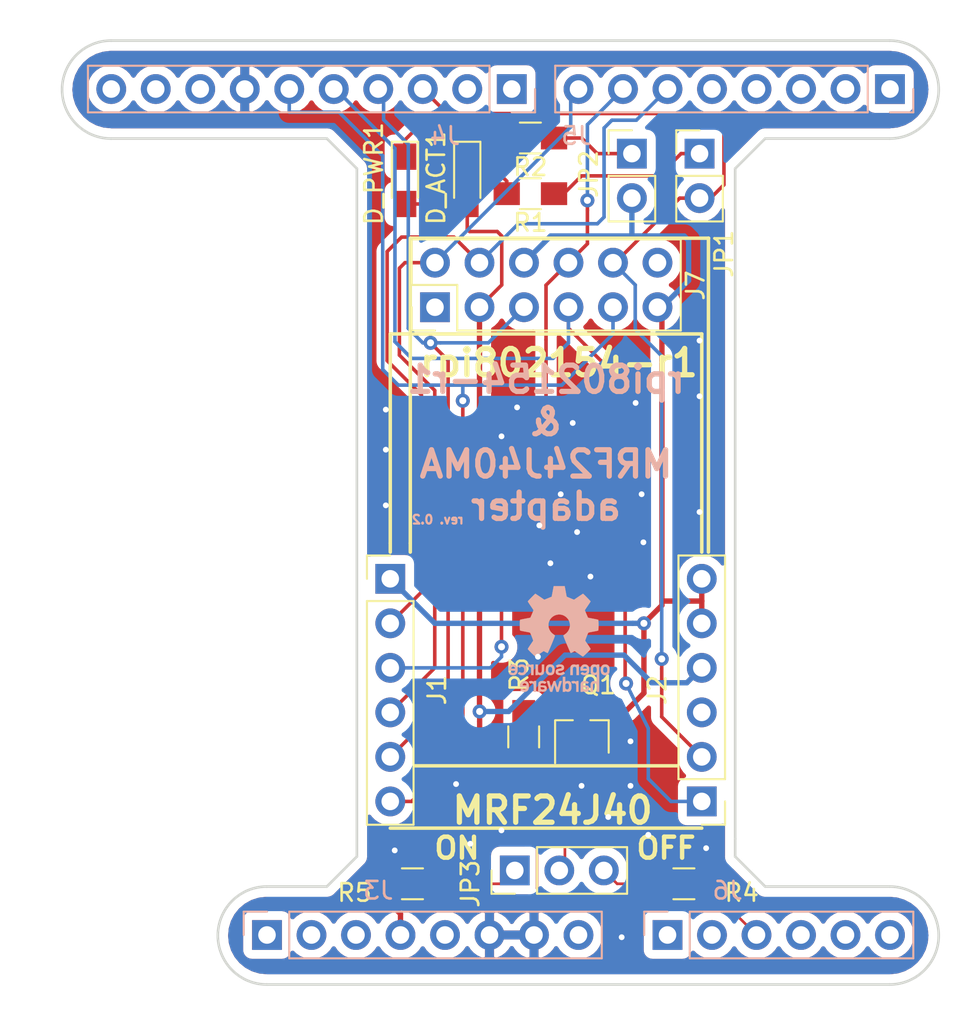
<source format=kicad_pcb>
(kicad_pcb (version 20171130) (host pcbnew 5.1.5)

  (general
    (thickness 1.6)
    (drawings 33)
    (tracks 220)
    (zones 0)
    (modules 19)
    (nets 19)
  )

  (page A4)
  (layers
    (0 F.Cu signal)
    (31 B.Cu signal)
    (34 B.Paste user)
    (35 F.Paste user)
    (36 B.SilkS user)
    (37 F.SilkS user)
    (38 B.Mask user)
    (39 F.Mask user)
    (41 Cmts.User user)
    (44 Edge.Cuts user)
    (45 Margin user)
    (46 B.CrtYd user)
    (47 F.CrtYd user)
  )

  (setup
    (last_trace_width 0.1524)
    (user_trace_width 0.1524)
    (user_trace_width 0.2032)
    (user_trace_width 0.254)
    (user_trace_width 0.3048)
    (trace_clearance 0.1524)
    (zone_clearance 0.508)
    (zone_45_only no)
    (trace_min 0.1524)
    (via_size 0.6858)
    (via_drill 0.3302)
    (via_min_size 0.6858)
    (via_min_drill 0.3302)
    (uvia_size 0.6858)
    (uvia_drill 0.3302)
    (uvias_allowed no)
    (uvia_min_size 0.2)
    (uvia_min_drill 0.1)
    (edge_width 0.15)
    (segment_width 0.2)
    (pcb_text_width 0.3)
    (pcb_text_size 1.5 1.5)
    (mod_edge_width 0.15)
    (mod_text_size 1 1)
    (mod_text_width 0.15)
    (pad_size 1.524 1.524)
    (pad_drill 0.762)
    (pad_to_mask_clearance 0.0508)
    (aux_axis_origin 0 0)
    (grid_origin 157.0951 131.1606)
    (visible_elements FFFFFFFF)
    (pcbplotparams
      (layerselection 0x010f0_ffffffff)
      (usegerberextensions true)
      (usegerberattributes false)
      (usegerberadvancedattributes false)
      (creategerberjobfile false)
      (excludeedgelayer true)
      (linewidth 0.100000)
      (plotframeref false)
      (viasonmask false)
      (mode 1)
      (useauxorigin false)
      (hpglpennumber 1)
      (hpglpenspeed 20)
      (hpglpendiameter 15.000000)
      (psnegative false)
      (psa4output false)
      (plotreference true)
      (plotvalue true)
      (plotinvisibletext false)
      (padsonsilk false)
      (subtractmaskfromsilk false)
      (outputformat 1)
      (mirror false)
      (drillshape 0)
      (scaleselection 1)
      (outputdirectory "gerbers/"))
  )

  (net 0 "")
  (net 1 GND)
  (net 2 "Net-(JP2-Pad1)")
  (net 3 CS)
  (net 4 WAKE)
  (net 5 INT)
  (net 6 MOSI)
  (net 7 SCK)
  (net 8 MISO)
  (net 9 RST)
  (net 10 VCC)
  (net 11 MCU_SW)
  (net 12 FET_D)
  (net 13 "Net-(D_ACT1-Pad1)")
  (net 14 "Net-(D_PWR1-Pad1)")
  (net 15 "Net-(JP1-Pad1)")
  (net 16 "Net-(JP3-Pad2)")
  (net 17 "Net-(JP3-Pad1)")
  (net 18 "Net-(JP3-Pad3)")

  (net_class Default "This is the default net class."
    (clearance 0.1524)
    (trace_width 0.1524)
    (via_dia 0.6858)
    (via_drill 0.3302)
    (uvia_dia 0.6858)
    (uvia_drill 0.3302)
    (add_net CS)
    (add_net FET_D)
    (add_net GND)
    (add_net INT)
    (add_net MCU_SW)
    (add_net MISO)
    (add_net MOSI)
    (add_net "Net-(D_ACT1-Pad1)")
    (add_net "Net-(D_PWR1-Pad1)")
    (add_net "Net-(JP1-Pad1)")
    (add_net "Net-(JP2-Pad1)")
    (add_net "Net-(JP3-Pad1)")
    (add_net "Net-(JP3-Pad2)")
    (add_net "Net-(JP3-Pad3)")
    (add_net RST)
    (add_net SCK)
    (add_net VCC)
    (add_net WAKE)
  )

  (module Symbols:OSHW-Logo_5.7x6mm_SilkScreen (layer B.Cu) (tedit 5A663011) (tstamp 5CE34996)
    (at 155.8251 119.2226 180)
    (descr "Open Source Hardware Logo")
    (tags "Logo OSHW")
    (path /5A666486)
    (attr virtual)
    (fp_text reference LOGO1 (at 0 0 180) (layer B.SilkS) hide
      (effects (font (size 1 1) (thickness 0.15)) (justify mirror))
    )
    (fp_text value Logo_Open_Hardware_Small (at 0.75 0 180) (layer B.Fab) hide
      (effects (font (size 1 1) (thickness 0.15)) (justify mirror))
    )
    (fp_poly (pts (xy -1.908759 -1.469184) (xy -1.882247 -1.482282) (xy -1.849553 -1.505106) (xy -1.825725 -1.529996)
      (xy -1.809406 -1.561249) (xy -1.79924 -1.603166) (xy -1.793872 -1.660044) (xy -1.791944 -1.736184)
      (xy -1.791831 -1.768917) (xy -1.792161 -1.840656) (xy -1.793527 -1.891927) (xy -1.7965 -1.927404)
      (xy -1.801649 -1.951763) (xy -1.809543 -1.96968) (xy -1.817757 -1.981902) (xy -1.870187 -2.033905)
      (xy -1.93193 -2.065184) (xy -1.998536 -2.074592) (xy -2.065558 -2.06098) (xy -2.086792 -2.051354)
      (xy -2.137624 -2.024859) (xy -2.137624 -2.440052) (xy -2.100525 -2.420868) (xy -2.051643 -2.406025)
      (xy -1.991561 -2.402222) (xy -1.931564 -2.409243) (xy -1.886256 -2.425013) (xy -1.848675 -2.455047)
      (xy -1.816564 -2.498024) (xy -1.81415 -2.502436) (xy -1.803967 -2.523221) (xy -1.79653 -2.54417)
      (xy -1.791411 -2.569548) (xy -1.788181 -2.603618) (xy -1.786413 -2.650641) (xy -1.785677 -2.714882)
      (xy -1.785544 -2.787176) (xy -1.785544 -3.017822) (xy -1.923861 -3.017822) (xy -1.923861 -2.592533)
      (xy -1.962549 -2.559979) (xy -2.002738 -2.53394) (xy -2.040797 -2.529205) (xy -2.079066 -2.541389)
      (xy -2.099462 -2.55332) (xy -2.114642 -2.570313) (xy -2.125438 -2.595995) (xy -2.132683 -2.633991)
      (xy -2.137208 -2.687926) (xy -2.139844 -2.761425) (xy -2.140772 -2.810347) (xy -2.143911 -3.011535)
      (xy -2.209926 -3.015336) (xy -2.27594 -3.019136) (xy -2.27594 -1.77065) (xy -2.137624 -1.77065)
      (xy -2.134097 -1.840254) (xy -2.122215 -1.888569) (xy -2.10002 -1.918631) (xy -2.065559 -1.933471)
      (xy -2.030742 -1.936436) (xy -1.991329 -1.933028) (xy -1.965171 -1.919617) (xy -1.948814 -1.901896)
      (xy -1.935937 -1.882835) (xy -1.928272 -1.861601) (xy -1.924861 -1.831849) (xy -1.924749 -1.787236)
      (xy -1.925897 -1.74988) (xy -1.928532 -1.693604) (xy -1.932456 -1.656658) (xy -1.939063 -1.633223)
      (xy -1.949749 -1.61748) (xy -1.959833 -1.60838) (xy -2.00197 -1.588537) (xy -2.05184 -1.585332)
      (xy -2.080476 -1.592168) (xy -2.108828 -1.616464) (xy -2.127609 -1.663728) (xy -2.136712 -1.733624)
      (xy -2.137624 -1.77065) (xy -2.27594 -1.77065) (xy -2.27594 -1.458614) (xy -2.206782 -1.458614)
      (xy -2.16526 -1.460256) (xy -2.143838 -1.466087) (xy -2.137626 -1.477461) (xy -2.137624 -1.477798)
      (xy -2.134742 -1.488938) (xy -2.12203 -1.487673) (xy -2.096757 -1.475433) (xy -2.037869 -1.456707)
      (xy -1.971615 -1.454739) (xy -1.908759 -1.469184)) (layer B.SilkS) (width 0.01))
    (fp_poly (pts (xy -1.38421 -2.406555) (xy -1.325055 -2.422339) (xy -1.280023 -2.450948) (xy -1.248246 -2.488419)
      (xy -1.238366 -2.504411) (xy -1.231073 -2.521163) (xy -1.225974 -2.542592) (xy -1.222679 -2.572616)
      (xy -1.220797 -2.615154) (xy -1.219937 -2.674122) (xy -1.219707 -2.75344) (xy -1.219703 -2.774484)
      (xy -1.219703 -3.017822) (xy -1.280059 -3.017822) (xy -1.318557 -3.015126) (xy -1.347023 -3.008295)
      (xy -1.354155 -3.004083) (xy -1.373652 -2.996813) (xy -1.393566 -3.004083) (xy -1.426353 -3.01316)
      (xy -1.473978 -3.016813) (xy -1.526764 -3.015228) (xy -1.575036 -3.008589) (xy -1.603218 -3.000072)
      (xy -1.657753 -2.965063) (xy -1.691835 -2.916479) (xy -1.707157 -2.851882) (xy -1.707299 -2.850223)
      (xy -1.705955 -2.821566) (xy -1.584356 -2.821566) (xy -1.573726 -2.854161) (xy -1.55641 -2.872505)
      (xy -1.521652 -2.886379) (xy -1.475773 -2.891917) (xy -1.428988 -2.889191) (xy -1.391514 -2.878274)
      (xy -1.381015 -2.871269) (xy -1.362668 -2.838904) (xy -1.35802 -2.802111) (xy -1.35802 -2.753763)
      (xy -1.427582 -2.753763) (xy -1.493667 -2.75885) (xy -1.543764 -2.773263) (xy -1.574929 -2.795729)
      (xy -1.584356 -2.821566) (xy -1.705955 -2.821566) (xy -1.703987 -2.779647) (xy -1.68071 -2.723845)
      (xy -1.636948 -2.681647) (xy -1.630899 -2.677808) (xy -1.604907 -2.665309) (xy -1.572735 -2.65774)
      (xy -1.52776 -2.654061) (xy -1.474331 -2.653216) (xy -1.35802 -2.653169) (xy -1.35802 -2.604411)
      (xy -1.362953 -2.566581) (xy -1.375543 -2.541236) (xy -1.377017 -2.539887) (xy -1.405034 -2.5288)
      (xy -1.447326 -2.524503) (xy -1.494064 -2.526615) (xy -1.535418 -2.534756) (xy -1.559957 -2.546965)
      (xy -1.573253 -2.556746) (xy -1.587294 -2.558613) (xy -1.606671 -2.5506) (xy -1.635976 -2.530739)
      (xy -1.679803 -2.497063) (xy -1.683825 -2.493909) (xy -1.681764 -2.482236) (xy -1.664568 -2.462822)
      (xy -1.638433 -2.441248) (xy -1.609552 -2.423096) (xy -1.600478 -2.418809) (xy -1.56738 -2.410256)
      (xy -1.51888 -2.404155) (xy -1.464695 -2.401708) (xy -1.462161 -2.401703) (xy -1.38421 -2.406555)) (layer B.SilkS) (width 0.01))
    (fp_poly (pts (xy -0.993356 -2.40302) (xy -0.974539 -2.40866) (xy -0.968473 -2.421053) (xy -0.968218 -2.426647)
      (xy -0.967129 -2.44223) (xy -0.959632 -2.444676) (xy -0.939381 -2.433993) (xy -0.927351 -2.426694)
      (xy -0.8894 -2.411063) (xy -0.844072 -2.403334) (xy -0.796544 -2.40274) (xy -0.751995 -2.408513)
      (xy -0.715602 -2.419884) (xy -0.692543 -2.436088) (xy -0.687996 -2.456355) (xy -0.690291 -2.461843)
      (xy -0.70702 -2.484626) (xy -0.732963 -2.512647) (xy -0.737655 -2.517177) (xy -0.762383 -2.538005)
      (xy -0.783718 -2.544735) (xy -0.813555 -2.540038) (xy -0.825508 -2.536917) (xy -0.862705 -2.529421)
      (xy -0.888859 -2.532792) (xy -0.910946 -2.544681) (xy -0.931178 -2.560635) (xy -0.946079 -2.5807)
      (xy -0.956434 -2.608702) (xy -0.963029 -2.648467) (xy -0.966649 -2.703823) (xy -0.968078 -2.778594)
      (xy -0.968218 -2.82374) (xy -0.968218 -3.017822) (xy -1.09396 -3.017822) (xy -1.09396 -2.401683)
      (xy -1.031089 -2.401683) (xy -0.993356 -2.40302)) (layer B.SilkS) (width 0.01))
    (fp_poly (pts (xy -0.201188 -3.017822) (xy -0.270346 -3.017822) (xy -0.310488 -3.016645) (xy -0.331394 -3.011772)
      (xy -0.338922 -3.001186) (xy -0.339505 -2.994029) (xy -0.340774 -2.979676) (xy -0.348779 -2.976923)
      (xy -0.369815 -2.985771) (xy -0.386173 -2.994029) (xy -0.448977 -3.013597) (xy -0.517248 -3.014729)
      (xy -0.572752 -3.000135) (xy -0.624438 -2.964877) (xy -0.663838 -2.912835) (xy -0.685413 -2.85145)
      (xy -0.685962 -2.848018) (xy -0.689167 -2.810571) (xy -0.690761 -2.756813) (xy -0.690633 -2.716155)
      (xy -0.553279 -2.716155) (xy -0.550097 -2.770194) (xy -0.542859 -2.814735) (xy -0.53306 -2.839888)
      (xy -0.495989 -2.87426) (xy -0.451974 -2.886582) (xy -0.406584 -2.876618) (xy -0.367797 -2.846895)
      (xy -0.353108 -2.826905) (xy -0.344519 -2.80305) (xy -0.340496 -2.76823) (xy -0.339505 -2.71593)
      (xy -0.341278 -2.664139) (xy -0.345963 -2.618634) (xy -0.352603 -2.588181) (xy -0.35371 -2.585452)
      (xy -0.380491 -2.553) (xy -0.419579 -2.535183) (xy -0.463315 -2.532306) (xy -0.504038 -2.544674)
      (xy -0.534087 -2.572593) (xy -0.537204 -2.578148) (xy -0.546961 -2.612022) (xy -0.552277 -2.660728)
      (xy -0.553279 -2.716155) (xy -0.690633 -2.716155) (xy -0.690568 -2.69554) (xy -0.689664 -2.662563)
      (xy -0.683514 -2.580981) (xy -0.670733 -2.51973) (xy -0.649471 -2.474449) (xy -0.617878 -2.440779)
      (xy -0.587207 -2.421014) (xy -0.544354 -2.40712) (xy -0.491056 -2.402354) (xy -0.43648 -2.406236)
      (xy -0.389792 -2.418282) (xy -0.365124 -2.432693) (xy -0.339505 -2.455878) (xy -0.339505 -2.162773)
      (xy -0.201188 -2.162773) (xy -0.201188 -3.017822)) (layer B.SilkS) (width 0.01))
    (fp_poly (pts (xy 0.281524 -2.404237) (xy 0.331255 -2.407971) (xy 0.461291 -2.797773) (xy 0.481678 -2.728614)
      (xy 0.493946 -2.685874) (xy 0.510085 -2.628115) (xy 0.527512 -2.564625) (xy 0.536726 -2.53057)
      (xy 0.571388 -2.401683) (xy 0.714391 -2.401683) (xy 0.671646 -2.536857) (xy 0.650596 -2.603342)
      (xy 0.625167 -2.683539) (xy 0.59861 -2.767193) (xy 0.574902 -2.841782) (xy 0.520902 -3.011535)
      (xy 0.462598 -3.015328) (xy 0.404295 -3.019122) (xy 0.372679 -2.914734) (xy 0.353182 -2.849889)
      (xy 0.331904 -2.7784) (xy 0.313308 -2.715263) (xy 0.312574 -2.71275) (xy 0.298684 -2.669969)
      (xy 0.286429 -2.640779) (xy 0.277846 -2.629741) (xy 0.276082 -2.631018) (xy 0.269891 -2.64813)
      (xy 0.258128 -2.684787) (xy 0.242225 -2.736378) (xy 0.223614 -2.798294) (xy 0.213543 -2.832352)
      (xy 0.159007 -3.017822) (xy 0.043264 -3.017822) (xy -0.049263 -2.725471) (xy -0.075256 -2.643462)
      (xy -0.098934 -2.568987) (xy -0.11918 -2.505544) (xy -0.134874 -2.456632) (xy -0.144898 -2.425749)
      (xy -0.147945 -2.416726) (xy -0.145533 -2.407487) (xy -0.126592 -2.403441) (xy -0.087177 -2.403846)
      (xy -0.081007 -2.404152) (xy -0.007914 -2.407971) (xy 0.039957 -2.58401) (xy 0.057553 -2.648211)
      (xy 0.073277 -2.704649) (xy 0.085746 -2.748422) (xy 0.093574 -2.77463) (xy 0.09502 -2.778903)
      (xy 0.101014 -2.77399) (xy 0.113101 -2.748532) (xy 0.129893 -2.705997) (xy 0.150003 -2.64985)
      (xy 0.167003 -2.59913) (xy 0.231794 -2.400504) (xy 0.281524 -2.404237)) (layer B.SilkS) (width 0.01))
    (fp_poly (pts (xy 1.038411 -2.405417) (xy 1.091411 -2.41829) (xy 1.106731 -2.42511) (xy 1.136428 -2.442974)
      (xy 1.15922 -2.463093) (xy 1.176083 -2.488962) (xy 1.187998 -2.524073) (xy 1.195942 -2.57192)
      (xy 1.200894 -2.635996) (xy 1.203831 -2.719794) (xy 1.204947 -2.775768) (xy 1.209052 -3.017822)
      (xy 1.138932 -3.017822) (xy 1.096393 -3.016038) (xy 1.074476 -3.009942) (xy 1.068812 -2.999706)
      (xy 1.065821 -2.988637) (xy 1.052451 -2.990754) (xy 1.034233 -2.999629) (xy 0.988624 -3.013233)
      (xy 0.930007 -3.016899) (xy 0.868354 -3.010903) (xy 0.813638 -2.995521) (xy 0.80873 -2.993386)
      (xy 0.758723 -2.958255) (xy 0.725756 -2.909419) (xy 0.710587 -2.852333) (xy 0.711746 -2.831824)
      (xy 0.835508 -2.831824) (xy 0.846413 -2.859425) (xy 0.878745 -2.879204) (xy 0.93091 -2.889819)
      (xy 0.958787 -2.891228) (xy 1.005247 -2.88762) (xy 1.036129 -2.873597) (xy 1.043664 -2.866931)
      (xy 1.064076 -2.830666) (xy 1.068812 -2.797773) (xy 1.068812 -2.753763) (xy 1.007513 -2.753763)
      (xy 0.936256 -2.757395) (xy 0.886276 -2.768818) (xy 0.854696 -2.788824) (xy 0.847626 -2.797743)
      (xy 0.835508 -2.831824) (xy 0.711746 -2.831824) (xy 0.713971 -2.792456) (xy 0.736663 -2.735244)
      (xy 0.767624 -2.69658) (xy 0.786376 -2.679864) (xy 0.804733 -2.668878) (xy 0.828619 -2.66218)
      (xy 0.863957 -2.658326) (xy 0.916669 -2.655873) (xy 0.937577 -2.655168) (xy 1.068812 -2.650879)
      (xy 1.06862 -2.611158) (xy 1.063537 -2.569405) (xy 1.045162 -2.544158) (xy 1.008039 -2.52803)
      (xy 1.007043 -2.527742) (xy 0.95441 -2.5214) (xy 0.902906 -2.529684) (xy 0.86463 -2.549827)
      (xy 0.849272 -2.559773) (xy 0.83273 -2.558397) (xy 0.807275 -2.543987) (xy 0.792328 -2.533817)
      (xy 0.763091 -2.512088) (xy 0.74498 -2.4958) (xy 0.742074 -2.491137) (xy 0.75404 -2.467005)
      (xy 0.789396 -2.438185) (xy 0.804753 -2.428461) (xy 0.848901 -2.411714) (xy 0.908398 -2.402227)
      (xy 0.974487 -2.400095) (xy 1.038411 -2.405417)) (layer B.SilkS) (width 0.01))
    (fp_poly (pts (xy 1.635255 -2.401486) (xy 1.683595 -2.411015) (xy 1.711114 -2.425125) (xy 1.740064 -2.448568)
      (xy 1.698876 -2.500571) (xy 1.673482 -2.532064) (xy 1.656238 -2.547428) (xy 1.639102 -2.549776)
      (xy 1.614027 -2.542217) (xy 1.602257 -2.537941) (xy 1.55427 -2.531631) (xy 1.510324 -2.545156)
      (xy 1.47806 -2.57571) (xy 1.472819 -2.585452) (xy 1.467112 -2.611258) (xy 1.462706 -2.658817)
      (xy 1.459811 -2.724758) (xy 1.458631 -2.80571) (xy 1.458614 -2.817226) (xy 1.458614 -3.017822)
      (xy 1.320297 -3.017822) (xy 1.320297 -2.401683) (xy 1.389456 -2.401683) (xy 1.429333 -2.402725)
      (xy 1.450107 -2.407358) (xy 1.457789 -2.417849) (xy 1.458614 -2.427745) (xy 1.458614 -2.453806)
      (xy 1.491745 -2.427745) (xy 1.529735 -2.409965) (xy 1.58077 -2.401174) (xy 1.635255 -2.401486)) (layer B.SilkS) (width 0.01))
    (fp_poly (pts (xy 2.032581 -2.40497) (xy 2.092685 -2.420597) (xy 2.143021 -2.452848) (xy 2.167393 -2.47694)
      (xy 2.207345 -2.533895) (xy 2.230242 -2.599965) (xy 2.238108 -2.681182) (xy 2.238148 -2.687748)
      (xy 2.238218 -2.753763) (xy 1.858264 -2.753763) (xy 1.866363 -2.788342) (xy 1.880987 -2.819659)
      (xy 1.906581 -2.852291) (xy 1.911935 -2.8575) (xy 1.957943 -2.885694) (xy 2.01041 -2.890475)
      (xy 2.070803 -2.871926) (xy 2.08104 -2.866931) (xy 2.112439 -2.851745) (xy 2.13347 -2.843094)
      (xy 2.137139 -2.842293) (xy 2.149948 -2.850063) (xy 2.174378 -2.869072) (xy 2.186779 -2.87946)
      (xy 2.212476 -2.903321) (xy 2.220915 -2.919077) (xy 2.215058 -2.933571) (xy 2.211928 -2.937534)
      (xy 2.190725 -2.954879) (xy 2.155738 -2.975959) (xy 2.131337 -2.988265) (xy 2.062072 -3.009946)
      (xy 1.985388 -3.016971) (xy 1.912765 -3.008647) (xy 1.892426 -3.002686) (xy 1.829476 -2.968952)
      (xy 1.782815 -2.917045) (xy 1.752173 -2.846459) (xy 1.737282 -2.756692) (xy 1.735647 -2.709753)
      (xy 1.740421 -2.641413) (xy 1.86099 -2.641413) (xy 1.872652 -2.646465) (xy 1.903998 -2.650429)
      (xy 1.949571 -2.652768) (xy 1.980446 -2.653169) (xy 2.035981 -2.652783) (xy 2.071033 -2.650975)
      (xy 2.090262 -2.646773) (xy 2.09833 -2.639203) (xy 2.099901 -2.628218) (xy 2.089121 -2.594381)
      (xy 2.06198 -2.56094) (xy 2.026277 -2.535272) (xy 1.99056 -2.524772) (xy 1.942048 -2.534086)
      (xy 1.900053 -2.561013) (xy 1.870936 -2.599827) (xy 1.86099 -2.641413) (xy 1.740421 -2.641413)
      (xy 1.742599 -2.610236) (xy 1.764055 -2.530949) (xy 1.80047 -2.471263) (xy 1.852297 -2.430549)
      (xy 1.91999 -2.408179) (xy 1.956662 -2.403871) (xy 2.032581 -2.40497)) (layer B.SilkS) (width 0.01))
    (fp_poly (pts (xy -2.538261 -1.465148) (xy -2.472479 -1.494231) (xy -2.42254 -1.542793) (xy -2.388374 -1.610908)
      (xy -2.369907 -1.698651) (xy -2.368583 -1.712351) (xy -2.367546 -1.808939) (xy -2.380993 -1.893602)
      (xy -2.408108 -1.962221) (xy -2.422627 -1.984294) (xy -2.473201 -2.031011) (xy -2.537609 -2.061268)
      (xy -2.609666 -2.073824) (xy -2.683185 -2.067439) (xy -2.739072 -2.047772) (xy -2.787132 -2.014629)
      (xy -2.826412 -1.971175) (xy -2.827092 -1.970158) (xy -2.843044 -1.943338) (xy -2.85341 -1.916368)
      (xy -2.859688 -1.882332) (xy -2.863373 -1.83431) (xy -2.864997 -1.794931) (xy -2.865672 -1.759219)
      (xy -2.739955 -1.759219) (xy -2.738726 -1.79477) (xy -2.734266 -1.842094) (xy -2.726397 -1.872465)
      (xy -2.712207 -1.894072) (xy -2.698917 -1.906694) (xy -2.651802 -1.933122) (xy -2.602505 -1.936653)
      (xy -2.556593 -1.917639) (xy -2.533638 -1.896331) (xy -2.517096 -1.874859) (xy -2.507421 -1.854313)
      (xy -2.503174 -1.827574) (xy -2.50292 -1.787523) (xy -2.504228 -1.750638) (xy -2.507043 -1.697947)
      (xy -2.511505 -1.663772) (xy -2.519548 -1.64148) (xy -2.533103 -1.624442) (xy -2.543845 -1.614703)
      (xy -2.588777 -1.589123) (xy -2.637249 -1.587847) (xy -2.677894 -1.602999) (xy -2.712567 -1.634642)
      (xy -2.733224 -1.68662) (xy -2.739955 -1.759219) (xy -2.865672 -1.759219) (xy -2.866479 -1.716621)
      (xy -2.863948 -1.658056) (xy -2.856362 -1.614007) (xy -2.842681 -1.579248) (xy -2.821865 -1.548551)
      (xy -2.814147 -1.539436) (xy -2.765889 -1.494021) (xy -2.714128 -1.467493) (xy -2.650828 -1.456379)
      (xy -2.619961 -1.455471) (xy -2.538261 -1.465148)) (layer B.SilkS) (width 0.01))
    (fp_poly (pts (xy -1.356699 -1.472614) (xy -1.344168 -1.478514) (xy -1.300799 -1.510283) (xy -1.25979 -1.556646)
      (xy -1.229168 -1.607696) (xy -1.220459 -1.631166) (xy -1.212512 -1.673091) (xy -1.207774 -1.723757)
      (xy -1.207199 -1.744679) (xy -1.207129 -1.810693) (xy -1.587083 -1.810693) (xy -1.578983 -1.845273)
      (xy -1.559104 -1.88617) (xy -1.524347 -1.921514) (xy -1.482998 -1.944282) (xy -1.456649 -1.94901)
      (xy -1.420916 -1.943273) (xy -1.378282 -1.928882) (xy -1.363799 -1.922262) (xy -1.31024 -1.895513)
      (xy -1.264533 -1.930376) (xy -1.238158 -1.953955) (xy -1.224124 -1.973417) (xy -1.223414 -1.979129)
      (xy -1.235951 -1.992973) (xy -1.263428 -2.014012) (xy -1.288366 -2.030425) (xy -1.355664 -2.05993)
      (xy -1.43111 -2.073284) (xy -1.505888 -2.069812) (xy -1.565495 -2.051663) (xy -1.626941 -2.012784)
      (xy -1.670608 -1.961595) (xy -1.697926 -1.895367) (xy -1.710322 -1.811371) (xy -1.711421 -1.772936)
      (xy -1.707022 -1.684861) (xy -1.706482 -1.682299) (xy -1.580582 -1.682299) (xy -1.577115 -1.690558)
      (xy -1.562863 -1.695113) (xy -1.53347 -1.697065) (xy -1.484575 -1.697517) (xy -1.465748 -1.697525)
      (xy -1.408467 -1.696843) (xy -1.372141 -1.694364) (xy -1.352604 -1.689443) (xy -1.34569 -1.681434)
      (xy -1.345445 -1.678862) (xy -1.353336 -1.658423) (xy -1.373085 -1.629789) (xy -1.381575 -1.619763)
      (xy -1.413094 -1.591408) (xy -1.445949 -1.580259) (xy -1.463651 -1.579327) (xy -1.511539 -1.590981)
      (xy -1.551699 -1.622285) (xy -1.577173 -1.667752) (xy -1.577625 -1.669233) (xy -1.580582 -1.682299)
      (xy -1.706482 -1.682299) (xy -1.692392 -1.61551) (xy -1.666038 -1.560025) (xy -1.633807 -1.520639)
      (xy -1.574217 -1.477931) (xy -1.504168 -1.455109) (xy -1.429661 -1.453046) (xy -1.356699 -1.472614)) (layer B.SilkS) (width 0.01))
    (fp_poly (pts (xy 0.014017 -1.456452) (xy 0.061634 -1.465482) (xy 0.111034 -1.48437) (xy 0.116312 -1.486777)
      (xy 0.153774 -1.506476) (xy 0.179717 -1.524781) (xy 0.188103 -1.536508) (xy 0.180117 -1.555632)
      (xy 0.16072 -1.58385) (xy 0.15211 -1.594384) (xy 0.116628 -1.635847) (xy 0.070885 -1.608858)
      (xy 0.02735 -1.590878) (xy -0.02295 -1.581267) (xy -0.071188 -1.58066) (xy -0.108533 -1.589691)
      (xy -0.117495 -1.595327) (xy -0.134563 -1.621171) (xy -0.136637 -1.650941) (xy -0.123866 -1.674197)
      (xy -0.116312 -1.678708) (xy -0.093675 -1.684309) (xy -0.053885 -1.690892) (xy -0.004834 -1.697183)
      (xy 0.004215 -1.69817) (xy 0.082996 -1.711798) (xy 0.140136 -1.734946) (xy 0.17803 -1.769752)
      (xy 0.199079 -1.818354) (xy 0.205635 -1.877718) (xy 0.196577 -1.945198) (xy 0.167164 -1.998188)
      (xy 0.117278 -2.036783) (xy 0.0468 -2.061081) (xy -0.031435 -2.070667) (xy -0.095234 -2.070552)
      (xy -0.146984 -2.061845) (xy -0.182327 -2.049825) (xy -0.226983 -2.02888) (xy -0.268253 -2.004574)
      (xy -0.282921 -1.993876) (xy -0.320643 -1.963084) (xy -0.275148 -1.917049) (xy -0.229653 -1.871013)
      (xy -0.177928 -1.905243) (xy -0.126048 -1.930952) (xy -0.070649 -1.944399) (xy -0.017395 -1.945818)
      (xy 0.028049 -1.935443) (xy 0.060016 -1.913507) (xy 0.070338 -1.894998) (xy 0.068789 -1.865314)
      (xy 0.04314 -1.842615) (xy -0.00654 -1.82694) (xy -0.060969 -1.819695) (xy -0.144736 -1.805873)
      (xy -0.206967 -1.779796) (xy -0.248493 -1.740699) (xy -0.270147 -1.68782) (xy -0.273147 -1.625126)
      (xy -0.258329 -1.559642) (xy -0.224546 -1.510144) (xy -0.171495 -1.476408) (xy -0.098874 -1.458207)
      (xy -0.045072 -1.454639) (xy 0.014017 -1.456452)) (layer B.SilkS) (width 0.01))
    (fp_poly (pts (xy 0.610762 -1.466055) (xy 0.674363 -1.500692) (xy 0.724123 -1.555372) (xy 0.747568 -1.599842)
      (xy 0.757634 -1.639121) (xy 0.764156 -1.695116) (xy 0.766951 -1.759621) (xy 0.765836 -1.824429)
      (xy 0.760626 -1.881334) (xy 0.754541 -1.911727) (xy 0.734014 -1.953306) (xy 0.698463 -1.997468)
      (xy 0.655619 -2.036087) (xy 0.613211 -2.061034) (xy 0.612177 -2.06143) (xy 0.559553 -2.072331)
      (xy 0.497188 -2.072601) (xy 0.437924 -2.062676) (xy 0.41504 -2.054722) (xy 0.356102 -2.0213)
      (xy 0.31389 -1.977511) (xy 0.286156 -1.919538) (xy 0.270651 -1.843565) (xy 0.267143 -1.803771)
      (xy 0.26759 -1.753766) (xy 0.402376 -1.753766) (xy 0.406917 -1.826732) (xy 0.419986 -1.882334)
      (xy 0.440756 -1.917861) (xy 0.455552 -1.92802) (xy 0.493464 -1.935104) (xy 0.538527 -1.933007)
      (xy 0.577487 -1.922812) (xy 0.587704 -1.917204) (xy 0.614659 -1.884538) (xy 0.632451 -1.834545)
      (xy 0.640024 -1.773705) (xy 0.636325 -1.708497) (xy 0.628057 -1.669253) (xy 0.60432 -1.623805)
      (xy 0.566849 -1.595396) (xy 0.52172 -1.585573) (xy 0.475011 -1.595887) (xy 0.439132 -1.621112)
      (xy 0.420277 -1.641925) (xy 0.409272 -1.662439) (xy 0.404026 -1.690203) (xy 0.402449 -1.732762)
      (xy 0.402376 -1.753766) (xy 0.26759 -1.753766) (xy 0.268094 -1.69758) (xy 0.285388 -1.610501)
      (xy 0.319029 -1.54253) (xy 0.369018 -1.493664) (xy 0.435356 -1.463899) (xy 0.449601 -1.460448)
      (xy 0.53521 -1.452345) (xy 0.610762 -1.466055)) (layer B.SilkS) (width 0.01))
    (fp_poly (pts (xy 0.993367 -1.654342) (xy 0.994555 -1.746563) (xy 0.998897 -1.81661) (xy 1.007558 -1.867381)
      (xy 1.021704 -1.901772) (xy 1.0425 -1.922679) (xy 1.07111 -1.933) (xy 1.106535 -1.935636)
      (xy 1.143636 -1.932682) (xy 1.171818 -1.921889) (xy 1.192243 -1.90036) (xy 1.206079 -1.865199)
      (xy 1.214491 -1.81351) (xy 1.218643 -1.742394) (xy 1.219703 -1.654342) (xy 1.219703 -1.458614)
      (xy 1.35802 -1.458614) (xy 1.35802 -2.062179) (xy 1.288862 -2.062179) (xy 1.24717 -2.060489)
      (xy 1.225701 -2.054556) (xy 1.219703 -2.043293) (xy 1.216091 -2.033261) (xy 1.201714 -2.035383)
      (xy 1.172736 -2.04958) (xy 1.106319 -2.07148) (xy 1.035875 -2.069928) (xy 0.968377 -2.046147)
      (xy 0.936233 -2.027362) (xy 0.911715 -2.007022) (xy 0.893804 -1.981573) (xy 0.881479 -1.947458)
      (xy 0.873723 -1.901121) (xy 0.869516 -1.839007) (xy 0.86784 -1.757561) (xy 0.867624 -1.694578)
      (xy 0.867624 -1.458614) (xy 0.993367 -1.458614) (xy 0.993367 -1.654342)) (layer B.SilkS) (width 0.01))
    (fp_poly (pts (xy 2.217226 -1.46388) (xy 2.29008 -1.49483) (xy 2.313027 -1.509895) (xy 2.342354 -1.533048)
      (xy 2.360764 -1.551253) (xy 2.363961 -1.557183) (xy 2.354935 -1.57034) (xy 2.331837 -1.592667)
      (xy 2.313344 -1.60825) (xy 2.262728 -1.648926) (xy 2.22276 -1.615295) (xy 2.191874 -1.593584)
      (xy 2.161759 -1.58609) (xy 2.127292 -1.58792) (xy 2.072561 -1.601528) (xy 2.034886 -1.629772)
      (xy 2.011991 -1.675433) (xy 2.001597 -1.741289) (xy 2.001595 -1.741331) (xy 2.002494 -1.814939)
      (xy 2.016463 -1.868946) (xy 2.044328 -1.905716) (xy 2.063325 -1.918168) (xy 2.113776 -1.933673)
      (xy 2.167663 -1.933683) (xy 2.214546 -1.918638) (xy 2.225644 -1.911287) (xy 2.253476 -1.892511)
      (xy 2.275236 -1.889434) (xy 2.298704 -1.903409) (xy 2.324649 -1.92851) (xy 2.365716 -1.97088)
      (xy 2.320121 -2.008464) (xy 2.249674 -2.050882) (xy 2.170233 -2.071785) (xy 2.087215 -2.070272)
      (xy 2.032694 -2.056411) (xy 1.96897 -2.022135) (xy 1.918005 -1.968212) (xy 1.894851 -1.930149)
      (xy 1.876099 -1.875536) (xy 1.866715 -1.806369) (xy 1.866643 -1.731407) (xy 1.875824 -1.659409)
      (xy 1.894199 -1.599137) (xy 1.897093 -1.592958) (xy 1.939952 -1.532351) (xy 1.997979 -1.488224)
      (xy 2.066591 -1.461493) (xy 2.141201 -1.453073) (xy 2.217226 -1.46388)) (layer B.SilkS) (width 0.01))
    (fp_poly (pts (xy 2.677898 -1.456457) (xy 2.710096 -1.464279) (xy 2.771825 -1.492921) (xy 2.82461 -1.536667)
      (xy 2.861141 -1.589117) (xy 2.86616 -1.600893) (xy 2.873045 -1.63174) (xy 2.877864 -1.677371)
      (xy 2.879505 -1.723492) (xy 2.879505 -1.810693) (xy 2.697178 -1.810693) (xy 2.621979 -1.810978)
      (xy 2.569003 -1.812704) (xy 2.535325 -1.817181) (xy 2.51802 -1.82572) (xy 2.514163 -1.83963)
      (xy 2.520829 -1.860222) (xy 2.53277 -1.884315) (xy 2.56608 -1.924525) (xy 2.612368 -1.944558)
      (xy 2.668944 -1.943905) (xy 2.733031 -1.922101) (xy 2.788417 -1.895193) (xy 2.834375 -1.931532)
      (xy 2.880333 -1.967872) (xy 2.837096 -2.007819) (xy 2.779374 -2.045563) (xy 2.708386 -2.06832)
      (xy 2.632029 -2.074688) (xy 2.558199 -2.063268) (xy 2.546287 -2.059393) (xy 2.481399 -2.025506)
      (xy 2.43313 -1.974986) (xy 2.400465 -1.906325) (xy 2.382385 -1.818014) (xy 2.382175 -1.816121)
      (xy 2.380556 -1.719878) (xy 2.3871 -1.685542) (xy 2.514852 -1.685542) (xy 2.526584 -1.690822)
      (xy 2.558438 -1.694867) (xy 2.605397 -1.697176) (xy 2.635154 -1.697525) (xy 2.690648 -1.697306)
      (xy 2.725346 -1.695916) (xy 2.743601 -1.692251) (xy 2.749766 -1.68521) (xy 2.748195 -1.67369)
      (xy 2.746878 -1.669233) (xy 2.724382 -1.627355) (xy 2.689003 -1.593604) (xy 2.65778 -1.578773)
      (xy 2.616301 -1.579668) (xy 2.574269 -1.598164) (xy 2.539012 -1.628786) (xy 2.517854 -1.666062)
      (xy 2.514852 -1.685542) (xy 2.3871 -1.685542) (xy 2.39669 -1.635229) (xy 2.428698 -1.564191)
      (xy 2.474701 -1.508779) (xy 2.532821 -1.471009) (xy 2.60118 -1.452896) (xy 2.677898 -1.456457)) (layer B.SilkS) (width 0.01))
    (fp_poly (pts (xy -0.754012 -1.469002) (xy -0.722717 -1.48395) (xy -0.692409 -1.505541) (xy -0.669318 -1.530391)
      (xy -0.6525 -1.562087) (xy -0.641006 -1.604214) (xy -0.633891 -1.660358) (xy -0.630207 -1.734106)
      (xy -0.629008 -1.829044) (xy -0.628989 -1.838985) (xy -0.628713 -2.062179) (xy -0.76703 -2.062179)
      (xy -0.76703 -1.856418) (xy -0.767128 -1.780189) (xy -0.767809 -1.724939) (xy -0.769651 -1.686501)
      (xy -0.773233 -1.660706) (xy -0.779132 -1.643384) (xy -0.787927 -1.630368) (xy -0.80018 -1.617507)
      (xy -0.843047 -1.589873) (xy -0.889843 -1.584745) (xy -0.934424 -1.602217) (xy -0.949928 -1.615221)
      (xy -0.96131 -1.627447) (xy -0.969481 -1.64054) (xy -0.974974 -1.658615) (xy -0.97832 -1.685787)
      (xy -0.980051 -1.72617) (xy -0.980697 -1.783879) (xy -0.980792 -1.854132) (xy -0.980792 -2.062179)
      (xy -1.119109 -2.062179) (xy -1.119109 -1.458614) (xy -1.04995 -1.458614) (xy -1.008428 -1.460256)
      (xy -0.987006 -1.466087) (xy -0.980795 -1.477461) (xy -0.980792 -1.477798) (xy -0.97791 -1.488938)
      (xy -0.965199 -1.487674) (xy -0.939926 -1.475434) (xy -0.882605 -1.457424) (xy -0.817037 -1.455421)
      (xy -0.754012 -1.469002)) (layer B.SilkS) (width 0.01))
    (fp_poly (pts (xy 1.79946 -1.45803) (xy 1.842711 -1.471245) (xy 1.870558 -1.487941) (xy 1.879629 -1.501145)
      (xy 1.877132 -1.516797) (xy 1.860931 -1.541385) (xy 1.847232 -1.5588) (xy 1.818992 -1.590283)
      (xy 1.797775 -1.603529) (xy 1.779688 -1.602664) (xy 1.726035 -1.58901) (xy 1.68663 -1.58963)
      (xy 1.654632 -1.605104) (xy 1.64389 -1.614161) (xy 1.609505 -1.646027) (xy 1.609505 -2.062179)
      (xy 1.471188 -2.062179) (xy 1.471188 -1.458614) (xy 1.540347 -1.458614) (xy 1.581869 -1.460256)
      (xy 1.603291 -1.466087) (xy 1.609502 -1.477461) (xy 1.609505 -1.477798) (xy 1.612439 -1.489713)
      (xy 1.625704 -1.488159) (xy 1.644084 -1.479563) (xy 1.682046 -1.463568) (xy 1.712872 -1.453945)
      (xy 1.752536 -1.451478) (xy 1.79946 -1.45803)) (layer B.SilkS) (width 0.01))
    (fp_poly (pts (xy 0.376964 2.709982) (xy 0.433812 2.40843) (xy 0.853338 2.235488) (xy 1.104984 2.406605)
      (xy 1.175458 2.45425) (xy 1.239163 2.49679) (xy 1.293126 2.532285) (xy 1.334373 2.55879)
      (xy 1.359934 2.574364) (xy 1.366895 2.577722) (xy 1.379435 2.569086) (xy 1.406231 2.545208)
      (xy 1.44428 2.509141) (xy 1.490579 2.463933) (xy 1.542123 2.412636) (xy 1.595909 2.358299)
      (xy 1.648935 2.303972) (xy 1.698195 2.252705) (xy 1.740687 2.207549) (xy 1.773407 2.171554)
      (xy 1.793351 2.14777) (xy 1.798119 2.13981) (xy 1.791257 2.125135) (xy 1.77202 2.092986)
      (xy 1.74243 2.046508) (xy 1.70451 1.988844) (xy 1.660282 1.92314) (xy 1.634654 1.885664)
      (xy 1.587941 1.817232) (xy 1.546432 1.75548) (xy 1.51214 1.703481) (xy 1.48708 1.664308)
      (xy 1.473264 1.641035) (xy 1.471188 1.636145) (xy 1.475895 1.622245) (xy 1.488723 1.58985)
      (xy 1.507738 1.543515) (xy 1.531003 1.487794) (xy 1.556584 1.427242) (xy 1.582545 1.366414)
      (xy 1.60695 1.309864) (xy 1.627863 1.262148) (xy 1.643349 1.227819) (xy 1.651472 1.211432)
      (xy 1.651952 1.210788) (xy 1.664707 1.207659) (xy 1.698677 1.200679) (xy 1.75034 1.190533)
      (xy 1.816176 1.177908) (xy 1.892664 1.163491) (xy 1.93729 1.155177) (xy 2.019021 1.139616)
      (xy 2.092843 1.124808) (xy 2.155021 1.111564) (xy 2.201822 1.100695) (xy 2.229509 1.093011)
      (xy 2.235074 1.090573) (xy 2.240526 1.07407) (xy 2.244924 1.0368) (xy 2.248272 0.98312)
      (xy 2.250574 0.917388) (xy 2.251832 0.843963) (xy 2.252048 0.767204) (xy 2.251227 0.691468)
      (xy 2.249371 0.621114) (xy 2.246482 0.5605) (xy 2.242565 0.513984) (xy 2.237622 0.485925)
      (xy 2.234657 0.480084) (xy 2.216934 0.473083) (xy 2.179381 0.463073) (xy 2.126964 0.451231)
      (xy 2.064652 0.438733) (xy 2.0429 0.43469) (xy 1.938024 0.41548) (xy 1.85518 0.400009)
      (xy 1.79163 0.387663) (xy 1.744637 0.377827) (xy 1.711463 0.369886) (xy 1.689371 0.363224)
      (xy 1.675624 0.357227) (xy 1.667484 0.351281) (xy 1.666345 0.350106) (xy 1.654977 0.331174)
      (xy 1.637635 0.294331) (xy 1.61605 0.244087) (xy 1.591954 0.184954) (xy 1.567079 0.121444)
      (xy 1.543157 0.058068) (xy 1.521919 -0.000662) (xy 1.505097 -0.050235) (xy 1.494422 -0.086139)
      (xy 1.491627 -0.103862) (xy 1.49186 -0.104483) (xy 1.501331 -0.11897) (xy 1.522818 -0.150844)
      (xy 1.554063 -0.196789) (xy 1.592807 -0.253485) (xy 1.636793 -0.317617) (xy 1.649319 -0.335842)
      (xy 1.693984 -0.401914) (xy 1.733288 -0.4622) (xy 1.765088 -0.513235) (xy 1.787245 -0.55156)
      (xy 1.797617 -0.573711) (xy 1.798119 -0.576432) (xy 1.789405 -0.590736) (xy 1.765325 -0.619072)
      (xy 1.728976 -0.658396) (xy 1.683453 -0.705661) (xy 1.631852 -0.757823) (xy 1.577267 -0.811835)
      (xy 1.522794 -0.864653) (xy 1.471529 -0.913231) (xy 1.426567 -0.954523) (xy 1.391004 -0.985485)
      (xy 1.367935 -1.00307) (xy 1.361554 -1.005941) (xy 1.346699 -0.999178) (xy 1.316286 -0.980939)
      (xy 1.275268 -0.954297) (xy 1.243709 -0.932852) (xy 1.186525 -0.893503) (xy 1.118806 -0.847171)
      (xy 1.05088 -0.800913) (xy 1.014361 -0.776155) (xy 0.890752 -0.692547) (xy 0.786991 -0.74865)
      (xy 0.73972 -0.773228) (xy 0.699523 -0.792331) (xy 0.672326 -0.803227) (xy 0.665402 -0.804743)
      (xy 0.657077 -0.793549) (xy 0.640654 -0.761917) (xy 0.617357 -0.712765) (xy 0.588414 -0.64901)
      (xy 0.55505 -0.573571) (xy 0.518491 -0.489364) (xy 0.479964 -0.399308) (xy 0.440694 -0.306321)
      (xy 0.401908 -0.21332) (xy 0.36483 -0.123223) (xy 0.330689 -0.038948) (xy 0.300708 0.036587)
      (xy 0.276116 0.100466) (xy 0.258136 0.149769) (xy 0.247997 0.181579) (xy 0.246366 0.192504)
      (xy 0.259291 0.206439) (xy 0.287589 0.22906) (xy 0.325346 0.255667) (xy 0.328515 0.257772)
      (xy 0.4261 0.335886) (xy 0.504786 0.427018) (xy 0.563891 0.528255) (xy 0.602732 0.636682)
      (xy 0.620628 0.749386) (xy 0.616897 0.863452) (xy 0.590857 0.975966) (xy 0.541825 1.084015)
      (xy 0.5274 1.107655) (xy 0.452369 1.203113) (xy 0.36373 1.279768) (xy 0.264549 1.33722)
      (xy 0.157895 1.375071) (xy 0.046836 1.392922) (xy -0.065561 1.390375) (xy -0.176227 1.36703)
      (xy -0.282094 1.32249) (xy -0.380095 1.256355) (xy -0.41041 1.229513) (xy -0.487562 1.145488)
      (xy -0.543782 1.057034) (xy -0.582347 0.957885) (xy -0.603826 0.859697) (xy -0.609128 0.749303)
      (xy -0.591448 0.63836) (xy -0.552581 0.530619) (xy -0.494323 0.429831) (xy -0.418469 0.339744)
      (xy -0.326817 0.264108) (xy -0.314772 0.256136) (xy -0.276611 0.230026) (xy -0.247601 0.207405)
      (xy -0.233732 0.192961) (xy -0.233531 0.192504) (xy -0.236508 0.176879) (xy -0.248311 0.141418)
      (xy -0.267714 0.089038) (xy -0.293488 0.022655) (xy -0.324409 -0.054814) (xy -0.359249 -0.14045)
      (xy -0.396783 -0.231337) (xy -0.435783 -0.324559) (xy -0.475023 -0.417197) (xy -0.513276 -0.506335)
      (xy -0.549317 -0.589055) (xy -0.581917 -0.662441) (xy -0.609852 -0.723575) (xy -0.631895 -0.769541)
      (xy -0.646818 -0.797421) (xy -0.652828 -0.804743) (xy -0.671191 -0.799041) (xy -0.705552 -0.783749)
      (xy -0.749984 -0.761599) (xy -0.774417 -0.74865) (xy -0.878178 -0.692547) (xy -1.001787 -0.776155)
      (xy -1.064886 -0.818987) (xy -1.13397 -0.866122) (xy -1.198707 -0.910503) (xy -1.231134 -0.932852)
      (xy -1.276741 -0.963477) (xy -1.31536 -0.987747) (xy -1.341952 -1.002587) (xy -1.35059 -1.005724)
      (xy -1.363161 -0.997261) (xy -1.390984 -0.973636) (xy -1.431361 -0.937302) (xy -1.481595 -0.890711)
      (xy -1.538988 -0.836317) (xy -1.575286 -0.801392) (xy -1.63879 -0.738996) (xy -1.693673 -0.683188)
      (xy -1.737714 -0.636354) (xy -1.768695 -0.600882) (xy -1.784398 -0.579161) (xy -1.785905 -0.574752)
      (xy -1.778914 -0.557985) (xy -1.759594 -0.524082) (xy -1.730091 -0.476476) (xy -1.692545 -0.418599)
      (xy -1.6491 -0.353884) (xy -1.636745 -0.335842) (xy -1.591727 -0.270267) (xy -1.55134 -0.211228)
      (xy -1.51784 -0.162042) (xy -1.493486 -0.126028) (xy -1.480536 -0.106502) (xy -1.479285 -0.104483)
      (xy -1.481156 -0.088922) (xy -1.491087 -0.054709) (xy -1.507347 -0.006355) (xy -1.528205 0.051629)
      (xy -1.551927 0.11473) (xy -1.576784 0.178437) (xy -1.601042 0.238239) (xy -1.622971 0.289624)
      (xy -1.640838 0.328081) (xy -1.652913 0.349098) (xy -1.653771 0.350106) (xy -1.661154 0.356112)
      (xy -1.673625 0.362052) (xy -1.69392 0.36854) (xy -1.724778 0.376191) (xy -1.768934 0.38562)
      (xy -1.829126 0.397441) (xy -1.908093 0.412271) (xy -2.00857 0.430723) (xy -2.030325 0.43469)
      (xy -2.094802 0.447147) (xy -2.151011 0.459334) (xy -2.193987 0.470074) (xy -2.21876 0.478191)
      (xy -2.222082 0.480084) (xy -2.227556 0.496862) (xy -2.232006 0.534355) (xy -2.235428 0.588206)
      (xy -2.237819 0.654056) (xy -2.239177 0.727547) (xy -2.239499 0.80432) (xy -2.238781 0.880017)
      (xy -2.237021 0.95028) (xy -2.234216 1.01075) (xy -2.230362 1.05707) (xy -2.225457 1.084881)
      (xy -2.2225 1.090573) (xy -2.206037 1.096314) (xy -2.168551 1.105655) (xy -2.113775 1.117785)
      (xy -2.045445 1.131893) (xy -1.967294 1.14717) (xy -1.924716 1.155177) (xy -1.843929 1.170279)
      (xy -1.771887 1.18396) (xy -1.712111 1.195533) (xy -1.668121 1.204313) (xy -1.643439 1.209613)
      (xy -1.639377 1.210788) (xy -1.632511 1.224035) (xy -1.617998 1.255943) (xy -1.597771 1.301953)
      (xy -1.573766 1.357508) (xy -1.547918 1.418047) (xy -1.52216 1.479014) (xy -1.498427 1.535849)
      (xy -1.478654 1.583994) (xy -1.464776 1.61889) (xy -1.458726 1.635979) (xy -1.458614 1.636726)
      (xy -1.465472 1.650207) (xy -1.484698 1.68123) (xy -1.514272 1.726711) (xy -1.552173 1.783568)
      (xy -1.59638 1.848717) (xy -1.622079 1.886138) (xy -1.668907 1.954753) (xy -1.710499 2.017048)
      (xy -1.744825 2.069871) (xy -1.769857 2.110073) (xy -1.783565 2.1345) (xy -1.785544 2.139976)
      (xy -1.777034 2.152722) (xy -1.753507 2.179937) (xy -1.717968 2.218572) (xy -1.673423 2.265577)
      (xy -1.622877 2.317905) (xy -1.569336 2.372505) (xy -1.515805 2.42633) (xy -1.465289 2.47633)
      (xy -1.420794 2.519457) (xy -1.385325 2.552661) (xy -1.361887 2.572894) (xy -1.354046 2.577722)
      (xy -1.34128 2.570933) (xy -1.310744 2.551858) (xy -1.26541 2.522439) (xy -1.208244 2.484619)
      (xy -1.142216 2.440339) (xy -1.09241 2.406605) (xy -0.840764 2.235488) (xy -0.631001 2.321959)
      (xy -0.421237 2.40843) (xy -0.364389 2.709982) (xy -0.30754 3.011534) (xy 0.320115 3.011534)
      (xy 0.376964 2.709982)) (layer B.SilkS) (width 0.01))
    (fp_line (start -3.048 -3.302) (end 3.048 -3.302) (layer B.CrtYd) (width 0.05))
    (fp_line (start 3.048 -3.302) (end 3.048 3.302) (layer B.CrtYd) (width 0.05))
    (fp_line (start 3.048 3.302) (end -3.048 3.302) (layer B.CrtYd) (width 0.05))
    (fp_line (start -3.048 3.302) (end -3.048 -3.302) (layer B.CrtYd) (width 0.05))
  )

  (module Pin_Headers:Pin_Header_Straight_1x06_Pitch2.54mm (layer B.Cu) (tedit 59650532) (tstamp 5A65ECB3)
    (at 162.0011 136.1136 270)
    (descr "Through hole straight pin header, 1x06, 2.54mm pitch, single row")
    (tags "Through hole pin header THT 1x06 2.54mm single row")
    (path /5A6531E8)
    (fp_text reference J6 (at -2.54 -3.429) (layer B.SilkS)
      (effects (font (size 1 1) (thickness 0.15)) (justify mirror))
    )
    (fp_text value Conn_01x06_Male (at 0 -15.03 270) (layer B.Fab)
      (effects (font (size 1 1) (thickness 0.15)) (justify mirror))
    )
    (fp_line (start -0.635 1.27) (end 1.27 1.27) (layer B.Fab) (width 0.1))
    (fp_line (start 1.27 1.27) (end 1.27 -13.97) (layer B.Fab) (width 0.1))
    (fp_line (start 1.27 -13.97) (end -1.27 -13.97) (layer B.Fab) (width 0.1))
    (fp_line (start -1.27 -13.97) (end -1.27 0.635) (layer B.Fab) (width 0.1))
    (fp_line (start -1.27 0.635) (end -0.635 1.27) (layer B.Fab) (width 0.1))
    (fp_line (start -1.33 -14.03) (end 1.33 -14.03) (layer B.SilkS) (width 0.12))
    (fp_line (start -1.33 -1.27) (end -1.33 -14.03) (layer B.SilkS) (width 0.12))
    (fp_line (start 1.33 -1.27) (end 1.33 -14.03) (layer B.SilkS) (width 0.12))
    (fp_line (start -1.33 -1.27) (end 1.33 -1.27) (layer B.SilkS) (width 0.12))
    (fp_line (start -1.33 0) (end -1.33 1.33) (layer B.SilkS) (width 0.12))
    (fp_line (start -1.33 1.33) (end 0 1.33) (layer B.SilkS) (width 0.12))
    (fp_line (start -1.8 1.8) (end -1.8 -14.5) (layer B.CrtYd) (width 0.05))
    (fp_line (start -1.8 -14.5) (end 1.8 -14.5) (layer B.CrtYd) (width 0.05))
    (fp_line (start 1.8 -14.5) (end 1.8 1.8) (layer B.CrtYd) (width 0.05))
    (fp_line (start 1.8 1.8) (end -1.8 1.8) (layer B.CrtYd) (width 0.05))
    (fp_text user %R (at 0 -6.35 180) (layer B.Fab)
      (effects (font (size 1 1) (thickness 0.15)) (justify mirror))
    )
    (pad 1 thru_hole rect (at 0 0 270) (size 1.7 1.7) (drill 1) (layers *.Cu *.Mask))
    (pad 2 thru_hole oval (at 0 -2.54 270) (size 1.7 1.7) (drill 1) (layers *.Cu *.Mask))
    (pad 3 thru_hole oval (at 0 -5.08 270) (size 1.7 1.7) (drill 1) (layers *.Cu *.Mask)
      (net 11 MCU_SW))
    (pad 4 thru_hole oval (at 0 -7.62 270) (size 1.7 1.7) (drill 1) (layers *.Cu *.Mask))
    (pad 5 thru_hole oval (at 0 -10.16 270) (size 1.7 1.7) (drill 1) (layers *.Cu *.Mask))
    (pad 6 thru_hole oval (at 0 -12.7 270) (size 1.7 1.7) (drill 1) (layers *.Cu *.Mask))
    (model ${KISYS3DMOD}/Connector_PinHeader_2.54mm.3dshapes/PinHeader_1x06_P2.54mm_Vertical.wrl
      (at (xyz 0 0 0))
      (scale (xyz 1 1 1))
      (rotate (xyz 0 0 0))
    )
  )

  (module Pin_Headers:Pin_Header_Straight_1x06_Pitch2.54mm (layer F.Cu) (tedit 59650532) (tstamp 5A65FA8A)
    (at 146.1769 115.7936)
    (descr "Through hole straight pin header, 1x06, 2.54mm pitch, single row")
    (tags "Through hole pin header THT 1x06 2.54mm single row")
    (path /5A6106B2)
    (fp_text reference J1 (at 2.667 6.35 90) (layer F.SilkS)
      (effects (font (size 1 1) (thickness 0.15)))
    )
    (fp_text value Conn_01x06_Female (at 0 15.03) (layer F.Fab)
      (effects (font (size 1 1) (thickness 0.15)))
    )
    (fp_line (start -0.635 -1.27) (end 1.27 -1.27) (layer F.Fab) (width 0.1))
    (fp_line (start 1.27 -1.27) (end 1.27 13.97) (layer F.Fab) (width 0.1))
    (fp_line (start 1.27 13.97) (end -1.27 13.97) (layer F.Fab) (width 0.1))
    (fp_line (start -1.27 13.97) (end -1.27 -0.635) (layer F.Fab) (width 0.1))
    (fp_line (start -1.27 -0.635) (end -0.635 -1.27) (layer F.Fab) (width 0.1))
    (fp_line (start -1.33 14.03) (end 1.33 14.03) (layer F.SilkS) (width 0.12))
    (fp_line (start -1.33 1.27) (end -1.33 14.03) (layer F.SilkS) (width 0.12))
    (fp_line (start 1.33 1.27) (end 1.33 14.03) (layer F.SilkS) (width 0.12))
    (fp_line (start -1.33 1.27) (end 1.33 1.27) (layer F.SilkS) (width 0.12))
    (fp_line (start -1.33 0) (end -1.33 -1.33) (layer F.SilkS) (width 0.12))
    (fp_line (start -1.33 -1.33) (end 0 -1.33) (layer F.SilkS) (width 0.12))
    (fp_line (start -1.8 -1.8) (end -1.8 14.5) (layer F.CrtYd) (width 0.05))
    (fp_line (start -1.8 14.5) (end 1.8 14.5) (layer F.CrtYd) (width 0.05))
    (fp_line (start 1.8 14.5) (end 1.8 -1.8) (layer F.CrtYd) (width 0.05))
    (fp_line (start 1.8 -1.8) (end -1.8 -1.8) (layer F.CrtYd) (width 0.05))
    (fp_text user %R (at 0 6.35 90) (layer F.Fab)
      (effects (font (size 1 1) (thickness 0.15)))
    )
    (pad 1 thru_hole rect (at 0 0) (size 1.7 1.7) (drill 1) (layers *.Cu *.Mask)
      (net 12 FET_D))
    (pad 2 thru_hole oval (at 0 2.54) (size 1.7 1.7) (drill 1) (layers *.Cu *.Mask)
      (net 9 RST))
    (pad 3 thru_hole oval (at 0 5.08) (size 1.7 1.7) (drill 1) (layers *.Cu *.Mask)
      (net 4 WAKE))
    (pad 4 thru_hole oval (at 0 7.62) (size 1.7 1.7) (drill 1) (layers *.Cu *.Mask)
      (net 5 INT))
    (pad 5 thru_hole oval (at 0 10.16) (size 1.7 1.7) (drill 1) (layers *.Cu *.Mask)
      (net 6 MOSI))
    (pad 6 thru_hole oval (at 0 12.7) (size 1.7 1.7) (drill 1) (layers *.Cu *.Mask)
      (net 7 SCK))
    (model ${KISYS3DMOD}/Connector_PinSocket_2.54mm.3dshapes/PinSocket_1x06_P2.54mm_Vertical.wrl
      (at (xyz 0 0 0))
      (scale (xyz 1 1 1))
      (rotate (xyz 0 0 0))
    )
  )

  (module Pin_Headers:Pin_Header_Straight_1x06_Pitch2.54mm (layer F.Cu) (tedit 59650532) (tstamp 5A65C3B1)
    (at 163.9569 128.4936 180)
    (descr "Through hole straight pin header, 1x06, 2.54mm pitch, single row")
    (tags "Through hole pin header THT 1x06 2.54mm single row")
    (path /5A610736)
    (fp_text reference J2 (at 2.54 6.35 270) (layer F.SilkS)
      (effects (font (size 1 1) (thickness 0.15)))
    )
    (fp_text value Conn_01x06_Female (at 0 15.03 180) (layer F.Fab)
      (effects (font (size 1 1) (thickness 0.15)))
    )
    (fp_text user %R (at 0 6.35 270) (layer F.Fab)
      (effects (font (size 1 1) (thickness 0.15)))
    )
    (fp_line (start 1.8 -1.8) (end -1.8 -1.8) (layer F.CrtYd) (width 0.05))
    (fp_line (start 1.8 14.5) (end 1.8 -1.8) (layer F.CrtYd) (width 0.05))
    (fp_line (start -1.8 14.5) (end 1.8 14.5) (layer F.CrtYd) (width 0.05))
    (fp_line (start -1.8 -1.8) (end -1.8 14.5) (layer F.CrtYd) (width 0.05))
    (fp_line (start -1.33 -1.33) (end 0 -1.33) (layer F.SilkS) (width 0.12))
    (fp_line (start -1.33 0) (end -1.33 -1.33) (layer F.SilkS) (width 0.12))
    (fp_line (start -1.33 1.27) (end 1.33 1.27) (layer F.SilkS) (width 0.12))
    (fp_line (start 1.33 1.27) (end 1.33 14.03) (layer F.SilkS) (width 0.12))
    (fp_line (start -1.33 1.27) (end -1.33 14.03) (layer F.SilkS) (width 0.12))
    (fp_line (start -1.33 14.03) (end 1.33 14.03) (layer F.SilkS) (width 0.12))
    (fp_line (start -1.27 -0.635) (end -0.635 -1.27) (layer F.Fab) (width 0.1))
    (fp_line (start -1.27 13.97) (end -1.27 -0.635) (layer F.Fab) (width 0.1))
    (fp_line (start 1.27 13.97) (end -1.27 13.97) (layer F.Fab) (width 0.1))
    (fp_line (start 1.27 -1.27) (end 1.27 13.97) (layer F.Fab) (width 0.1))
    (fp_line (start -0.635 -1.27) (end 1.27 -1.27) (layer F.Fab) (width 0.1))
    (pad 6 thru_hole oval (at 0 12.7 180) (size 1.7 1.7) (drill 1) (layers *.Cu *.Mask)
      (net 12 FET_D))
    (pad 5 thru_hole oval (at 0 10.16 180) (size 1.7 1.7) (drill 1) (layers *.Cu *.Mask)
      (net 12 FET_D))
    (pad 4 thru_hole oval (at 0 7.62 180) (size 1.7 1.7) (drill 1) (layers *.Cu *.Mask)
      (net 10 VCC))
    (pad 3 thru_hole oval (at 0 5.08 180) (size 1.7 1.7) (drill 1) (layers *.Cu *.Mask))
    (pad 2 thru_hole oval (at 0 2.54 180) (size 1.7 1.7) (drill 1) (layers *.Cu *.Mask)
      (net 3 CS))
    (pad 1 thru_hole rect (at 0 0 180) (size 1.7 1.7) (drill 1) (layers *.Cu *.Mask)
      (net 8 MISO))
    (model ${KISYS3DMOD}/Connector_PinSocket_2.54mm.3dshapes/PinSocket_1x06_P2.54mm_Vertical.wrl
      (at (xyz 0 0 0))
      (scale (xyz 1 1 1))
      (rotate (xyz 0 0 0))
    )
  )

  (module TO_SOT_Packages_SMD:TSOT-23 (layer F.Cu) (tedit 58CE4E80) (tstamp 5CE33D96)
    (at 157.0951 124.8106 90)
    (descr "3-pin TSOT23 package, http://www.analog.com.tw/pdf/All_In_One.pdf")
    (tags TSOT-23)
    (path /5A6209E3)
    (attr smd)
    (fp_text reference Q1 (at 2.9502 0.9652 180) (layer F.SilkS)
      (effects (font (size 1 1) (thickness 0.15)))
    )
    (fp_text value MMBF170 (at 0 2.5 90) (layer F.Fab)
      (effects (font (size 1 1) (thickness 0.15)))
    )
    (fp_text user %R (at 0 0 180) (layer F.Fab)
      (effects (font (size 0.5 0.5) (thickness 0.075)))
    )
    (fp_line (start 0.95 0.5) (end 0.95 1.55) (layer F.SilkS) (width 0.12))
    (fp_line (start 0.95 1.55) (end -0.9 1.55) (layer F.SilkS) (width 0.12))
    (fp_line (start 0.95 -1.5) (end 0.95 -0.5) (layer F.SilkS) (width 0.12))
    (fp_line (start 0.93 -1.51) (end -1.5 -1.51) (layer F.SilkS) (width 0.12))
    (fp_line (start -0.88 -1) (end -0.43 -1.45) (layer F.Fab) (width 0.1))
    (fp_line (start 0.88 -1.45) (end -0.43 -1.45) (layer F.Fab) (width 0.1))
    (fp_line (start -0.88 -1) (end -0.88 1.45) (layer F.Fab) (width 0.1))
    (fp_line (start 0.88 1.45) (end -0.88 1.45) (layer F.Fab) (width 0.1))
    (fp_line (start 0.88 -1.45) (end 0.88 1.45) (layer F.Fab) (width 0.1))
    (fp_line (start -2.17 -1.7) (end 2.17 -1.7) (layer F.CrtYd) (width 0.05))
    (fp_line (start -2.17 -1.7) (end -2.17 1.7) (layer F.CrtYd) (width 0.05))
    (fp_line (start 2.17 1.7) (end 2.17 -1.7) (layer F.CrtYd) (width 0.05))
    (fp_line (start 2.17 1.7) (end -2.17 1.7) (layer F.CrtYd) (width 0.05))
    (pad 1 smd rect (at -1.31 -0.95 90) (size 1.22 0.65) (layers F.Cu F.Paste F.Mask)
      (net 16 "Net-(JP3-Pad2)"))
    (pad 2 smd rect (at -1.31 0.95 90) (size 1.22 0.65) (layers F.Cu F.Paste F.Mask)
      (net 1 GND))
    (pad 3 smd rect (at 1.31 0 90) (size 1.22 0.65) (layers F.Cu F.Paste F.Mask)
      (net 12 FET_D))
    (model ${KISYS3DMOD}/Package_TO_SOT_SMD.3dshapes/SOT-23.wrl
      (at (xyz 0 0 0))
      (scale (xyz 1 1 1))
      (rotate (xyz 0 0 0))
    )
  )

  (module Resistors_SMD:R_0805_HandSoldering (layer F.Cu) (tedit 58E0A804) (tstamp 5A6A2C21)
    (at 162.9371 133.1926 180)
    (descr "Resistor SMD 0805, hand soldering")
    (tags "resistor 0805")
    (path /5A65CDBC)
    (attr smd)
    (fp_text reference R4 (at -3.302 -0.508 180) (layer F.SilkS)
      (effects (font (size 1 1) (thickness 0.15)))
    )
    (fp_text value 47k (at 0 1.75 180) (layer F.Fab)
      (effects (font (size 1 1) (thickness 0.15)))
    )
    (fp_text user %R (at 0 0 180) (layer F.Fab)
      (effects (font (size 0.5 0.5) (thickness 0.075)))
    )
    (fp_line (start -1 0.62) (end -1 -0.62) (layer F.Fab) (width 0.1))
    (fp_line (start 1 0.62) (end -1 0.62) (layer F.Fab) (width 0.1))
    (fp_line (start 1 -0.62) (end 1 0.62) (layer F.Fab) (width 0.1))
    (fp_line (start -1 -0.62) (end 1 -0.62) (layer F.Fab) (width 0.1))
    (fp_line (start 0.6 0.88) (end -0.6 0.88) (layer F.SilkS) (width 0.12))
    (fp_line (start -0.6 -0.88) (end 0.6 -0.88) (layer F.SilkS) (width 0.12))
    (fp_line (start -2.35 -0.9) (end 2.35 -0.9) (layer F.CrtYd) (width 0.05))
    (fp_line (start -2.35 -0.9) (end -2.35 0.9) (layer F.CrtYd) (width 0.05))
    (fp_line (start 2.35 0.9) (end 2.35 -0.9) (layer F.CrtYd) (width 0.05))
    (fp_line (start 2.35 0.9) (end -2.35 0.9) (layer F.CrtYd) (width 0.05))
    (pad 1 smd rect (at -1.35 0 180) (size 1.5 1.3) (layers F.Cu F.Paste F.Mask)
      (net 1 GND))
    (pad 2 smd rect (at 1.35 0 180) (size 1.5 1.3) (layers F.Cu F.Paste F.Mask)
      (net 18 "Net-(JP3-Pad3)"))
    (model ${KISYS3DMOD}/Resistor_SMD.3dshapes/R_0805_2012Metric.wrl
      (at (xyz 0 0 0))
      (scale (xyz 1 1 1))
      (rotate (xyz 0 0 0))
    )
  )

  (module Pin_Headers:Pin_Header_Straight_1x02_Pitch2.54mm (layer F.Cu) (tedit 59650532) (tstamp 5A65E3F1)
    (at 159.9691 91.5366)
    (descr "Through hole straight pin header, 1x02, 2.54mm pitch, single row")
    (tags "Through hole pin header THT 1x02 2.54mm single row")
    (path /5A66C369)
    (fp_text reference JP2 (at -2.4676 1.1684 90) (layer F.SilkS)
      (effects (font (size 1 1) (thickness 0.15)))
    )
    (fp_text value Jumper (at 0 4.87) (layer F.Fab)
      (effects (font (size 1 1) (thickness 0.15)))
    )
    (fp_text user %R (at 0 1.27 90) (layer F.Fab)
      (effects (font (size 1 1) (thickness 0.15)))
    )
    (fp_line (start 1.8 -1.8) (end -1.8 -1.8) (layer F.CrtYd) (width 0.05))
    (fp_line (start 1.8 4.35) (end 1.8 -1.8) (layer F.CrtYd) (width 0.05))
    (fp_line (start -1.8 4.35) (end 1.8 4.35) (layer F.CrtYd) (width 0.05))
    (fp_line (start -1.8 -1.8) (end -1.8 4.35) (layer F.CrtYd) (width 0.05))
    (fp_line (start -1.33 -1.33) (end 0 -1.33) (layer F.SilkS) (width 0.12))
    (fp_line (start -1.33 0) (end -1.33 -1.33) (layer F.SilkS) (width 0.12))
    (fp_line (start -1.33 1.27) (end 1.33 1.27) (layer F.SilkS) (width 0.12))
    (fp_line (start 1.33 1.27) (end 1.33 3.87) (layer F.SilkS) (width 0.12))
    (fp_line (start -1.33 1.27) (end -1.33 3.87) (layer F.SilkS) (width 0.12))
    (fp_line (start -1.33 3.87) (end 1.33 3.87) (layer F.SilkS) (width 0.12))
    (fp_line (start -1.27 -0.635) (end -0.635 -1.27) (layer F.Fab) (width 0.1))
    (fp_line (start -1.27 3.81) (end -1.27 -0.635) (layer F.Fab) (width 0.1))
    (fp_line (start 1.27 3.81) (end -1.27 3.81) (layer F.Fab) (width 0.1))
    (fp_line (start 1.27 -1.27) (end 1.27 3.81) (layer F.Fab) (width 0.1))
    (fp_line (start -0.635 -1.27) (end 1.27 -1.27) (layer F.Fab) (width 0.1))
    (pad 2 thru_hole oval (at 0 2.54) (size 1.7 1.7) (drill 1) (layers *.Cu *.Mask)
      (net 12 FET_D))
    (pad 1 thru_hole rect (at 0 0) (size 1.7 1.7) (drill 1) (layers *.Cu *.Mask)
      (net 2 "Net-(JP2-Pad1)"))
    (model ${KISYS3DMOD}/Connector_PinHeader_2.54mm.3dshapes/PinHeader_1x02_P2.54mm_Vertical.wrl
      (at (xyz 0 0 0))
      (scale (xyz 1 1 1))
      (rotate (xyz 0 0 0))
    )
  )

  (module Resistors_SMD:R_0805_HandSoldering (layer F.Cu) (tedit 58E0A804) (tstamp 5A662B73)
    (at 154.1741 93.8226 180)
    (descr "Resistor SMD 0805, hand soldering")
    (tags "resistor 0805")
    (path /5A65A2ED)
    (attr smd)
    (fp_text reference R1 (at 0 -1.651 180) (layer F.SilkS)
      (effects (font (size 1 1) (thickness 0.15)))
    )
    (fp_text value 1.5k (at 0 1.75 180) (layer F.Fab)
      (effects (font (size 1 1) (thickness 0.15)))
    )
    (fp_text user %R (at 0 0 180) (layer F.Fab)
      (effects (font (size 0.5 0.5) (thickness 0.075)))
    )
    (fp_line (start -1 0.62) (end -1 -0.62) (layer F.Fab) (width 0.1))
    (fp_line (start 1 0.62) (end -1 0.62) (layer F.Fab) (width 0.1))
    (fp_line (start 1 -0.62) (end 1 0.62) (layer F.Fab) (width 0.1))
    (fp_line (start -1 -0.62) (end 1 -0.62) (layer F.Fab) (width 0.1))
    (fp_line (start 0.6 0.88) (end -0.6 0.88) (layer F.SilkS) (width 0.12))
    (fp_line (start -0.6 -0.88) (end 0.6 -0.88) (layer F.SilkS) (width 0.12))
    (fp_line (start -2.35 -0.9) (end 2.35 -0.9) (layer F.CrtYd) (width 0.05))
    (fp_line (start -2.35 -0.9) (end -2.35 0.9) (layer F.CrtYd) (width 0.05))
    (fp_line (start 2.35 0.9) (end 2.35 -0.9) (layer F.CrtYd) (width 0.05))
    (fp_line (start 2.35 0.9) (end -2.35 0.9) (layer F.CrtYd) (width 0.05))
    (pad 1 smd rect (at -1.35 0 180) (size 1.5 1.3) (layers F.Cu F.Paste F.Mask)
      (net 15 "Net-(JP1-Pad1)"))
    (pad 2 smd rect (at 1.35 0 180) (size 1.5 1.3) (layers F.Cu F.Paste F.Mask)
      (net 13 "Net-(D_ACT1-Pad1)"))
    (model ${KISYS3DMOD}/Resistor_SMD.3dshapes/R_0805_2012Metric.wrl
      (at (xyz 0 0 0))
      (scale (xyz 1 1 1))
      (rotate (xyz 0 0 0))
    )
  )

  (module Resistors_SMD:R_0805_HandSoldering (layer F.Cu) (tedit 5A622829) (tstamp 5A662B22)
    (at 154.1741 90.6476 180)
    (descr "Resistor SMD 0805, hand soldering")
    (tags "resistor 0805")
    (path /5A65BA69)
    (attr smd)
    (fp_text reference R2 (at 0 -1.651 180) (layer F.SilkS)
      (effects (font (size 1 1) (thickness 0.15)))
    )
    (fp_text value 1.5k (at 0 1.75 180) (layer F.Fab)
      (effects (font (size 1 1) (thickness 0.15)))
    )
    (fp_text user %R (at 0 0 180) (layer F.Fab)
      (effects (font (size 0.5 0.5) (thickness 0.075)))
    )
    (fp_line (start -1 0.62) (end -1 -0.62) (layer F.Fab) (width 0.1))
    (fp_line (start 1 0.62) (end -1 0.62) (layer F.Fab) (width 0.1))
    (fp_line (start 1 -0.62) (end 1 0.62) (layer F.Fab) (width 0.1))
    (fp_line (start -1 -0.62) (end 1 -0.62) (layer F.Fab) (width 0.1))
    (fp_line (start 0.6 0.88) (end -0.6 0.88) (layer F.SilkS) (width 0.12))
    (fp_line (start -0.6 -0.88) (end 0.6 -0.88) (layer F.SilkS) (width 0.12))
    (fp_line (start -2.35 -0.9) (end 2.35 -0.9) (layer F.CrtYd) (width 0.05))
    (fp_line (start -2.35 -0.9) (end -2.35 0.9) (layer F.CrtYd) (width 0.05))
    (fp_line (start 2.35 0.9) (end 2.35 -0.9) (layer F.CrtYd) (width 0.05))
    (fp_line (start 2.35 0.9) (end -2.35 0.9) (layer F.CrtYd) (width 0.05))
    (pad 1 smd rect (at -1.35 0 180) (size 1.5 1.3) (layers F.Cu F.Paste F.Mask)
      (net 2 "Net-(JP2-Pad1)"))
    (pad 2 smd rect (at 1.35 0 180) (size 1.5 1.3) (layers F.Cu F.Paste F.Mask)
      (net 14 "Net-(D_PWR1-Pad1)"))
    (model ${KISYS3DMOD}/Resistor_SMD.3dshapes/R_0805_2012Metric.wrl
      (at (xyz 0 0 0))
      (scale (xyz 1 1 1))
      (rotate (xyz 0 0 0))
    )
  )

  (module Resistors_SMD:R_0805_HandSoldering (layer F.Cu) (tedit 58E0A804) (tstamp 5CE34883)
    (at 153.7931 124.8106 90)
    (descr "Resistor SMD 0805, hand soldering")
    (tags "resistor 0805")
    (path /5A660F53)
    (attr smd)
    (fp_text reference R3 (at 3.556 -0.254 90) (layer F.SilkS)
      (effects (font (size 1 1) (thickness 0.15)))
    )
    (fp_text value 8k (at 0 1.75 90) (layer F.Fab)
      (effects (font (size 1 1) (thickness 0.15)))
    )
    (fp_line (start 2.35 0.9) (end -2.35 0.9) (layer F.CrtYd) (width 0.05))
    (fp_line (start 2.35 0.9) (end 2.35 -0.9) (layer F.CrtYd) (width 0.05))
    (fp_line (start -2.35 -0.9) (end -2.35 0.9) (layer F.CrtYd) (width 0.05))
    (fp_line (start -2.35 -0.9) (end 2.35 -0.9) (layer F.CrtYd) (width 0.05))
    (fp_line (start -0.6 -0.88) (end 0.6 -0.88) (layer F.SilkS) (width 0.12))
    (fp_line (start 0.6 0.88) (end -0.6 0.88) (layer F.SilkS) (width 0.12))
    (fp_line (start -1 -0.62) (end 1 -0.62) (layer F.Fab) (width 0.1))
    (fp_line (start 1 -0.62) (end 1 0.62) (layer F.Fab) (width 0.1))
    (fp_line (start 1 0.62) (end -1 0.62) (layer F.Fab) (width 0.1))
    (fp_line (start -1 0.62) (end -1 -0.62) (layer F.Fab) (width 0.1))
    (fp_text user %R (at 0 0 90) (layer F.Fab)
      (effects (font (size 0.5 0.5) (thickness 0.075)))
    )
    (pad 2 smd rect (at 1.35 0 90) (size 1.5 1.3) (layers F.Cu F.Paste F.Mask)
      (net 16 "Net-(JP3-Pad2)"))
    (pad 1 smd rect (at -1.35 0 90) (size 1.5 1.3) (layers F.Cu F.Paste F.Mask)
      (net 11 MCU_SW))
    (model ${KISYS3DMOD}/Resistor_SMD.3dshapes/R_0805_2012Metric.wrl
      (at (xyz 0 0 0))
      (scale (xyz 1 1 1))
      (rotate (xyz 0 0 0))
    )
  )

  (module LEDs:LED_0805_HandSoldering (layer F.Cu) (tedit 595FCA25) (tstamp 5A65E5A1)
    (at 150.5711 93.0606 270)
    (descr "Resistor SMD 0805, hand soldering")
    (tags "resistor 0805")
    (path /5A6634B3)
    (attr smd)
    (fp_text reference D_ACT1 (at -0.127 1.778 270) (layer F.SilkS)
      (effects (font (size 1 1) (thickness 0.15)))
    )
    (fp_text value LED (at 0 1.75 270) (layer F.Fab)
      (effects (font (size 1 1) (thickness 0.15)))
    )
    (fp_line (start -0.4 -0.4) (end -0.4 0.4) (layer F.Fab) (width 0.1))
    (fp_line (start -0.4 0) (end 0.2 -0.4) (layer F.Fab) (width 0.1))
    (fp_line (start 0.2 0.4) (end -0.4 0) (layer F.Fab) (width 0.1))
    (fp_line (start 0.2 -0.4) (end 0.2 0.4) (layer F.Fab) (width 0.1))
    (fp_line (start -1 0.62) (end -1 -0.62) (layer F.Fab) (width 0.1))
    (fp_line (start 1 0.62) (end -1 0.62) (layer F.Fab) (width 0.1))
    (fp_line (start 1 -0.62) (end 1 0.62) (layer F.Fab) (width 0.1))
    (fp_line (start -1 -0.62) (end 1 -0.62) (layer F.Fab) (width 0.1))
    (fp_line (start 1 0.75) (end -2.2 0.75) (layer F.SilkS) (width 0.12))
    (fp_line (start -2.2 -0.75) (end 1 -0.75) (layer F.SilkS) (width 0.12))
    (fp_line (start -2.35 -0.9) (end 2.35 -0.9) (layer F.CrtYd) (width 0.05))
    (fp_line (start -2.35 -0.9) (end -2.35 0.9) (layer F.CrtYd) (width 0.05))
    (fp_line (start 2.35 0.9) (end 2.35 -0.9) (layer F.CrtYd) (width 0.05))
    (fp_line (start 2.35 0.9) (end -2.35 0.9) (layer F.CrtYd) (width 0.05))
    (fp_line (start -2.2 -0.75) (end -2.2 0.75) (layer F.SilkS) (width 0.12))
    (pad 1 smd rect (at -1.35 0 270) (size 1.5 1.3) (layers F.Cu F.Paste F.Mask)
      (net 13 "Net-(D_ACT1-Pad1)"))
    (pad 2 smd rect (at 1.35 0 270) (size 1.5 1.3) (layers F.Cu F.Paste F.Mask)
      (net 10 VCC))
    (model ${KISYS3DMOD}/Diode_SMD.3dshapes/D_0805.wrl
      (at (xyz 0 0 0))
      (scale (xyz 1 1 1))
      (rotate (xyz 0 0 0))
    )
  )

  (module LEDs:LED_0805_HandSoldering (layer F.Cu) (tedit 595FCA25) (tstamp 5A65E7FE)
    (at 147.0151 93.0606 270)
    (descr "Resistor SMD 0805, hand soldering")
    (tags "resistor 0805")
    (path /5A663203)
    (attr smd)
    (fp_text reference D_PWR1 (at -0.381 1.778 270) (layer F.SilkS)
      (effects (font (size 1 1) (thickness 0.15)))
    )
    (fp_text value LED (at 0 1.75 270) (layer F.Fab)
      (effects (font (size 1 1) (thickness 0.15)))
    )
    (fp_line (start -2.2 -0.75) (end -2.2 0.75) (layer F.SilkS) (width 0.12))
    (fp_line (start 2.35 0.9) (end -2.35 0.9) (layer F.CrtYd) (width 0.05))
    (fp_line (start 2.35 0.9) (end 2.35 -0.9) (layer F.CrtYd) (width 0.05))
    (fp_line (start -2.35 -0.9) (end -2.35 0.9) (layer F.CrtYd) (width 0.05))
    (fp_line (start -2.35 -0.9) (end 2.35 -0.9) (layer F.CrtYd) (width 0.05))
    (fp_line (start -2.2 -0.75) (end 1 -0.75) (layer F.SilkS) (width 0.12))
    (fp_line (start 1 0.75) (end -2.2 0.75) (layer F.SilkS) (width 0.12))
    (fp_line (start -1 -0.62) (end 1 -0.62) (layer F.Fab) (width 0.1))
    (fp_line (start 1 -0.62) (end 1 0.62) (layer F.Fab) (width 0.1))
    (fp_line (start 1 0.62) (end -1 0.62) (layer F.Fab) (width 0.1))
    (fp_line (start -1 0.62) (end -1 -0.62) (layer F.Fab) (width 0.1))
    (fp_line (start 0.2 -0.4) (end 0.2 0.4) (layer F.Fab) (width 0.1))
    (fp_line (start 0.2 0.4) (end -0.4 0) (layer F.Fab) (width 0.1))
    (fp_line (start -0.4 0) (end 0.2 -0.4) (layer F.Fab) (width 0.1))
    (fp_line (start -0.4 -0.4) (end -0.4 0.4) (layer F.Fab) (width 0.1))
    (pad 2 smd rect (at 1.35 0 270) (size 1.5 1.3) (layers F.Cu F.Paste F.Mask)
      (net 10 VCC))
    (pad 1 smd rect (at -1.35 0 270) (size 1.5 1.3) (layers F.Cu F.Paste F.Mask)
      (net 14 "Net-(D_PWR1-Pad1)"))
    (model ${KISYS3DMOD}/Diode_SMD.3dshapes/D_0805.wrl
      (at (xyz 0 0 0))
      (scale (xyz 1 1 1))
      (rotate (xyz 0 0 0))
    )
  )

  (module Pin_Headers:Pin_Header_Straight_1x08_Pitch2.54mm (layer B.Cu) (tedit 59650532) (tstamp 5CE34A49)
    (at 139.1411 136.1136 270)
    (descr "Through hole straight pin header, 1x08, 2.54mm pitch, single row")
    (tags "Through hole pin header THT 1x08 2.54mm single row")
    (path /5A64C74C)
    (fp_text reference J3 (at -2.54 -6.35) (layer B.SilkS)
      (effects (font (size 1 1) (thickness 0.15)) (justify mirror))
    )
    (fp_text value Conn_01x08_Male (at 0 -20.11 270) (layer B.Fab)
      (effects (font (size 1 1) (thickness 0.15)) (justify mirror))
    )
    (fp_line (start -0.635 1.27) (end 1.27 1.27) (layer B.Fab) (width 0.1))
    (fp_line (start 1.27 1.27) (end 1.27 -19.05) (layer B.Fab) (width 0.1))
    (fp_line (start 1.27 -19.05) (end -1.27 -19.05) (layer B.Fab) (width 0.1))
    (fp_line (start -1.27 -19.05) (end -1.27 0.635) (layer B.Fab) (width 0.1))
    (fp_line (start -1.27 0.635) (end -0.635 1.27) (layer B.Fab) (width 0.1))
    (fp_line (start -1.33 -19.11) (end 1.33 -19.11) (layer B.SilkS) (width 0.12))
    (fp_line (start -1.33 -1.27) (end -1.33 -19.11) (layer B.SilkS) (width 0.12))
    (fp_line (start 1.33 -1.27) (end 1.33 -19.11) (layer B.SilkS) (width 0.12))
    (fp_line (start -1.33 -1.27) (end 1.33 -1.27) (layer B.SilkS) (width 0.12))
    (fp_line (start -1.33 0) (end -1.33 1.33) (layer B.SilkS) (width 0.12))
    (fp_line (start -1.33 1.33) (end 0 1.33) (layer B.SilkS) (width 0.12))
    (fp_line (start -1.8 1.8) (end -1.8 -19.55) (layer B.CrtYd) (width 0.05))
    (fp_line (start -1.8 -19.55) (end 1.8 -19.55) (layer B.CrtYd) (width 0.05))
    (fp_line (start 1.8 -19.55) (end 1.8 1.8) (layer B.CrtYd) (width 0.05))
    (fp_line (start 1.8 1.8) (end -1.8 1.8) (layer B.CrtYd) (width 0.05))
    (fp_text user %R (at 0 -8.89 180) (layer B.Fab)
      (effects (font (size 1 1) (thickness 0.15)) (justify mirror))
    )
    (pad 1 thru_hole rect (at 0 0 270) (size 1.7 1.7) (drill 1) (layers *.Cu *.Mask))
    (pad 2 thru_hole oval (at 0 -2.54 270) (size 1.7 1.7) (drill 1) (layers *.Cu *.Mask))
    (pad 3 thru_hole oval (at 0 -5.08 270) (size 1.7 1.7) (drill 1) (layers *.Cu *.Mask))
    (pad 4 thru_hole oval (at 0 -7.62 270) (size 1.7 1.7) (drill 1) (layers *.Cu *.Mask)
      (net 10 VCC))
    (pad 5 thru_hole oval (at 0 -10.16 270) (size 1.7 1.7) (drill 1) (layers *.Cu *.Mask))
    (pad 6 thru_hole oval (at 0 -12.7 270) (size 1.7 1.7) (drill 1) (layers *.Cu *.Mask)
      (net 1 GND))
    (pad 7 thru_hole oval (at 0 -15.24 270) (size 1.7 1.7) (drill 1) (layers *.Cu *.Mask)
      (net 1 GND))
    (pad 8 thru_hole oval (at 0 -17.78 270) (size 1.7 1.7) (drill 1) (layers *.Cu *.Mask))
    (model ${KISYS3DMOD}/Connector_PinHeader_2.54mm.3dshapes/PinHeader_1x08_P2.54mm_Vertical.wrl
      (at (xyz 0 0 0))
      (scale (xyz 1 1 1))
      (rotate (xyz 0 0 0))
    )
  )

  (module Pin_Headers:Pin_Header_Straight_1x10_Pitch2.54mm (layer B.Cu) (tedit 59650532) (tstamp 5A65ED5B)
    (at 153.1111 87.8536 90)
    (descr "Through hole straight pin header, 1x10, 2.54mm pitch, single row")
    (tags "Through hole pin header THT 1x10 2.54mm single row")
    (path /5A659CFC)
    (fp_text reference J4 (at -2.667 -3.81) (layer B.SilkS)
      (effects (font (size 1 1) (thickness 0.15)) (justify mirror))
    )
    (fp_text value Conn_01x10_Male (at 0 -25.19 90) (layer B.Fab)
      (effects (font (size 1 1) (thickness 0.15)) (justify mirror))
    )
    (fp_line (start -0.635 1.27) (end 1.27 1.27) (layer B.Fab) (width 0.1))
    (fp_line (start 1.27 1.27) (end 1.27 -24.13) (layer B.Fab) (width 0.1))
    (fp_line (start 1.27 -24.13) (end -1.27 -24.13) (layer B.Fab) (width 0.1))
    (fp_line (start -1.27 -24.13) (end -1.27 0.635) (layer B.Fab) (width 0.1))
    (fp_line (start -1.27 0.635) (end -0.635 1.27) (layer B.Fab) (width 0.1))
    (fp_line (start -1.33 -24.19) (end 1.33 -24.19) (layer B.SilkS) (width 0.12))
    (fp_line (start -1.33 -1.27) (end -1.33 -24.19) (layer B.SilkS) (width 0.12))
    (fp_line (start 1.33 -1.27) (end 1.33 -24.19) (layer B.SilkS) (width 0.12))
    (fp_line (start -1.33 -1.27) (end 1.33 -1.27) (layer B.SilkS) (width 0.12))
    (fp_line (start -1.33 0) (end -1.33 1.33) (layer B.SilkS) (width 0.12))
    (fp_line (start -1.33 1.33) (end 0 1.33) (layer B.SilkS) (width 0.12))
    (fp_line (start -1.8 1.8) (end -1.8 -24.65) (layer B.CrtYd) (width 0.05))
    (fp_line (start -1.8 -24.65) (end 1.8 -24.65) (layer B.CrtYd) (width 0.05))
    (fp_line (start 1.8 -24.65) (end 1.8 1.8) (layer B.CrtYd) (width 0.05))
    (fp_line (start 1.8 1.8) (end -1.8 1.8) (layer B.CrtYd) (width 0.05))
    (fp_text user %R (at 0 -11.43) (layer B.Fab)
      (effects (font (size 1 1) (thickness 0.15)) (justify mirror))
    )
    (pad 1 thru_hole rect (at 0 0 90) (size 1.7 1.7) (drill 1) (layers *.Cu *.Mask))
    (pad 2 thru_hole oval (at 0 -2.54 90) (size 1.7 1.7) (drill 1) (layers *.Cu *.Mask))
    (pad 3 thru_hole oval (at 0 -5.08 90) (size 1.7 1.7) (drill 1) (layers *.Cu *.Mask)
      (net 3 CS))
    (pad 4 thru_hole oval (at 0 -7.62 90) (size 1.7 1.7) (drill 1) (layers *.Cu *.Mask)
      (net 6 MOSI))
    (pad 5 thru_hole oval (at 0 -10.16 90) (size 1.7 1.7) (drill 1) (layers *.Cu *.Mask)
      (net 8 MISO))
    (pad 6 thru_hole oval (at 0 -12.7 90) (size 1.7 1.7) (drill 1) (layers *.Cu *.Mask)
      (net 7 SCK))
    (pad 7 thru_hole oval (at 0 -15.24 90) (size 1.7 1.7) (drill 1) (layers *.Cu *.Mask)
      (net 1 GND))
    (pad 8 thru_hole oval (at 0 -17.78 90) (size 1.7 1.7) (drill 1) (layers *.Cu *.Mask))
    (pad 9 thru_hole oval (at 0 -20.32 90) (size 1.7 1.7) (drill 1) (layers *.Cu *.Mask))
    (pad 10 thru_hole oval (at 0 -22.86 90) (size 1.7 1.7) (drill 1) (layers *.Cu *.Mask))
    (model ${KISYS3DMOD}/Connector_PinHeader_2.54mm.3dshapes/PinHeader_1x10_P2.54mm_Vertical.wrl
      (at (xyz 0 0 0))
      (scale (xyz 1 1 1))
      (rotate (xyz 0 0 0))
    )
  )

  (module Pin_Headers:Pin_Header_Straight_1x08_Pitch2.54mm (layer B.Cu) (tedit 59650532) (tstamp 5A65E2FC)
    (at 174.7011 87.8536 90)
    (descr "Through hole straight pin header, 1x08, 2.54mm pitch, single row")
    (tags "Through hole pin header THT 1x08 2.54mm single row")
    (path /5A6545BA)
    (fp_text reference J5 (at -2.667 -17.907) (layer B.SilkS)
      (effects (font (size 1 1) (thickness 0.15)) (justify mirror))
    )
    (fp_text value Conn_01x08_Male (at 0 -20.11 90) (layer B.Fab)
      (effects (font (size 1 1) (thickness 0.15)) (justify mirror))
    )
    (fp_line (start -0.635 1.27) (end 1.27 1.27) (layer B.Fab) (width 0.1))
    (fp_line (start 1.27 1.27) (end 1.27 -19.05) (layer B.Fab) (width 0.1))
    (fp_line (start 1.27 -19.05) (end -1.27 -19.05) (layer B.Fab) (width 0.1))
    (fp_line (start -1.27 -19.05) (end -1.27 0.635) (layer B.Fab) (width 0.1))
    (fp_line (start -1.27 0.635) (end -0.635 1.27) (layer B.Fab) (width 0.1))
    (fp_line (start -1.33 -19.11) (end 1.33 -19.11) (layer B.SilkS) (width 0.12))
    (fp_line (start -1.33 -1.27) (end -1.33 -19.11) (layer B.SilkS) (width 0.12))
    (fp_line (start 1.33 -1.27) (end 1.33 -19.11) (layer B.SilkS) (width 0.12))
    (fp_line (start -1.33 -1.27) (end 1.33 -1.27) (layer B.SilkS) (width 0.12))
    (fp_line (start -1.33 0) (end -1.33 1.33) (layer B.SilkS) (width 0.12))
    (fp_line (start -1.33 1.33) (end 0 1.33) (layer B.SilkS) (width 0.12))
    (fp_line (start -1.8 1.8) (end -1.8 -19.55) (layer B.CrtYd) (width 0.05))
    (fp_line (start -1.8 -19.55) (end 1.8 -19.55) (layer B.CrtYd) (width 0.05))
    (fp_line (start 1.8 -19.55) (end 1.8 1.8) (layer B.CrtYd) (width 0.05))
    (fp_line (start 1.8 1.8) (end -1.8 1.8) (layer B.CrtYd) (width 0.05))
    (fp_text user %R (at 0 -8.89) (layer B.Fab)
      (effects (font (size 1 1) (thickness 0.15)) (justify mirror))
    )
    (pad 1 thru_hole rect (at 0 0 90) (size 1.7 1.7) (drill 1) (layers *.Cu *.Mask))
    (pad 2 thru_hole oval (at 0 -2.54 90) (size 1.7 1.7) (drill 1) (layers *.Cu *.Mask))
    (pad 3 thru_hole oval (at 0 -5.08 90) (size 1.7 1.7) (drill 1) (layers *.Cu *.Mask))
    (pad 4 thru_hole oval (at 0 -7.62 90) (size 1.7 1.7) (drill 1) (layers *.Cu *.Mask))
    (pad 5 thru_hole oval (at 0 -10.16 90) (size 1.7 1.7) (drill 1) (layers *.Cu *.Mask))
    (pad 6 thru_hole oval (at 0 -12.7 90) (size 1.7 1.7) (drill 1) (layers *.Cu *.Mask)
      (net 9 RST))
    (pad 7 thru_hole oval (at 0 -15.24 90) (size 1.7 1.7) (drill 1) (layers *.Cu *.Mask)
      (net 4 WAKE))
    (pad 8 thru_hole oval (at 0 -17.78 90) (size 1.7 1.7) (drill 1) (layers *.Cu *.Mask)
      (net 5 INT))
    (model ${KISYS3DMOD}/Connector_PinHeader_2.54mm.3dshapes/PinHeader_1x08_P2.54mm_Vertical.wrl
      (at (xyz 0 0 0))
      (scale (xyz 1 1 1))
      (rotate (xyz 0 0 0))
    )
  )

  (module Pin_Headers:Pin_Header_Straight_2x06_Pitch2.54mm (layer F.Cu) (tedit 59650532) (tstamp 5A662CD2)
    (at 148.7296 100.2996 90)
    (descr "Through hole straight pin header, 2x06, 2.54mm pitch, double rows")
    (tags "Through hole pin header THT 2x06 2.54mm double row")
    (path /5A670977)
    (fp_text reference J7 (at 1.2446 14.8679 270) (layer F.SilkS)
      (effects (font (size 1 1) (thickness 0.15)))
    )
    (fp_text value Conn_02x06_Odd_Even (at 1.27 15.03 90) (layer F.Fab)
      (effects (font (size 1 1) (thickness 0.15)))
    )
    (fp_line (start 0 -1.27) (end 3.81 -1.27) (layer F.Fab) (width 0.1))
    (fp_line (start 3.81 -1.27) (end 3.81 13.97) (layer F.Fab) (width 0.1))
    (fp_line (start 3.81 13.97) (end -1.27 13.97) (layer F.Fab) (width 0.1))
    (fp_line (start -1.27 13.97) (end -1.27 0) (layer F.Fab) (width 0.1))
    (fp_line (start -1.27 0) (end 0 -1.27) (layer F.Fab) (width 0.1))
    (fp_line (start -1.33 14.03) (end 3.87 14.03) (layer F.SilkS) (width 0.12))
    (fp_line (start -1.33 1.27) (end -1.33 14.03) (layer F.SilkS) (width 0.12))
    (fp_line (start 3.87 -1.33) (end 3.87 14.03) (layer F.SilkS) (width 0.12))
    (fp_line (start -1.33 1.27) (end 1.27 1.27) (layer F.SilkS) (width 0.12))
    (fp_line (start 1.27 1.27) (end 1.27 -1.33) (layer F.SilkS) (width 0.12))
    (fp_line (start 1.27 -1.33) (end 3.87 -1.33) (layer F.SilkS) (width 0.12))
    (fp_line (start -1.33 0) (end -1.33 -1.33) (layer F.SilkS) (width 0.12))
    (fp_line (start -1.33 -1.33) (end 0 -1.33) (layer F.SilkS) (width 0.12))
    (fp_line (start -1.8 -1.8) (end -1.8 14.5) (layer F.CrtYd) (width 0.05))
    (fp_line (start -1.8 14.5) (end 4.35 14.5) (layer F.CrtYd) (width 0.05))
    (fp_line (start 4.35 14.5) (end 4.35 -1.8) (layer F.CrtYd) (width 0.05))
    (fp_line (start 4.35 -1.8) (end -1.8 -1.8) (layer F.CrtYd) (width 0.05))
    (fp_text user %R (at 1.27 6.35 180) (layer F.Fab)
      (effects (font (size 1 1) (thickness 0.15)))
    )
    (pad 1 thru_hole rect (at 0 0 90) (size 1.7 1.7) (drill 1) (layers *.Cu *.Mask))
    (pad 2 thru_hole oval (at 2.54 0 90) (size 1.7 1.7) (drill 1) (layers *.Cu *.Mask)
      (net 5 INT))
    (pad 3 thru_hole oval (at 0 2.54 90) (size 1.7 1.7) (drill 1) (layers *.Cu *.Mask)
      (net 10 VCC))
    (pad 4 thru_hole oval (at 2.54 2.54 90) (size 1.7 1.7) (drill 1) (layers *.Cu *.Mask)
      (net 9 RST))
    (pad 5 thru_hole oval (at 0 5.08 90) (size 1.7 1.7) (drill 1) (layers *.Cu *.Mask)
      (net 6 MOSI))
    (pad 6 thru_hole oval (at 2.54 5.08 90) (size 1.7 1.7) (drill 1) (layers *.Cu *.Mask)
      (net 12 FET_D))
    (pad 7 thru_hole oval (at 0 7.62 90) (size 1.7 1.7) (drill 1) (layers *.Cu *.Mask)
      (net 8 MISO))
    (pad 8 thru_hole oval (at 2.54 7.62 90) (size 1.7 1.7) (drill 1) (layers *.Cu *.Mask)
      (net 4 WAKE))
    (pad 9 thru_hole oval (at 0 10.16 90) (size 1.7 1.7) (drill 1) (layers *.Cu *.Mask)
      (net 7 SCK))
    (pad 10 thru_hole oval (at 2.54 10.16 90) (size 1.7 1.7) (drill 1) (layers *.Cu *.Mask)
      (net 3 CS))
    (pad 11 thru_hole oval (at 0 12.7 90) (size 1.7 1.7) (drill 1) (layers *.Cu *.Mask)
      (net 12 FET_D))
    (pad 12 thru_hole oval (at 2.54 12.7 90) (size 1.7 1.7) (drill 1) (layers *.Cu *.Mask))
    (model ${KISYS3DMOD}/Connector_PinHeader_2.54mm.3dshapes/PinHeader_2x06_P2.54mm_Vertical.wrl
      (at (xyz 0 0 0))
      (scale (xyz 1 1 1))
      (rotate (xyz 0 0 0))
    )
  )

  (module Pin_Headers:Pin_Header_Straight_1x02_Pitch2.54mm (layer F.Cu) (tedit 59650532) (tstamp 5A662551)
    (at 163.8299 91.5366)
    (descr "Through hole straight pin header, 1x02, 2.54mm pitch, single row")
    (tags "Through hole pin header THT 1x02 2.54mm single row")
    (path /5A66AF68)
    (fp_text reference JP1 (at 1.3932 5.715 90) (layer F.SilkS)
      (effects (font (size 1 1) (thickness 0.15)))
    )
    (fp_text value Jumper (at 0 4.87) (layer F.Fab)
      (effects (font (size 1 1) (thickness 0.15)))
    )
    (fp_text user %R (at 0 1.27 90) (layer F.Fab)
      (effects (font (size 1 1) (thickness 0.15)))
    )
    (fp_line (start 1.8 -1.8) (end -1.8 -1.8) (layer F.CrtYd) (width 0.05))
    (fp_line (start 1.8 4.35) (end 1.8 -1.8) (layer F.CrtYd) (width 0.05))
    (fp_line (start -1.8 4.35) (end 1.8 4.35) (layer F.CrtYd) (width 0.05))
    (fp_line (start -1.8 -1.8) (end -1.8 4.35) (layer F.CrtYd) (width 0.05))
    (fp_line (start -1.33 -1.33) (end 0 -1.33) (layer F.SilkS) (width 0.12))
    (fp_line (start -1.33 0) (end -1.33 -1.33) (layer F.SilkS) (width 0.12))
    (fp_line (start -1.33 1.27) (end 1.33 1.27) (layer F.SilkS) (width 0.12))
    (fp_line (start 1.33 1.27) (end 1.33 3.87) (layer F.SilkS) (width 0.12))
    (fp_line (start -1.33 1.27) (end -1.33 3.87) (layer F.SilkS) (width 0.12))
    (fp_line (start -1.33 3.87) (end 1.33 3.87) (layer F.SilkS) (width 0.12))
    (fp_line (start -1.27 -0.635) (end -0.635 -1.27) (layer F.Fab) (width 0.1))
    (fp_line (start -1.27 3.81) (end -1.27 -0.635) (layer F.Fab) (width 0.1))
    (fp_line (start 1.27 3.81) (end -1.27 3.81) (layer F.Fab) (width 0.1))
    (fp_line (start 1.27 -1.27) (end 1.27 3.81) (layer F.Fab) (width 0.1))
    (fp_line (start -0.635 -1.27) (end 1.27 -1.27) (layer F.Fab) (width 0.1))
    (pad 2 thru_hole oval (at 0 2.54) (size 1.7 1.7) (drill 1) (layers *.Cu *.Mask)
      (net 3 CS))
    (pad 1 thru_hole rect (at 0 0) (size 1.7 1.7) (drill 1) (layers *.Cu *.Mask)
      (net 15 "Net-(JP1-Pad1)"))
    (model ${KISYS3DMOD}/Connector_PinHeader_2.54mm.3dshapes/PinHeader_1x02_P2.54mm_Vertical.wrl
      (at (xyz 0 0 0))
      (scale (xyz 1 1 1))
      (rotate (xyz 0 0 0))
    )
  )

  (module Resistors_SMD:R_0805_HandSoldering (layer F.Cu) (tedit 58E0A804) (tstamp 5A6A2A97)
    (at 147.4431 133.1926 180)
    (descr "Resistor SMD 0805, hand soldering")
    (tags "resistor 0805")
    (path /5A66DCCB)
    (attr smd)
    (fp_text reference R5 (at 3.302 -0.508 180) (layer F.SilkS)
      (effects (font (size 1 1) (thickness 0.15)))
    )
    (fp_text value <inf>k (at 0 1.75 180) (layer F.Fab)
      (effects (font (size 1 1) (thickness 0.15)))
    )
    (fp_line (start 2.35 0.9) (end -2.35 0.9) (layer F.CrtYd) (width 0.05))
    (fp_line (start 2.35 0.9) (end 2.35 -0.9) (layer F.CrtYd) (width 0.05))
    (fp_line (start -2.35 -0.9) (end -2.35 0.9) (layer F.CrtYd) (width 0.05))
    (fp_line (start -2.35 -0.9) (end 2.35 -0.9) (layer F.CrtYd) (width 0.05))
    (fp_line (start -0.6 -0.88) (end 0.6 -0.88) (layer F.SilkS) (width 0.12))
    (fp_line (start 0.6 0.88) (end -0.6 0.88) (layer F.SilkS) (width 0.12))
    (fp_line (start -1 -0.62) (end 1 -0.62) (layer F.Fab) (width 0.1))
    (fp_line (start 1 -0.62) (end 1 0.62) (layer F.Fab) (width 0.1))
    (fp_line (start 1 0.62) (end -1 0.62) (layer F.Fab) (width 0.1))
    (fp_line (start -1 0.62) (end -1 -0.62) (layer F.Fab) (width 0.1))
    (fp_text user %R (at 0 0 180) (layer F.Fab)
      (effects (font (size 0.5 0.5) (thickness 0.075)))
    )
    (pad 2 smd rect (at 1.35 0 180) (size 1.5 1.3) (layers F.Cu F.Paste F.Mask)
      (net 10 VCC))
    (pad 1 smd rect (at -1.35 0 180) (size 1.5 1.3) (layers F.Cu F.Paste F.Mask)
      (net 17 "Net-(JP3-Pad1)"))
    (model ${KISYS3DMOD}/Resistor_SMD.3dshapes/R_0805_2012Metric.wrl
      (at (xyz 0 0 0))
      (scale (xyz 1 1 1))
      (rotate (xyz 0 0 0))
    )
  )

  (module Pin_Headers:Pin_Header_Straight_1x03_Pitch2.54mm (layer F.Cu) (tedit 59650532) (tstamp 5CE34232)
    (at 153.2851 132.4306 90)
    (descr "Through hole straight pin header, 1x03, 2.54mm pitch, single row")
    (tags "Through hole pin header THT 1x03 2.54mm single row")
    (path /5CDD5D77)
    (fp_text reference JP3 (at -0.762 -2.54 90) (layer F.SilkS)
      (effects (font (size 1 1) (thickness 0.15)))
    )
    (fp_text value J_on_off (at 0 7.41 90) (layer F.Fab)
      (effects (font (size 1 1) (thickness 0.15)))
    )
    (fp_line (start -0.635 -1.27) (end 1.27 -1.27) (layer F.Fab) (width 0.1))
    (fp_line (start 1.27 -1.27) (end 1.27 6.35) (layer F.Fab) (width 0.1))
    (fp_line (start 1.27 6.35) (end -1.27 6.35) (layer F.Fab) (width 0.1))
    (fp_line (start -1.27 6.35) (end -1.27 -0.635) (layer F.Fab) (width 0.1))
    (fp_line (start -1.27 -0.635) (end -0.635 -1.27) (layer F.Fab) (width 0.1))
    (fp_line (start -1.33 6.41) (end 1.33 6.41) (layer F.SilkS) (width 0.12))
    (fp_line (start -1.33 1.27) (end -1.33 6.41) (layer F.SilkS) (width 0.12))
    (fp_line (start 1.33 1.27) (end 1.33 6.41) (layer F.SilkS) (width 0.12))
    (fp_line (start -1.33 1.27) (end 1.33 1.27) (layer F.SilkS) (width 0.12))
    (fp_line (start -1.33 0) (end -1.33 -1.33) (layer F.SilkS) (width 0.12))
    (fp_line (start -1.33 -1.33) (end 0 -1.33) (layer F.SilkS) (width 0.12))
    (fp_line (start -1.8 -1.8) (end -1.8 6.85) (layer F.CrtYd) (width 0.05))
    (fp_line (start -1.8 6.85) (end 1.8 6.85) (layer F.CrtYd) (width 0.05))
    (fp_line (start 1.8 6.85) (end 1.8 -1.8) (layer F.CrtYd) (width 0.05))
    (fp_line (start 1.8 -1.8) (end -1.8 -1.8) (layer F.CrtYd) (width 0.05))
    (fp_text user %R (at 0 2.54 180) (layer F.Fab)
      (effects (font (size 1 1) (thickness 0.15)))
    )
    (pad 1 thru_hole rect (at 0 0 90) (size 1.7 1.7) (drill 1) (layers *.Cu *.Mask)
      (net 17 "Net-(JP3-Pad1)"))
    (pad 2 thru_hole oval (at 0 2.54 90) (size 1.7 1.7) (drill 1) (layers *.Cu *.Mask)
      (net 16 "Net-(JP3-Pad2)"))
    (pad 3 thru_hole oval (at 0 5.08 90) (size 1.7 1.7) (drill 1) (layers *.Cu *.Mask)
      (net 18 "Net-(JP3-Pad3)"))
    (model ${KISYS3DMOD}/Pin_Headers.3dshapes/Pin_Header_Straight_1x03_Pitch2.54mm.wrl
      (at (xyz 0 0 0))
      (scale (xyz 1 1 1))
      (rotate (xyz 0 0 0))
    )
  )

  (gr_text OFF (at 161.9211 131.1606) (layer F.SilkS) (tstamp 5CE34D25)
    (effects (font (size 1.2 1.2) (thickness 0.25)))
  )
  (gr_text ON (at 149.9831 131.1606) (layer F.SilkS)
    (effects (font (size 1.2 1.2) (thickness 0.25)))
  )
  (gr_text "rev. 0.2" (at 148.8909 112.4154) (layer B.SilkS) (tstamp 5A69E73E)
    (effects (font (size 0.5 0.5) (thickness 0.125)) (justify mirror))
  )
  (gr_text rpi802154-r1 (at 155.7997 103.4746) (layer F.SilkS) (tstamp 5A65F2E5)
    (effects (font (size 1.5 1.5) (thickness 0.3)))
  )
  (gr_text "MRF24J40\n" (at 155.4441 129.0016) (layer F.SilkS)
    (effects (font (size 1.5 1.5) (thickness 0.3)))
  )
  (gr_line (start 146.1769 113.7616) (end 146.1769 114.2696) (layer F.SilkS) (width 0.2))
  (gr_line (start 147.3199 113.7616) (end 147.3199 114.2696) (layer F.SilkS) (width 0.2))
  (gr_line (start 164.3379 96.3626) (end 164.3379 114.2696) (layer F.SilkS) (width 0.2) (tstamp 5A662BFF))
  (gr_line (start 147.5739 126.4616) (end 162.5599 126.4616) (layer F.SilkS) (width 0.2) (tstamp 5CE34ADF))
  (gr_line (start 147.3199 96.3626) (end 147.3199 113.7616) (layer F.SilkS) (width 0.2))
  (gr_text "rpi802154-r1\n&\nMRF24J40MA\nadapter" (at 155.0669 108.0466) (layer B.SilkS) (tstamp 5A65F8DE)
    (effects (font (size 1.5 1.5) (thickness 0.3)) (justify mirror))
  )
  (gr_line (start 147.3326 96.3626) (end 164.3506 96.3626) (layer F.SilkS) (width 0.2))
  (gr_line (start 146.1769 101.8236) (end 146.1769 113.7616) (layer F.SilkS) (width 0.2) (tstamp 5A65C46D))
  (gr_line (start 163.9569 101.8236) (end 146.1769 101.8236) (layer F.SilkS) (width 0.2) (tstamp 5A65C1EE))
  (gr_line (start 163.9569 114.2696) (end 163.9569 101.8236) (layer F.SilkS) (width 0.2) (tstamp 5A65C37C))
  (gr_line (start 146.1769 130.0176) (end 163.9569 130.0176) (layer F.SilkS) (width 0.2) (tstamp 5A65C4DC))
  (gr_line (start 130.2385 90.678) (end 142.5575 90.678) (layer Edge.Cuts) (width 0.15))
  (gr_line (start 144.272 92.3925) (end 142.5575 90.678) (layer Edge.Cuts) (width 0.15))
  (gr_line (start 144.272 131.6355) (end 144.272 92.3925) (layer Edge.Cuts) (width 0.15))
  (gr_line (start 142.5575 133.35) (end 144.272 131.6355) (layer Edge.Cuts) (width 0.15))
  (gr_line (start 139.1285 133.35) (end 142.5575 133.35) (layer Edge.Cuts) (width 0.15))
  (gr_line (start 174.6885 138.938) (end 139.1285 138.938) (layer Edge.Cuts) (width 0.15))
  (gr_arc (start 139.1285 136.144) (end 139.1285 133.35) (angle -180) (layer Edge.Cuts) (width 0.15))
  (gr_line (start 165.862 131.6355) (end 165.862 130.6195) (layer Edge.Cuts) (width 0.15) (tstamp 5A65BD0E))
  (gr_line (start 167.5765 133.35) (end 165.862 131.6355) (layer Edge.Cuts) (width 0.15))
  (gr_line (start 174.6885 133.35) (end 167.5765 133.35) (layer Edge.Cuts) (width 0.15))
  (gr_arc (start 174.6885 136.144) (end 174.6885 138.938) (angle -180) (layer Edge.Cuts) (width 0.15) (tstamp 5A5F64F3))
  (gr_line (start 165.862 92.3925) (end 165.862 130.6195) (layer Edge.Cuts) (width 0.15))
  (gr_line (start 167.5765 90.678) (end 165.862 92.3925) (layer Edge.Cuts) (width 0.15))
  (gr_line (start 174.6885 90.678) (end 167.5765 90.678) (layer Edge.Cuts) (width 0.15))
  (gr_line (start 174.6885 85.09) (end 130.2385 85.09) (layer Edge.Cuts) (width 0.15))
  (gr_arc (start 174.6885 87.884) (end 174.6885 90.678) (angle -180) (layer Edge.Cuts) (width 0.15) (tstamp 5A5F64DA))
  (gr_arc (start 130.2385 87.884) (end 130.2385 85.09) (angle -180) (layer Edge.Cuts) (width 0.15))

  (via (at 157.6031 115.6666) (size 0.6858) (drill 0.3302) (layers F.Cu B.Cu) (net 1))
  (via (at 155.3171 114.9046) (size 0.6858) (drill 0.3302) (layers F.Cu B.Cu) (net 1))
  (via (at 156.8411 113.1266) (size 0.6858) (drill 0.3302) (layers F.Cu B.Cu) (net 1))
  (via (at 160.9051 130.3986) (size 0.6858) (drill 0.3302) (layers F.Cu B.Cu) (net 1) (tstamp 5CE34EDB))
  (via (at 158.6191 129.3826) (size 0.6858) (drill 0.3302) (layers F.Cu B.Cu) (net 1) (tstamp 5CE34ED9))
  (via (at 150.7451 130.9066) (size 0.6858) (drill 0.3302) (layers F.Cu B.Cu) (net 1) (tstamp 5CE34ED7))
  (via (at 152.5231 130.1446) (size 0.6858) (drill 0.3302) (layers F.Cu B.Cu) (net 1) (tstamp 5CE34ECB))
  (via (at 157.0951 127.6046) (size 0.6858) (drill 0.3302) (layers F.Cu B.Cu) (net 1) (tstamp 5CE34EB0))
  (via (at 159.8891 125.0646) (size 0.6858) (drill 0.3302) (layers F.Cu B.Cu) (net 1) (tstamp 5CE34EAE))
  (via (at 159.8891 127.6046) (size 0.6858) (drill 0.3302) (layers F.Cu B.Cu) (net 1) (tstamp 5CE34EAB))
  (via (at 164.2071 131.1606) (size 0.6858) (drill 0.3302) (layers F.Cu B.Cu) (net 1) (tstamp 5CE34EA4))
  (via (at 160.18121 105.7606) (size 0.6858) (drill 0.3302) (layers F.Cu B.Cu) (net 1))
  (via (at 160.5241 110.9676) (size 0.6858) (drill 0.3302) (layers F.Cu B.Cu) (net 1))
  (via (at 154.6059 120.2386) (size 0.6858) (drill 0.3302) (layers F.Cu B.Cu) (net 1))
  (via (at 163.8299 111.9836) (size 0.6858) (drill 0.3302) (layers F.Cu B.Cu) (net 1))
  (via (at 163.8299 105.3796) (size 0.6858) (drill 0.3302) (layers F.Cu B.Cu) (net 1))
  (via (at 163.8299 102.2046) (size 0.6858) (drill 0.3302) (layers F.Cu B.Cu) (net 1))
  (via (at 159.3849 136.2406) (size 0.6858) (drill 0.3302) (layers F.Cu B.Cu) (net 1))
  (via (at 149.9323 127.503) (size 0.6858) (drill 0.3302) (layers F.Cu B.Cu) (net 1))
  (via (at 146.4309 131.2876) (size 0.6858) (drill 0.3302) (layers F.Cu B.Cu) (net 1))
  (via (at 145.9229 111.6026) (size 0.6858) (drill 0.3302) (layers F.Cu B.Cu) (net 1))
  (via (at 145.9229 108.4276) (size 0.6858) (drill 0.3302) (layers F.Cu B.Cu) (net 1))
  (via (at 154.6859 112.7456) (size 0.6858) (drill 0.3302) (layers F.Cu B.Cu) (net 1))
  (via (at 156.5909 106.9036) (size 0.6858) (drill 0.3302) (layers F.Cu B.Cu) (net 1))
  (via (at 153.4159 106.0146) (size 0.6858) (drill 0.3302) (layers F.Cu B.Cu) (net 1))
  (via (at 160.6257 113.7108) (size 0.6858) (drill 0.3302) (layers F.Cu B.Cu) (net 1))
  (via (at 152.5269 107.6656) (size 0.6858) (drill 0.3302) (layers F.Cu B.Cu) (net 1))
  (via (at 145.9229 106.1416) (size 0.6858) (drill 0.3302) (layers F.Cu B.Cu) (net 1) (tstamp 5A65B55D))
  (via (at 155.9051 110.9676) (size 0.6858) (drill 0.3302) (layers F.Cu B.Cu) (net 1) (tstamp 5A65B4C1))
  (segment (start 157.9901 91.5366) (end 157.1011 90.6476) (width 0.2032) (layer F.Cu) (net 2))
  (segment (start 157.1011 90.6476) (end 155.5241 90.6476) (width 0.2032) (layer F.Cu) (net 2) (status 20))
  (segment (start 159.9691 91.5366) (end 157.9901 91.5366) (width 0.2032) (layer F.Cu) (net 2) (status 10))
  (segment (start 149.4281 89.2506) (end 164.7151 89.2506) (width 0.2032) (layer F.Cu) (net 3))
  (segment (start 148.0311 87.8536) (end 149.4281 89.2506) (width 0.2032) (layer F.Cu) (net 3) (status 10))
  (segment (start 165.2231 93.3146) (end 164.4611 94.0766) (width 0.2032) (layer F.Cu) (net 3) (status 20))
  (segment (start 164.7151 89.2506) (end 165.2231 89.7586) (width 0.2032) (layer F.Cu) (net 3))
  (segment (start 165.2231 89.7586) (end 165.2231 93.3146) (width 0.2032) (layer F.Cu) (net 3))
  (segment (start 164.4611 94.0766) (end 163.8299 94.0766) (width 0.2032) (layer F.Cu) (net 3) (status 30))
  (segment (start 162.6996 94.0766) (end 163.8299 94.0766) (width 0.2032) (layer F.Cu) (net 3) (status 20))
  (segment (start 159.0166 97.7596) (end 162.6996 94.0766) (width 0.2032) (layer F.Cu) (net 3) (status 10))
  (segment (start 161.6709 120.931285) (end 161.6709 120.3656) (width 0.2032) (layer F.Cu) (net 3))
  (segment (start 158.8896 97.7596) (end 160.1596 99.0296) (width 0.2032) (layer B.Cu) (net 3) (status 10))
  (segment (start 160.1596 99.0296) (end 160.1596 101.5696) (width 0.2032) (layer B.Cu) (net 3))
  (segment (start 160.1596 101.5696) (end 161.6709 103.0809) (width 0.2032) (layer B.Cu) (net 3))
  (segment (start 161.6709 119.799915) (end 161.6709 120.3656) (width 0.2032) (layer B.Cu) (net 3))
  (segment (start 161.6709 103.0809) (end 161.6709 119.799915) (width 0.2032) (layer B.Cu) (net 3))
  (segment (start 161.6709 123.6676) (end 161.6709 120.931285) (width 0.2032) (layer F.Cu) (net 3))
  (segment (start 163.9569 125.9536) (end 161.6709 123.6676) (width 0.2032) (layer F.Cu) (net 3) (status 10))
  (via (at 161.6709 120.3656) (size 0.8) (drill 0.4) (layers F.Cu B.Cu) (net 3))
  (segment (start 158.8896 97.7596) (end 159.0166 97.7596) (width 0.2032) (layer F.Cu) (net 3) (status 30))
  (segment (start 147.8787 87.8536) (end 148.0311 87.8536) (width 0.2032) (layer F.Cu) (net 3) (tstamp E20363A0) (status 30))
  (segment (start 152.5269 110.5866) (end 155.0669 108.0466) (width 0.2032) (layer F.Cu) (net 4))
  (segment (start 152.5269 119.67341) (end 152.5269 110.5866) (width 0.2032) (layer F.Cu) (net 4))
  (segment (start 155.0669 108.0466) (end 155.0669 102.15638) (width 0.2032) (layer F.Cu) (net 4))
  (segment (start 151.8919 120.8736) (end 152.5269 120.2386) (width 0.2032) (layer B.Cu) (net 4))
  (segment (start 152.5269 120.2386) (end 152.5269 119.67341) (width 0.2032) (layer B.Cu) (net 4))
  (segment (start 146.1769 120.8736) (end 151.8919 120.8736) (width 0.2032) (layer B.Cu) (net 4) (status 10))
  (segment (start 155.0669 102.15638) (end 155.0669 99.0423) (width 0.2032) (layer F.Cu) (net 4))
  (segment (start 155.0669 99.0423) (end 156.3496 97.7596) (width 0.2032) (layer F.Cu) (net 4) (status 20))
  (segment (start 152.6539 119.54641) (end 152.5269 119.67341) (width 0.2032) (layer F.Cu) (net 4))
  (via (at 152.5269 119.67341) (size 0.8) (drill 0.4) (layers F.Cu B.Cu) (net 4))
  (segment (start 157.4291 93.637915) (end 157.4291 94.2036) (width 0.2032) (layer B.Cu) (net 4))
  (segment (start 156.3496 97.7596) (end 157.4291 96.6801) (width 0.2032) (layer F.Cu) (net 4) (status 10))
  (segment (start 157.4291 96.6801) (end 157.4291 94.769285) (width 0.2032) (layer F.Cu) (net 4))
  (segment (start 157.4291 94.769285) (end 157.4291 94.2036) (width 0.2032) (layer F.Cu) (net 4))
  (segment (start 157.4291 89.8856) (end 157.4291 93.637915) (width 0.2032) (layer B.Cu) (net 4))
  (segment (start 159.4611 87.8536) (end 157.4291 89.8856) (width 0.2032) (layer B.Cu) (net 4) (status 10))
  (via (at 157.4291 94.2036) (size 0.8) (drill 0.4) (layers F.Cu B.Cu) (net 4))
  (segment (start 148.7169 120.8736) (end 148.7169 105.0494) (width 0.2032) (layer F.Cu) (net 5))
  (segment (start 146.1769 123.4136) (end 148.7169 120.8736) (width 0.2032) (layer F.Cu) (net 5) (status 10))
  (segment (start 148.7169 105.0494) (end 146.6976 103.0301) (width 0.2032) (layer F.Cu) (net 5))
  (segment (start 146.6976 103.0301) (end 146.6976 98.0771) (width 0.2032) (layer F.Cu) (net 5))
  (segment (start 146.6976 98.0771) (end 147.0151 97.7596) (width 0.2032) (layer F.Cu) (net 5))
  (segment (start 147.0151 97.7596) (end 148.7296 97.7596) (width 0.2032) (layer F.Cu) (net 5) (status 20))
  (segment (start 156.4766 90.0126) (end 156.4766 88.2981) (width 0.2032) (layer B.Cu) (net 5) (status 20))
  (segment (start 148.7296 97.7596) (end 156.4766 90.0126) (width 0.2032) (layer B.Cu) (net 5) (status 10))
  (segment (start 156.4766 88.2981) (end 156.9211 87.8536) (width 0.2032) (layer B.Cu) (net 5) (status 30))
  (segment (start 149.4789 122.6516) (end 149.4789 103.334902) (width 0.2032) (layer F.Cu) (net 6))
  (segment (start 146.1769 125.9536) (end 149.4789 122.6516) (width 0.2032) (layer F.Cu) (net 6) (status 10))
  (segment (start 149.4789 103.334902) (end 148.475598 102.3316) (width 0.2032) (layer F.Cu) (net 6))
  (segment (start 145.796 88.1585) (end 145.796 89.5985) (width 0.2032) (layer B.Cu) (net 6) (status 10))
  (segment (start 148.0311 102.3316) (end 148.475598 102.3316) (width 0.2032) (layer B.Cu) (net 6))
  (segment (start 145.4911 87.8536) (end 145.796 88.1585) (width 0.2032) (layer B.Cu) (net 6) (status 30))
  (segment (start 145.796 89.5985) (end 147.2056 91.0081) (width 0.2032) (layer B.Cu) (net 6))
  (segment (start 147.2056 101.5061) (end 148.0311 102.3316) (width 0.2032) (layer B.Cu) (net 6))
  (segment (start 147.2056 91.0081) (end 147.2056 101.5061) (width 0.2032) (layer B.Cu) (net 6))
  (segment (start 153.8096 100.2996) (end 151.7776 102.3316) (width 0.2032) (layer B.Cu) (net 6) (status 10))
  (segment (start 149.041283 102.3316) (end 148.475598 102.3316) (width 0.2032) (layer B.Cu) (net 6))
  (segment (start 151.7776 102.3316) (end 149.041283 102.3316) (width 0.2032) (layer B.Cu) (net 6))
  (via (at 148.475598 102.3316) (size 0.8) (drill 0.4) (layers F.Cu B.Cu) (net 6))
  (segment (start 155.9686 104.7446) (end 158.8896 101.8236) (width 0.2032) (layer B.Cu) (net 7))
  (segment (start 150.3171 104.7446) (end 155.9686 104.7446) (width 0.2032) (layer B.Cu) (net 7))
  (segment (start 158.8896 101.8236) (end 158.8896 100.2996) (width 0.2032) (layer B.Cu) (net 7) (status 20))
  (segment (start 150.3171 125.5726) (end 147.3961 128.4936) (width 0.2032) (layer F.Cu) (net 7))
  (segment (start 150.3171 105.6336) (end 150.3171 125.5726) (width 0.2032) (layer F.Cu) (net 7))
  (segment (start 147.3961 128.4936) (end 146.1769 128.4936) (width 0.2032) (layer F.Cu) (net 7) (status 20))
  (segment (start 146.6341 104.7446) (end 145.7451 103.8556) (width 0.2032) (layer B.Cu) (net 7) (tstamp 5A65B587))
  (segment (start 145.7451 91.6636) (end 143.2559 89.1744) (width 0.2032) (layer B.Cu) (net 7))
  (segment (start 150.3171 104.7446) (end 146.6341 104.7446) (width 0.2032) (layer B.Cu) (net 7) (tstamp 5A65B623))
  (segment (start 145.7451 103.8556) (end 145.7451 91.6636) (width 0.2032) (layer B.Cu) (net 7) (tstamp 5A65E560))
  (segment (start 143.2559 89.1744) (end 140.4111 89.1744) (width 0.2032) (layer B.Cu) (net 7))
  (segment (start 140.4111 89.1744) (end 140.4111 87.8536) (width 0.2032) (layer B.Cu) (net 7) (status 20))
  (segment (start 150.3171 105.6336) (end 150.3171 104.7446) (width 0.2032) (layer B.Cu) (net 7) (tstamp 5A65B5BD))
  (via (at 150.3171 105.6336) (size 0.8) (drill 0.4) (layers F.Cu B.Cu) (net 7) (tstamp 5A65C686))
  (segment (start 140.5635 87.8536) (end 140.4111 87.8536) (width 0.2032) (layer B.Cu) (net 7) (tstamp E20A3240) (status 30))
  (segment (start 162.2005 128.4936) (end 163.9569 128.4936) (width 0.2032) (layer B.Cu) (net 8) (status 20))
  (segment (start 159.6351 121.7626) (end 159.5843 121.534) (width 0.2032) (layer F.Cu) (net 8))
  (segment (start 160.9051 127.1982) (end 162.2005 128.4936) (width 0.2032) (layer B.Cu) (net 8))
  (segment (start 160.9051 124.328) (end 160.9051 127.1982) (width 0.2032) (layer B.Cu) (net 8))
  (via (at 159.6351 121.7626) (size 0.8) (drill 0.4) (layers F.Cu B.Cu) (net 8))
  (segment (start 159.6351 121.7626) (end 160.9051 124.328) (width 0.2032) (layer B.Cu) (net 8))
  (segment (start 159.5843 104.736381) (end 156.3496 101.501681) (width 0.2032) (layer F.Cu) (net 8))
  (segment (start 159.5843 121.534) (end 159.5843 104.736381) (width 0.2032) (layer F.Cu) (net 8))
  (segment (start 156.3496 101.501681) (end 156.3496 100.2996) (width 0.2032) (layer F.Cu) (net 8) (status 20))
  (segment (start 155.4606 103.2206) (end 156.3496 102.3316) (width 0.2032) (layer B.Cu) (net 8))
  (segment (start 147.3961 103.2206) (end 155.4606 103.2206) (width 0.2032) (layer B.Cu) (net 8))
  (segment (start 146.4436 102.2681) (end 147.3961 103.2206) (width 0.2032) (layer B.Cu) (net 8))
  (segment (start 146.4436 91.2445) (end 146.4436 102.2681) (width 0.2032) (layer B.Cu) (net 8))
  (segment (start 142.9511 87.8536) (end 143.0527 87.8536) (width 0.2032) (layer B.Cu) (net 8) (status 30))
  (segment (start 143.0527 87.8536) (end 146.4436 91.2445) (width 0.2032) (layer B.Cu) (net 8) (status 10))
  (segment (start 156.3496 102.3316) (end 156.3496 100.2996) (width 0.2032) (layer B.Cu) (net 8) (status 20))
  (segment (start 143.0781 87.8536) (end 142.9511 87.8536) (width 0.2032) (layer B.Cu) (net 8) (tstamp E2084500) (status 30))
  (segment (start 146.8246 96.2991) (end 149.8091 96.2991) (width 0.2032) (layer F.Cu) (net 9))
  (segment (start 145.9991 103.3476) (end 145.9991 97.1246) (width 0.2032) (layer F.Cu) (net 9))
  (segment (start 149.8091 96.2991) (end 150.419601 96.909601) (width 0.2032) (layer F.Cu) (net 9))
  (segment (start 147.9549 105.3034) (end 145.9991 103.3476) (width 0.2032) (layer F.Cu) (net 9))
  (segment (start 146.1769 118.3336) (end 147.9549 116.5556) (width 0.2032) (layer F.Cu) (net 9) (status 10))
  (segment (start 145.9991 97.1246) (end 146.8246 96.2991) (width 0.2032) (layer F.Cu) (net 9))
  (segment (start 147.9549 116.5556) (end 147.9549 105.3034) (width 0.2032) (layer F.Cu) (net 9))
  (segment (start 150.419601 96.909601) (end 151.2696 97.7596) (width 0.2032) (layer F.Cu) (net 9) (status 20))
  (segment (start 158.0006 95.5371) (end 153.4921 95.5371) (width 0.2032) (layer B.Cu) (net 9))
  (segment (start 158.3816 95.1561) (end 158.0006 95.5371) (width 0.2032) (layer B.Cu) (net 9))
  (segment (start 158.3816 90.0761) (end 158.3816 95.1561) (width 0.2032) (layer B.Cu) (net 9))
  (segment (start 158.8261 89.6316) (end 158.3816 90.0761) (width 0.2032) (layer B.Cu) (net 9))
  (segment (start 162.0011 87.8536) (end 160.2231 89.6316) (width 0.2032) (layer B.Cu) (net 9) (status 10))
  (segment (start 160.2231 89.6316) (end 158.8261 89.6316) (width 0.2032) (layer B.Cu) (net 9))
  (segment (start 153.4921 95.5371) (end 151.2696 97.7596) (width 0.2032) (layer B.Cu) (net 9) (status 20))
  (segment (start 146.7611 134.911519) (end 146.0931 134.243519) (width 0.3048) (layer F.Cu) (net 10))
  (segment (start 146.7611 136.1136) (end 146.7611 134.911519) (width 0.3048) (layer F.Cu) (net 10) (status 10))
  (segment (start 146.0931 134.243519) (end 146.0931 133.1926) (width 0.3048) (layer F.Cu) (net 10) (status 20))
  (segment (start 151.2785 127.5792) (end 146.0931 132.7646) (width 0.3048) (layer F.Cu) (net 10) (status 20))
  (segment (start 151.2785 127.4334) (end 151.2785 127.5792) (width 0.1524) (layer F.Cu) (net 10))
  (segment (start 146.0931 132.7646) (end 146.0931 133.1926) (width 0.3048) (layer F.Cu) (net 10) (status 30))
  (segment (start 163.9569 120.8736) (end 163.106901 121.723599) (width 0.3048) (layer B.Cu) (net 10) (status 10))
  (segment (start 163.106901 121.723599) (end 161.096793 121.723599) (width 0.3048) (layer B.Cu) (net 10))
  (segment (start 161.096793 121.723599) (end 159.521793 120.148599) (width 0.3048) (layer B.Cu) (net 10))
  (segment (start 159.521793 120.148599) (end 156.150586 120.148599) (width 0.3048) (layer B.Cu) (net 10))
  (segment (start 151.844185 123.3628) (end 151.2785 123.3628) (width 0.3048) (layer B.Cu) (net 10))
  (segment (start 156.150586 120.148599) (end 152.936385 123.3628) (width 0.3048) (layer B.Cu) (net 10))
  (segment (start 151.2785 123.928485) (end 151.2785 123.3628) (width 0.3048) (layer F.Cu) (net 10))
  (segment (start 151.2785 127.4334) (end 151.2785 123.928485) (width 0.3048) (layer F.Cu) (net 10))
  (segment (start 151.2696 123.3539) (end 151.2785 123.3628) (width 0.3048) (layer F.Cu) (net 10))
  (segment (start 152.936385 123.3628) (end 151.844185 123.3628) (width 0.3048) (layer B.Cu) (net 10))
  (segment (start 151.2696 100.2996) (end 151.2696 123.3539) (width 0.3048) (layer F.Cu) (net 10) (status 10))
  (via (at 151.2785 123.3628) (size 0.8) (drill 0.4) (layers F.Cu B.Cu) (net 10))
  (segment (start 146.7611 136.1136) (end 146.7611 135.3732) (width 0.3048) (layer B.Cu) (net 10) (status 30))
  (segment (start 150.5711 94.4106) (end 149.7179 94.4106) (width 0.2032) (layer F.Cu) (net 10) (status 10))
  (segment (start 149.7179 94.4106) (end 147.0151 94.4106) (width 0.2032) (layer F.Cu) (net 10) (status 20))
  (segment (start 150.7093 95.9816) (end 150.5711 95.8434) (width 0.2032) (layer F.Cu) (net 10))
  (segment (start 150.5711 95.8434) (end 150.5711 94.4106) (width 0.2032) (layer F.Cu) (net 10) (status 20))
  (segment (start 152.5396 96.2356) (end 152.5396 99.0296) (width 0.2032) (layer F.Cu) (net 10))
  (segment (start 152.5396 99.0296) (end 151.2696 100.2996) (width 0.2032) (layer F.Cu) (net 10) (status 20))
  (segment (start 152.2856 95.9816) (end 152.5396 96.2356) (width 0.2032) (layer F.Cu) (net 10))
  (segment (start 150.7093 95.9816) (end 152.2856 95.9816) (width 0.2032) (layer F.Cu) (net 10))
  (segment (start 154.5551 128.841) (end 153.7931 128.079) (width 0.1524) (layer F.Cu) (net 11))
  (segment (start 153.7931 128.079) (end 153.7931 126.1606) (width 0.1524) (layer F.Cu) (net 11) (status 20))
  (segment (start 154.5551 133.4466) (end 154.5551 128.841) (width 0.1524) (layer F.Cu) (net 11))
  (segment (start 165.4301 134.4626) (end 155.5711 134.4626) (width 0.1524) (layer F.Cu) (net 11))
  (segment (start 155.5711 134.4626) (end 154.5551 133.4466) (width 0.1524) (layer F.Cu) (net 11))
  (segment (start 167.0811 136.1136) (end 165.4301 134.4626) (width 0.1524) (layer F.Cu) (net 11) (status 10))
  (segment (start 157.1515 123.2866) (end 159.6803 123.2866) (width 0.3048) (layer F.Cu) (net 12) (status 10))
  (segment (start 156.9375 123.5006) (end 157.1515 123.2866) (width 0.3048) (layer F.Cu) (net 12) (status 30))
  (segment (start 159.6803 123.2866) (end 160.6549 122.312) (width 0.3048) (layer F.Cu) (net 12))
  (segment (start 160.6549 122.312) (end 160.6549 118.333606) (width 0.3048) (layer F.Cu) (net 12))
  (segment (start 160.6549 118.333606) (end 160.654894 118.3336) (width 0.3048) (layer F.Cu) (net 12))
  (segment (start 163.9569 115.7936) (end 163.9569 117.0636) (width 0.3048) (layer F.Cu) (net 12) (status 10))
  (segment (start 163.9569 117.0636) (end 163.9569 118.3336) (width 0.3048) (layer F.Cu) (net 12) (status 20))
  (segment (start 161.6836 117.304894) (end 161.6836 117.0636) (width 0.3048) (layer F.Cu) (net 12))
  (segment (start 161.6836 117.0636) (end 161.6836 100.5536) (width 0.3048) (layer F.Cu) (net 12) (status 20))
  (segment (start 163.9569 117.0636) (end 161.6836 117.0636) (width 0.3048) (layer F.Cu) (net 12))
  (segment (start 160.654894 118.3336) (end 161.6836 117.304894) (width 0.3048) (layer F.Cu) (net 12))
  (segment (start 161.6836 100.5536) (end 161.4296 100.2996) (width 0.3048) (layer F.Cu) (net 12) (status 30))
  (segment (start 159.9691 96.2356) (end 159.9691 94.0766) (width 0.3048) (layer B.Cu) (net 12) (status 20))
  (segment (start 148.7169 118.3336) (end 160.0199 118.3336) (width 0.3048) (layer B.Cu) (net 12))
  (segment (start 160.0199 118.3336) (end 160.654894 118.3336) (width 0.3048) (layer B.Cu) (net 12))
  (segment (start 146.1769 115.7936) (end 148.7169 118.3336) (width 0.3048) (layer B.Cu) (net 12) (status 10))
  (via (at 160.654894 118.3336) (size 0.8) (drill 0.4) (layers F.Cu B.Cu) (net 12))
  (segment (start 155.3336 96.2356) (end 159.9691 96.2356) (width 0.3048) (layer B.Cu) (net 12))
  (segment (start 159.9691 96.2356) (end 162.9536 96.2356) (width 0.3048) (layer B.Cu) (net 12))
  (segment (start 153.8096 97.7596) (end 155.3336 96.2356) (width 0.3048) (layer B.Cu) (net 12) (status 10))
  (segment (start 162.9536 96.2356) (end 163.2076 96.4896) (width 0.3048) (layer B.Cu) (net 12))
  (segment (start 163.2076 96.4896) (end 163.2076 98.7756) (width 0.3048) (layer B.Cu) (net 12))
  (segment (start 163.2076 98.7756) (end 161.6836 100.2996) (width 0.3048) (layer B.Cu) (net 12) (status 20))
  (segment (start 161.6836 100.2996) (end 161.4296 100.2996) (width 0.3048) (layer B.Cu) (net 12) (status 30))
  (segment (start 152.8241 93.1076) (end 151.4271 91.7106) (width 0.2032) (layer F.Cu) (net 13))
  (segment (start 152.8241 93.8226) (end 152.8241 93.1076) (width 0.2032) (layer F.Cu) (net 13) (status 10))
  (segment (start 151.4271 91.7106) (end 151.4243 91.7106) (width 0.2032) (layer F.Cu) (net 13))
  (segment (start 151.4243 91.7106) (end 150.5711 91.7106) (width 0.2032) (layer F.Cu) (net 13) (status 20))
  (segment (start 150.5711 91.7906) (end 151.0791 92.2986) (width 0.2032) (layer F.Cu) (net 13) (status 30))
  (segment (start 150.5711 91.7106) (end 150.5711 91.7906) (width 0.2032) (layer F.Cu) (net 13) (status 30))
  (segment (start 147.0151 90.7574) (end 147.6329 90.1396) (width 0.2032) (layer F.Cu) (net 14))
  (segment (start 152.3161 90.1396) (end 152.8241 90.6476) (width 0.2032) (layer F.Cu) (net 14) (status 30))
  (segment (start 147.0151 91.7106) (end 147.0151 90.7574) (width 0.2032) (layer F.Cu) (net 14) (status 10))
  (segment (start 147.6329 90.1396) (end 152.3161 90.1396) (width 0.2032) (layer F.Cu) (net 14) (status 20))
  (segment (start 162.7767 91.5366) (end 161.5067 92.8066) (width 0.2032) (layer F.Cu) (net 15))
  (segment (start 163.8299 91.5366) (end 162.7767 91.5366) (width 0.2032) (layer F.Cu) (net 15) (status 10))
  (segment (start 156.0791 93.8226) (end 155.5241 93.8226) (width 0.2032) (layer F.Cu) (net 15) (status 30))
  (segment (start 161.5067 92.8066) (end 157.0951 92.8066) (width 0.2032) (layer F.Cu) (net 15))
  (segment (start 157.0951 92.8066) (end 156.0791 93.8226) (width 0.2032) (layer F.Cu) (net 15) (status 20))
  (segment (start 156.1451 126.1206) (end 156.1451 132.1106) (width 0.1524) (layer F.Cu) (net 16) (status 30))
  (segment (start 156.1451 132.1106) (end 155.8251 132.4306) (width 0.1524) (layer F.Cu) (net 16) (status 30))
  (segment (start 156.1451 126.4056) (end 156.1451 126.1206) (width 0.1524) (layer F.Cu) (net 16) (status 30))
  (segment (start 153.7931 123.4606) (end 153.7931 123.5606) (width 0.1524) (layer F.Cu) (net 16) (status 30))
  (segment (start 156.1451 125.9126) (end 156.1451 126.1206) (width 0.1524) (layer F.Cu) (net 16) (status 30))
  (segment (start 153.7931 123.5606) (end 156.1451 125.9126) (width 0.1524) (layer F.Cu) (net 16) (status 30))
  (segment (start 148.7931 133.1926) (end 152.5231 133.1926) (width 0.1524) (layer F.Cu) (net 17) (status 30))
  (segment (start 152.5231 133.1926) (end 153.2851 132.4306) (width 0.1524) (layer F.Cu) (net 17) (status 30))
  (segment (start 152.7771 132.9386) (end 153.2851 132.4306) (width 0.1524) (layer F.Cu) (net 17) (status 30))
  (segment (start 161.5871 133.1926) (end 159.1271 133.1926) (width 0.1524) (layer F.Cu) (net 18) (status 10))
  (segment (start 159.1271 133.1926) (end 158.3651 132.4306) (width 0.1524) (layer F.Cu) (net 18) (status 20))

  (zone (net 1) (net_name GND) (layer F.Cu) (tstamp 5E99B5C0) (hatch edge 0.508)
    (connect_pads (clearance 0.508))
    (min_thickness 0.254)
    (fill yes (arc_segments 16) (thermal_gap 0.508) (thermal_bridge_width 0.508))
    (polygon
      (pts
        (xy 123.9011 82.7736) (xy 179.7811 82.7736) (xy 179.7811 141.1936) (xy 123.9011 141.1936)
      )
    )
    (filled_polygon
      (pts
        (xy 155.826225 102.025055) (xy 155.854332 102.048122) (xy 158.847701 105.041492) (xy 158.8477 121.086289) (xy 158.831163 121.102826)
        (xy 158.717895 121.272344) (xy 158.639874 121.460702) (xy 158.6001 121.660661) (xy 158.6001 121.864539) (xy 158.639874 122.064498)
        (xy 158.717895 122.252856) (xy 158.831163 122.422374) (xy 158.907989 122.4992) (xy 157.920349 122.4992) (xy 157.871285 122.439415)
        (xy 157.774594 122.360063) (xy 157.66428 122.301098) (xy 157.544582 122.264788) (xy 157.4201 122.252528) (xy 156.7701 122.252528)
        (xy 156.645618 122.264788) (xy 156.52592 122.301098) (xy 156.415606 122.360063) (xy 156.318915 122.439415) (xy 156.239563 122.536106)
        (xy 156.180598 122.64642) (xy 156.144288 122.766118) (xy 156.132028 122.8906) (xy 156.132028 124.1106) (xy 156.144288 124.235082)
        (xy 156.180598 124.35478) (xy 156.239563 124.465094) (xy 156.318915 124.561785) (xy 156.415606 124.641137) (xy 156.52592 124.700102)
        (xy 156.645618 124.736412) (xy 156.7701 124.748672) (xy 157.4201 124.748672) (xy 157.544582 124.736412) (xy 157.66428 124.700102)
        (xy 157.774594 124.641137) (xy 157.871285 124.561785) (xy 157.950637 124.465094) (xy 158.009602 124.35478) (xy 158.045912 124.235082)
        (xy 158.058172 124.1106) (xy 158.058172 124.074) (xy 159.641637 124.074) (xy 159.6803 124.077808) (xy 159.718963 124.074)
        (xy 159.718973 124.074) (xy 159.834657 124.062606) (xy 159.983083 124.017582) (xy 160.119872 123.944466) (xy 160.239769 123.846069)
        (xy 160.264427 123.816023) (xy 160.9343 123.146151) (xy 160.9343 123.631416) (xy 160.930736 123.6676) (xy 160.9343 123.703783)
        (xy 160.9343 123.703785) (xy 160.944958 123.811998) (xy 160.987078 123.950848) (xy 161.025416 124.022574) (xy 161.055476 124.078812)
        (xy 161.120846 124.158465) (xy 161.147525 124.190974) (xy 161.175632 124.214041) (xy 162.521181 125.55959) (xy 162.4719 125.80734)
        (xy 162.4719 126.09986) (xy 162.528968 126.386758) (xy 162.64091 126.657011) (xy 162.803425 126.900232) (xy 162.93528 127.032087)
        (xy 162.86272 127.054098) (xy 162.752406 127.113063) (xy 162.655715 127.192415) (xy 162.576363 127.289106) (xy 162.517398 127.39942)
        (xy 162.481088 127.519118) (xy 162.468828 127.6436) (xy 162.468828 129.3436) (xy 162.481088 129.468082) (xy 162.517398 129.58778)
        (xy 162.576363 129.698094) (xy 162.655715 129.794785) (xy 162.752406 129.874137) (xy 162.86272 129.933102) (xy 162.982418 129.969412)
        (xy 163.1069 129.981672) (xy 164.8069 129.981672) (xy 164.931382 129.969412) (xy 165.05108 129.933102) (xy 165.152001 129.879158)
        (xy 165.152001 130.584623) (xy 165.152 131.600625) (xy 165.148565 131.6355) (xy 165.152 131.670375) (xy 165.152 131.670376)
        (xy 165.162273 131.774683) (xy 165.202872 131.908519) (xy 165.216138 131.933337) (xy 165.161582 131.916788) (xy 165.0371 131.904528)
        (xy 164.57285 131.9076) (xy 164.4141 132.06635) (xy 164.4141 133.0656) (xy 165.51335 133.0656) (xy 165.6721 132.90685)
        (xy 165.675172 132.5426) (xy 165.665358 132.442949) (xy 167.049792 133.827384) (xy 167.072025 133.854475) (xy 167.180137 133.9432)
        (xy 167.30348 134.009128) (xy 167.437316 134.049727) (xy 167.541623 134.06) (xy 167.541624 134.06) (xy 167.576499 134.063435)
        (xy 167.611374 134.06) (xy 174.653781 134.06) (xy 175.092621 134.103028) (xy 175.481354 134.220394) (xy 175.83988 134.411025)
        (xy 176.154559 134.667671) (xy 176.413391 134.980545) (xy 176.606524 135.337736) (xy 176.7266 135.72564) (xy 176.769044 136.129476)
        (xy 176.732242 136.533864) (xy 176.617595 136.923405) (xy 176.429467 137.283259) (xy 176.175028 137.599716) (xy 175.86397 137.860725)
        (xy 175.508135 138.056348) (xy 175.121077 138.179129) (xy 174.68539 138.228) (xy 139.163229 138.228) (xy 138.724378 138.184971)
        (xy 138.335648 138.067607) (xy 137.977117 137.876972) (xy 137.66244 137.620328) (xy 137.403607 137.307452) (xy 137.210476 136.950264)
        (xy 137.0904 136.562359) (xy 137.047955 136.158528) (xy 137.084758 135.754135) (xy 137.199405 135.364595) (xy 137.387532 135.004744)
        (xy 137.641974 134.688281) (xy 137.953032 134.427273) (xy 138.308865 134.231652) (xy 138.695919 134.108871) (xy 139.131609 134.06)
        (xy 142.522625 134.06) (xy 142.5575 134.063435) (xy 142.592375 134.06) (xy 142.592377 134.06) (xy 142.696684 134.049727)
        (xy 142.83052 134.009128) (xy 142.953863 133.9432) (xy 143.061975 133.854475) (xy 143.084212 133.827379) (xy 144.749389 132.162203)
        (xy 144.776474 132.139975) (xy 144.798704 132.112888) (xy 144.798707 132.112885) (xy 144.865199 132.031864) (xy 144.865201 132.031862)
        (xy 144.931128 131.90852) (xy 144.971727 131.774684) (xy 144.982 131.670377) (xy 144.982 131.670376) (xy 144.985435 131.635501)
        (xy 144.982 131.600626) (xy 144.982 129.378235) (xy 145.023425 129.440232) (xy 145.230268 129.647075) (xy 145.473489 129.80959)
        (xy 145.743742 129.921532) (xy 146.03064 129.9786) (xy 146.32316 129.9786) (xy 146.610058 129.921532) (xy 146.880311 129.80959)
        (xy 147.123532 129.647075) (xy 147.330375 129.440232) (xy 147.473421 129.226149) (xy 147.540499 129.219542) (xy 147.679349 129.177422)
        (xy 147.807313 129.109024) (xy 147.919475 129.016975) (xy 147.942546 128.988863) (xy 150.4911 126.44031) (xy 150.4911 127.253049)
        (xy 145.839622 131.904528) (xy 145.3431 131.904528) (xy 145.218618 131.916788) (xy 145.09892 131.953098) (xy 144.988606 132.012063)
        (xy 144.891915 132.091415) (xy 144.812563 132.188106) (xy 144.753598 132.29842) (xy 144.717288 132.418118) (xy 144.705028 132.5426)
        (xy 144.705028 133.8426) (xy 144.717288 133.967082) (xy 144.753598 134.08678) (xy 144.812563 134.197094) (xy 144.891915 134.293785)
        (xy 144.988606 134.373137) (xy 145.09892 134.432102) (xy 145.218618 134.468412) (xy 145.342182 134.480582) (xy 145.362118 134.546301)
        (xy 145.435234 134.68309) (xy 145.533631 134.802988) (xy 145.563677 134.827646) (xy 145.755312 135.019281) (xy 145.607625 135.166968)
        (xy 145.4911 135.34136) (xy 145.374575 135.166968) (xy 145.167732 134.960125) (xy 144.924511 134.79761) (xy 144.654258 134.685668)
        (xy 144.36736 134.6286) (xy 144.07484 134.6286) (xy 143.787942 134.685668) (xy 143.517689 134.79761) (xy 143.274468 134.960125)
        (xy 143.067625 135.166968) (xy 142.9511 135.34136) (xy 142.834575 135.166968) (xy 142.627732 134.960125) (xy 142.384511 134.79761)
        (xy 142.114258 134.685668) (xy 141.82736 134.6286) (xy 141.53484 134.6286) (xy 141.247942 134.685668) (xy 140.977689 134.79761)
        (xy 140.734468 134.960125) (xy 140.602613 135.09198) (xy 140.580602 135.01942) (xy 140.521637 134.909106) (xy 140.442285 134.812415)
        (xy 140.345594 134.733063) (xy 140.23528 134.674098) (xy 140.115582 134.637788) (xy 139.9911 134.625528) (xy 138.2911 134.625528)
        (xy 138.166618 134.637788) (xy 138.04692 134.674098) (xy 137.936606 134.733063) (xy 137.839915 134.812415) (xy 137.760563 134.909106)
        (xy 137.701598 135.01942) (xy 137.665288 135.139118) (xy 137.653028 135.2636) (xy 137.653028 136.9636) (xy 137.665288 137.088082)
        (xy 137.701598 137.20778) (xy 137.760563 137.318094) (xy 137.839915 137.414785) (xy 137.936606 137.494137) (xy 138.04692 137.553102)
        (xy 138.166618 137.589412) (xy 138.2911 137.601672) (xy 139.9911 137.601672) (xy 140.115582 137.589412) (xy 140.23528 137.553102)
        (xy 140.345594 137.494137) (xy 140.442285 137.414785) (xy 140.521637 137.318094) (xy 140.580602 137.20778) (xy 140.602613 137.13522)
        (xy 140.734468 137.267075) (xy 140.977689 137.42959) (xy 141.247942 137.541532) (xy 141.53484 137.5986) (xy 141.82736 137.5986)
        (xy 142.114258 137.541532) (xy 142.384511 137.42959) (xy 142.627732 137.267075) (xy 142.834575 137.060232) (xy 142.9511 136.88584)
        (xy 143.067625 137.060232) (xy 143.274468 137.267075) (xy 143.517689 137.42959) (xy 143.787942 137.541532) (xy 144.07484 137.5986)
        (xy 144.36736 137.5986) (xy 144.654258 137.541532) (xy 144.924511 137.42959) (xy 145.167732 137.267075) (xy 145.374575 137.060232)
        (xy 145.4911 136.88584) (xy 145.607625 137.060232) (xy 145.814468 137.267075) (xy 146.057689 137.42959) (xy 146.327942 137.541532)
        (xy 146.61484 137.5986) (xy 146.90736 137.5986) (xy 147.194258 137.541532) (xy 147.464511 137.42959) (xy 147.707732 137.267075)
        (xy 147.914575 137.060232) (xy 148.0311 136.88584) (xy 148.147625 137.060232) (xy 148.354468 137.267075) (xy 148.597689 137.42959)
        (xy 148.867942 137.541532) (xy 149.15484 137.5986) (xy 149.44736 137.5986) (xy 149.734258 137.541532) (xy 150.004511 137.42959)
        (xy 150.247732 137.267075) (xy 150.454575 137.060232) (xy 150.576295 136.878066) (xy 150.645922 136.994955) (xy 150.840831 137.211188)
        (xy 151.07418 137.385241) (xy 151.337001 137.510425) (xy 151.48421 137.555076) (xy 151.7141 137.433755) (xy 151.7141 136.2406)
        (xy 151.9681 136.2406) (xy 151.9681 137.433755) (xy 152.19799 137.555076) (xy 152.345199 137.510425) (xy 152.60802 137.385241)
        (xy 152.841369 137.211188) (xy 153.036278 136.994955) (xy 153.1111 136.869345) (xy 153.185922 136.994955) (xy 153.380831 137.211188)
        (xy 153.61418 137.385241) (xy 153.877001 137.510425) (xy 154.02421 137.555076) (xy 154.2541 137.433755) (xy 154.2541 136.2406)
        (xy 151.9681 136.2406) (xy 151.7141 136.2406) (xy 151.6941 136.2406) (xy 151.6941 135.9866) (xy 151.7141 135.9866)
        (xy 151.7141 134.793445) (xy 151.9681 134.793445) (xy 151.9681 135.9866) (xy 154.2541 135.9866) (xy 154.2541 134.793445)
        (xy 154.02421 134.672124) (xy 153.877001 134.716775) (xy 153.61418 134.841959) (xy 153.380831 135.016012) (xy 153.185922 135.232245)
        (xy 153.1111 135.357855) (xy 153.036278 135.232245) (xy 152.841369 135.016012) (xy 152.60802 134.841959) (xy 152.345199 134.716775)
        (xy 152.19799 134.672124) (xy 151.9681 134.793445) (xy 151.7141 134.793445) (xy 151.48421 134.672124) (xy 151.337001 134.716775)
        (xy 151.07418 134.841959) (xy 150.840831 135.016012) (xy 150.645922 135.232245) (xy 150.576295 135.349134) (xy 150.454575 135.166968)
        (xy 150.247732 134.960125) (xy 150.004511 134.79761) (xy 149.734258 134.685668) (xy 149.44736 134.6286) (xy 149.15484 134.6286)
        (xy 148.867942 134.685668) (xy 148.597689 134.79761) (xy 148.354468 134.960125) (xy 148.147625 135.166968) (xy 148.0311 135.34136)
        (xy 147.914575 135.166968) (xy 147.707732 134.960125) (xy 147.546485 134.852383) (xy 147.537106 134.757162) (xy 147.492082 134.608736)
        (xy 147.418966 134.471947) (xy 147.395793 134.443711) (xy 147.345222 134.382089) (xy 147.345219 134.382086) (xy 147.320569 134.35205)
        (xy 147.290533 134.3274) (xy 147.273761 134.310628) (xy 147.294285 134.293785) (xy 147.373637 134.197094) (xy 147.432602 134.08678)
        (xy 147.4431 134.052173) (xy 147.453598 134.08678) (xy 147.512563 134.197094) (xy 147.591915 134.293785) (xy 147.688606 134.373137)
        (xy 147.79892 134.432102) (xy 147.918618 134.468412) (xy 148.0431 134.480672) (xy 149.5431 134.480672) (xy 149.667582 134.468412)
        (xy 149.78728 134.432102) (xy 149.897594 134.373137) (xy 149.994285 134.293785) (xy 150.073637 134.197094) (xy 150.132602 134.08678)
        (xy 150.168912 133.967082) (xy 150.175145 133.9038) (xy 152.302007 133.9038) (xy 152.310618 133.906412) (xy 152.4351 133.918672)
        (xy 154.022482 133.918672) (xy 154.049773 133.951926) (xy 154.07691 133.974197) (xy 154.790878 134.688166) (xy 154.73799 134.672124)
        (xy 154.5081 134.793445) (xy 154.5081 135.9866) (xy 154.5281 135.9866) (xy 154.5281 136.2406) (xy 154.5081 136.2406)
        (xy 154.5081 137.433755) (xy 154.73799 137.555076) (xy 154.885199 137.510425) (xy 155.14802 137.385241) (xy 155.381369 137.211188)
        (xy 155.576278 136.994955) (xy 155.645905 136.878066) (xy 155.767625 137.060232) (xy 155.974468 137.267075) (xy 156.217689 137.42959)
        (xy 156.487942 137.541532) (xy 156.77484 137.5986) (xy 157.06736 137.5986) (xy 157.354258 137.541532) (xy 157.624511 137.42959)
        (xy 157.867732 137.267075) (xy 158.074575 137.060232) (xy 158.23709 136.817011) (xy 158.349032 136.546758) (xy 158.4061 136.25986)
        (xy 158.4061 135.96734) (xy 158.349032 135.680442) (xy 158.23709 135.410189) (xy 158.07914 135.1738) (xy 160.521872 135.1738)
        (xy 160.513028 135.2636) (xy 160.513028 136.9636) (xy 160.525288 137.088082) (xy 160.561598 137.20778) (xy 160.620563 137.318094)
        (xy 160.699915 137.414785) (xy 160.796606 137.494137) (xy 160.90692 137.553102) (xy 161.026618 137.589412) (xy 161.1511 137.601672)
        (xy 162.8511 137.601672) (xy 162.975582 137.589412) (xy 163.09528 137.553102) (xy 163.205594 137.494137) (xy 163.302285 137.414785)
        (xy 163.381637 137.318094) (xy 163.440602 137.20778) (xy 163.462613 137.13522) (xy 163.594468 137.267075) (xy 163.837689 137.42959)
        (xy 164.107942 137.541532) (xy 164.39484 137.5986) (xy 164.68736 137.5986) (xy 164.974258 137.541532) (xy 165.244511 137.42959)
        (xy 165.487732 137.267075) (xy 165.694575 137.060232) (xy 165.8111 136.88584) (xy 165.927625 137.060232) (xy 166.134468 137.267075)
        (xy 166.377689 137.42959) (xy 166.647942 137.541532) (xy 166.93484 137.5986) (xy 167.22736 137.5986) (xy 167.514258 137.541532)
        (xy 167.784511 137.42959) (xy 168.027732 137.267075) (xy 168.234575 137.060232) (xy 168.3511 136.88584) (xy 168.467625 137.060232)
        (xy 168.674468 137.267075) (xy 168.917689 137.42959) (xy 169.187942 137.541532) (xy 169.47484 137.5986) (xy 169.76736 137.5986)
        (xy 170.054258 137.541532) (xy 170.324511 137.42959) (xy 170.567732 137.267075) (xy 170.774575 137.060232) (xy 170.8911 136.88584)
        (xy 171.007625 137.060232) (xy 171.214468 137.267075) (xy 171.457689 137.42959) (xy 171.727942 137.541532) (xy 172.01484 137.5986)
        (xy 172.30736 137.5986) (xy 172.594258 137.541532) (xy 172.864511 137.42959) (xy 173.107732 137.267075) (xy 173.314575 137.060232)
        (xy 173.4311 136.88584) (xy 173.547625 137.060232) (xy 173.754468 137.267075) (xy 173.997689 137.42959) (xy 174.267942 137.541532)
        (xy 174.55484 137.5986) (xy 174.84736 137.5986) (xy 175.134258 137.541532) (xy 175.404511 137.42959) (xy 175.647732 137.267075)
        (xy 175.854575 137.060232) (xy 176.01709 136.817011) (xy 176.129032 136.546758) (xy 176.1861 136.25986) (xy 176.1861 135.96734)
        (xy 176.129032 135.680442) (xy 176.01709 135.410189) (xy 175.854575 135.166968) (xy 175.647732 134.960125) (xy 175.404511 134.79761)
        (xy 175.134258 134.685668) (xy 174.84736 134.6286) (xy 174.55484 134.6286) (xy 174.267942 134.685668) (xy 173.997689 134.79761)
        (xy 173.754468 134.960125) (xy 173.547625 135.166968) (xy 173.4311 135.34136) (xy 173.314575 135.166968) (xy 173.107732 134.960125)
        (xy 172.864511 134.79761) (xy 172.594258 134.685668) (xy 172.30736 134.6286) (xy 172.01484 134.6286) (xy 171.727942 134.685668)
        (xy 171.457689 134.79761) (xy 171.214468 134.960125) (xy 171.007625 135.166968) (xy 170.8911 135.34136) (xy 170.774575 135.166968)
        (xy 170.567732 134.960125) (xy 170.324511 134.79761) (xy 170.054258 134.685668) (xy 169.76736 134.6286) (xy 169.47484 134.6286)
        (xy 169.187942 134.685668) (xy 168.917689 134.79761) (xy 168.674468 134.960125) (xy 168.467625 135.166968) (xy 168.3511 135.34136)
        (xy 168.234575 135.166968) (xy 168.027732 134.960125) (xy 167.784511 134.79761) (xy 167.514258 134.685668) (xy 167.22736 134.6286)
        (xy 166.93484 134.6286) (xy 166.657129 134.683841) (xy 165.957702 133.984414) (xy 165.935427 133.957273) (xy 165.827133 133.868398)
        (xy 165.703581 133.802358) (xy 165.674759 133.793615) (xy 165.6721 133.47835) (xy 165.51335 133.3196) (xy 164.4141 133.3196)
        (xy 164.4141 133.3396) (xy 164.1601 133.3396) (xy 164.1601 133.3196) (xy 164.1401 133.3196) (xy 164.1401 133.0656)
        (xy 164.1601 133.0656) (xy 164.1601 132.06635) (xy 164.00135 131.9076) (xy 163.5371 131.904528) (xy 163.412618 131.916788)
        (xy 163.29292 131.953098) (xy 163.182606 132.012063) (xy 163.085915 132.091415) (xy 163.006563 132.188106) (xy 162.947598 132.29842)
        (xy 162.9371 132.333027) (xy 162.926602 132.29842) (xy 162.867637 132.188106) (xy 162.788285 132.091415) (xy 162.691594 132.012063)
        (xy 162.58128 131.953098) (xy 162.461582 131.916788) (xy 162.3371 131.904528) (xy 160.8371 131.904528) (xy 160.712618 131.916788)
        (xy 160.59292 131.953098) (xy 160.482606 132.012063) (xy 160.385915 132.091415) (xy 160.306563 132.188106) (xy 160.247598 132.29842)
        (xy 160.211288 132.418118) (xy 160.205055 132.4814) (xy 159.8501 132.4814) (xy 159.8501 132.28434) (xy 159.793032 131.997442)
        (xy 159.68109 131.727189) (xy 159.518575 131.483968) (xy 159.311732 131.277125) (xy 159.068511 131.11461) (xy 158.798258 131.002668)
        (xy 158.51136 130.9456) (xy 158.21884 130.9456) (xy 157.931942 131.002668) (xy 157.661689 131.11461) (xy 157.418468 131.277125)
        (xy 157.211625 131.483968) (xy 157.0951 131.65836) (xy 156.978575 131.483968) (xy 156.8563 131.361693) (xy 156.8563 127.235117)
        (xy 156.921285 127.181785) (xy 157.000637 127.085094) (xy 157.059602 126.97478) (xy 157.0951 126.857759) (xy 157.130598 126.97478)
        (xy 157.189563 127.085094) (xy 157.268915 127.181785) (xy 157.365606 127.261137) (xy 157.47592 127.320102) (xy 157.595618 127.356412)
        (xy 157.7201 127.368672) (xy 157.75935 127.3656) (xy 157.9181 127.20685) (xy 157.9181 126.2476) (xy 158.1721 126.2476)
        (xy 158.1721 127.20685) (xy 158.33085 127.3656) (xy 158.3701 127.368672) (xy 158.494582 127.356412) (xy 158.61428 127.320102)
        (xy 158.724594 127.261137) (xy 158.821285 127.181785) (xy 158.900637 127.085094) (xy 158.959602 126.97478) (xy 158.995912 126.855082)
        (xy 159.008172 126.7306) (xy 159.0051 126.40635) (xy 158.84635 126.2476) (xy 158.1721 126.2476) (xy 157.9181 126.2476)
        (xy 157.8981 126.2476) (xy 157.8981 125.9936) (xy 157.9181 125.9936) (xy 157.9181 125.03435) (xy 158.1721 125.03435)
        (xy 158.1721 125.9936) (xy 158.84635 125.9936) (xy 159.0051 125.83485) (xy 159.008172 125.5106) (xy 158.995912 125.386118)
        (xy 158.959602 125.26642) (xy 158.900637 125.156106) (xy 158.821285 125.059415) (xy 158.724594 124.980063) (xy 158.61428 124.921098)
        (xy 158.494582 124.884788) (xy 158.3701 124.872528) (xy 158.33085 124.8756) (xy 158.1721 125.03435) (xy 157.9181 125.03435)
        (xy 157.75935 124.8756) (xy 157.7201 124.872528) (xy 157.595618 124.884788) (xy 157.47592 124.921098) (xy 157.365606 124.980063)
        (xy 157.268915 125.059415) (xy 157.189563 125.156106) (xy 157.130598 125.26642) (xy 157.0951 125.383441) (xy 157.059602 125.26642)
        (xy 157.000637 125.156106) (xy 156.921285 125.059415) (xy 156.824594 124.980063) (xy 156.71428 124.921098) (xy 156.594582 124.884788)
        (xy 156.4701 124.872528) (xy 156.110817 124.872528) (xy 155.081172 123.842884) (xy 155.081172 122.7106) (xy 155.068912 122.586118)
        (xy 155.032602 122.46642) (xy 154.973637 122.356106) (xy 154.894285 122.259415) (xy 154.797594 122.180063) (xy 154.68728 122.121098)
        (xy 154.567582 122.084788) (xy 154.4431 122.072528) (xy 153.1431 122.072528) (xy 153.018618 122.084788) (xy 152.89892 122.121098)
        (xy 152.788606 122.180063) (xy 152.691915 122.259415) (xy 152.612563 122.356106) (xy 152.553598 122.46642) (xy 152.517288 122.586118)
        (xy 152.505028 122.7106) (xy 152.505028 124.2106) (xy 152.517288 124.335082) (xy 152.553598 124.45478) (xy 152.612563 124.565094)
        (xy 152.691915 124.661785) (xy 152.788606 124.741137) (xy 152.89892 124.800102) (xy 152.933527 124.8106) (xy 152.89892 124.821098)
        (xy 152.788606 124.880063) (xy 152.691915 124.959415) (xy 152.612563 125.056106) (xy 152.553598 125.16642) (xy 152.517288 125.286118)
        (xy 152.505028 125.4106) (xy 152.505028 126.9106) (xy 152.517288 127.035082) (xy 152.553598 127.15478) (xy 152.612563 127.265094)
        (xy 152.691915 127.361785) (xy 152.788606 127.441137) (xy 152.89892 127.500102) (xy 153.018618 127.536412) (xy 153.0819 127.542645)
        (xy 153.0819 128.044074) (xy 153.07846 128.079) (xy 153.0819 128.113926) (xy 153.0819 128.113935) (xy 153.092191 128.218419)
        (xy 153.132858 128.35248) (xy 153.198898 128.476032) (xy 153.287773 128.584326) (xy 153.31491 128.606597) (xy 153.843901 129.135589)
        (xy 153.843901 130.942528) (xy 152.4351 130.942528) (xy 152.310618 130.954788) (xy 152.19092 130.991098) (xy 152.080606 131.050063)
        (xy 151.983915 131.129415) (xy 151.904563 131.226106) (xy 151.845598 131.33642) (xy 151.809288 131.456118) (xy 151.797028 131.5806)
        (xy 151.797028 132.4814) (xy 150.175145 132.4814) (xy 150.168912 132.418118) (xy 150.132602 132.29842) (xy 150.073637 132.188106)
        (xy 149.994285 132.091415) (xy 149.897594 132.012063) (xy 149.78728 131.953098) (xy 149.667582 131.916788) (xy 149.5431 131.904528)
        (xy 148.066722 131.904528) (xy 151.862621 128.10863) (xy 151.936365 128.018773) (xy 152.009482 127.881983) (xy 152.054505 127.733558)
        (xy 152.069708 127.579201) (xy 152.062528 127.506305) (xy 152.0659 127.472073) (xy 152.0659 124.039111) (xy 152.082437 124.022574)
        (xy 152.195705 123.853056) (xy 152.273726 123.664698) (xy 152.3135 123.464739) (xy 152.3135 123.260861) (xy 152.273726 123.060902)
        (xy 152.195705 122.872544) (xy 152.082437 122.703026) (xy 152.057 122.677589) (xy 152.057 120.599047) (xy 152.225002 120.668636)
        (xy 152.424961 120.70841) (xy 152.628839 120.70841) (xy 152.828798 120.668636) (xy 153.017156 120.590615) (xy 153.186674 120.477347)
        (xy 153.330837 120.333184) (xy 153.444105 120.163666) (xy 153.522126 119.975308) (xy 153.5619 119.775349) (xy 153.5619 119.571471)
        (xy 153.522126 119.371512) (xy 153.444105 119.183154) (xy 153.330837 119.013636) (xy 153.2635 118.946299) (xy 153.2635 110.891709)
        (xy 155.562168 108.593041) (xy 155.590274 108.569975) (xy 155.682324 108.457813) (xy 155.750722 108.329849) (xy 155.792842 108.190999)
        (xy 155.8035 108.082786) (xy 155.8035 108.082777) (xy 155.807063 108.046601) (xy 155.8035 108.010425) (xy 155.8035 101.997365)
      )
    )
    (filled_polygon
      (pts
        (xy 160.276125 101.246232) (xy 160.482968 101.453075) (xy 160.726189 101.61559) (xy 160.896201 101.686011) (xy 160.8962 116.978743)
        (xy 160.576344 117.2986) (xy 160.552955 117.2986) (xy 160.352996 117.338374) (xy 160.3209 117.351669) (xy 160.3209 104.772567)
        (xy 160.324464 104.736381) (xy 160.310242 104.591982) (xy 160.268122 104.453133) (xy 160.268122 104.453132) (xy 160.199724 104.325168)
        (xy 160.107675 104.213006) (xy 160.079569 104.18994) (xy 157.319468 101.429839) (xy 157.503075 101.246232) (xy 157.6196 101.07184)
        (xy 157.736125 101.246232) (xy 157.942968 101.453075) (xy 158.186189 101.61559) (xy 158.456442 101.727532) (xy 158.74334 101.7846)
        (xy 159.03586 101.7846) (xy 159.322758 101.727532) (xy 159.593011 101.61559) (xy 159.836232 101.453075) (xy 160.043075 101.246232)
        (xy 160.1596 101.07184)
      )
    )
    (filled_polygon
      (pts
        (xy 165.152001 114.909265) (xy 165.110375 114.846968) (xy 164.903532 114.640125) (xy 164.660311 114.47761) (xy 164.390058 114.365668)
        (xy 164.10316 114.3086) (xy 163.81064 114.3086) (xy 163.523742 114.365668) (xy 163.253489 114.47761) (xy 163.010268 114.640125)
        (xy 162.803425 114.846968) (xy 162.64091 115.090189) (xy 162.528968 115.360442) (xy 162.4719 115.64734) (xy 162.4719 115.93986)
        (xy 162.528968 116.226758) (xy 162.549447 116.2762) (xy 162.471 116.2762) (xy 162.471 101.358307) (xy 162.583075 101.246232)
        (xy 162.74559 101.003011) (xy 162.857532 100.732758) (xy 162.9146 100.44586) (xy 162.9146 100.15334) (xy 162.857532 99.866442)
        (xy 162.74559 99.596189) (xy 162.583075 99.352968) (xy 162.376232 99.146125) (xy 162.20184 99.0296) (xy 162.376232 98.913075)
        (xy 162.583075 98.706232) (xy 162.74559 98.463011) (xy 162.857532 98.192758) (xy 162.9146 97.90586) (xy 162.9146 97.61334)
        (xy 162.857532 97.326442) (xy 162.74559 97.056189) (xy 162.583075 96.812968) (xy 162.376232 96.606125) (xy 162.133011 96.44361)
        (xy 161.862758 96.331668) (xy 161.57586 96.2746) (xy 161.54331 96.2746) (xy 162.735551 95.082358) (xy 162.883268 95.230075)
        (xy 163.126489 95.39259) (xy 163.396742 95.504532) (xy 163.68364 95.5616) (xy 163.97616 95.5616) (xy 164.263058 95.504532)
        (xy 164.533311 95.39259) (xy 164.776532 95.230075) (xy 164.983375 95.023232) (xy 165.14589 94.780011) (xy 165.152 94.76526)
      )
    )
    (filled_polygon
      (pts
        (xy 175.092621 85.843028) (xy 175.481354 85.960394) (xy 175.83988 86.151025) (xy 176.154559 86.407671) (xy 176.413391 86.720545)
        (xy 176.606524 87.077736) (xy 176.7266 87.46564) (xy 176.769044 87.869476) (xy 176.732242 88.273864) (xy 176.617595 88.663405)
        (xy 176.429467 89.023259) (xy 176.175028 89.339716) (xy 175.86397 89.600725) (xy 175.508135 89.796348) (xy 175.121077 89.919129)
        (xy 174.68539 89.968) (xy 167.611374 89.968) (xy 167.576499 89.964565) (xy 167.541624 89.968) (xy 167.541623 89.968)
        (xy 167.437316 89.978273) (xy 167.30348 90.018872) (xy 167.180137 90.0848) (xy 167.072025 90.173525) (xy 167.049792 90.200616)
        (xy 165.9597 91.290709) (xy 165.9597 89.794775) (xy 165.963263 89.758599) (xy 165.9597 89.722423) (xy 165.9597 89.722414)
        (xy 165.949042 89.614201) (xy 165.906922 89.475351) (xy 165.838524 89.347387) (xy 165.746474 89.235225) (xy 165.718368 89.212159)
        (xy 165.500508 88.994299) (xy 165.694575 88.800232) (xy 165.8111 88.62584) (xy 165.927625 88.800232) (xy 166.134468 89.007075)
        (xy 166.377689 89.16959) (xy 166.647942 89.281532) (xy 166.93484 89.3386) (xy 167.22736 89.3386) (xy 167.514258 89.281532)
        (xy 167.784511 89.16959) (xy 168.027732 89.007075) (xy 168.234575 88.800232) (xy 168.3511 88.62584) (xy 168.467625 88.800232)
        (xy 168.674468 89.007075) (xy 168.917689 89.16959) (xy 169.187942 89.281532) (xy 169.47484 89.3386) (xy 169.76736 89.3386)
        (xy 170.054258 89.281532) (xy 170.324511 89.16959) (xy 170.567732 89.007075) (xy 170.774575 88.800232) (xy 170.8911 88.62584)
        (xy 171.007625 88.800232) (xy 171.214468 89.007075) (xy 171.457689 89.16959) (xy 171.727942 89.281532) (xy 172.01484 89.3386)
        (xy 172.30736 89.3386) (xy 172.594258 89.281532) (xy 172.864511 89.16959) (xy 173.107732 89.007075) (xy 173.239587 88.87522)
        (xy 173.261598 88.94778) (xy 173.320563 89.058094) (xy 173.399915 89.154785) (xy 173.496606 89.234137) (xy 173.60692 89.293102)
        (xy 173.726618 89.329412) (xy 173.8511 89.341672) (xy 175.5511 89.341672) (xy 175.675582 89.329412) (xy 175.79528 89.293102)
        (xy 175.905594 89.234137) (xy 176.002285 89.154785) (xy 176.081637 89.058094) (xy 176.140602 88.94778) (xy 176.176912 88.828082)
        (xy 176.189172 88.7036) (xy 176.189172 87.0036) (xy 176.176912 86.879118) (xy 176.140602 86.75942) (xy 176.081637 86.649106)
        (xy 176.002285 86.552415) (xy 175.905594 86.473063) (xy 175.79528 86.414098) (xy 175.675582 86.377788) (xy 175.5511 86.365528)
        (xy 173.8511 86.365528) (xy 173.726618 86.377788) (xy 173.60692 86.414098) (xy 173.496606 86.473063) (xy 173.399915 86.552415)
        (xy 173.320563 86.649106) (xy 173.261598 86.75942) (xy 173.239587 86.83198) (xy 173.107732 86.700125) (xy 172.864511 86.53761)
        (xy 172.594258 86.425668) (xy 172.30736 86.3686) (xy 172.01484 86.3686) (xy 171.727942 86.425668) (xy 171.457689 86.53761)
        (xy 171.214468 86.700125) (xy 171.007625 86.906968) (xy 170.8911 87.08136) (xy 170.774575 86.906968) (xy 170.567732 86.700125)
        (xy 170.324511 86.53761) (xy 170.054258 86.425668) (xy 169.76736 86.3686) (xy 169.47484 86.3686) (xy 169.187942 86.425668)
        (xy 168.917689 86.53761) (xy 168.674468 86.700125) (xy 168.467625 86.906968) (xy 168.3511 87.08136) (xy 168.234575 86.906968)
        (xy 168.027732 86.700125) (xy 167.784511 86.53761) (xy 167.514258 86.425668) (xy 167.22736 86.3686) (xy 166.93484 86.3686)
        (xy 166.647942 86.425668) (xy 166.377689 86.53761) (xy 166.134468 86.700125) (xy 165.927625 86.906968) (xy 165.8111 87.08136)
        (xy 165.694575 86.906968) (xy 165.487732 86.700125) (xy 165.244511 86.53761) (xy 164.974258 86.425668) (xy 164.68736 86.3686)
        (xy 164.39484 86.3686) (xy 164.107942 86.425668) (xy 163.837689 86.53761) (xy 163.594468 86.700125) (xy 163.387625 86.906968)
        (xy 163.2711 87.08136) (xy 163.154575 86.906968) (xy 162.947732 86.700125) (xy 162.704511 86.53761) (xy 162.434258 86.425668)
        (xy 162.14736 86.3686) (xy 161.85484 86.3686) (xy 161.567942 86.425668) (xy 161.297689 86.53761) (xy 161.054468 86.700125)
        (xy 160.847625 86.906968) (xy 160.7311 87.08136) (xy 160.614575 86.906968) (xy 160.407732 86.700125) (xy 160.164511 86.53761)
        (xy 159.894258 86.425668) (xy 159.60736 86.3686) (xy 159.31484 86.3686) (xy 159.027942 86.425668) (xy 158.757689 86.53761)
        (xy 158.514468 86.700125) (xy 158.307625 86.906968) (xy 158.1911 87.08136) (xy 158.074575 86.906968) (xy 157.867732 86.700125)
        (xy 157.624511 86.53761) (xy 157.354258 86.425668) (xy 157.06736 86.3686) (xy 156.77484 86.3686) (xy 156.487942 86.425668)
        (xy 156.217689 86.53761) (xy 155.974468 86.700125) (xy 155.767625 86.906968) (xy 155.60511 87.150189) (xy 155.493168 87.420442)
        (xy 155.4361 87.70734) (xy 155.4361 87.99986) (xy 155.493168 88.286758) (xy 155.587294 88.514) (xy 154.599172 88.514)
        (xy 154.599172 87.0036) (xy 154.586912 86.879118) (xy 154.550602 86.75942) (xy 154.491637 86.649106) (xy 154.412285 86.552415)
        (xy 154.315594 86.473063) (xy 154.20528 86.414098) (xy 154.085582 86.377788) (xy 153.9611 86.365528) (xy 152.2611 86.365528)
        (xy 152.136618 86.377788) (xy 152.01692 86.414098) (xy 151.906606 86.473063) (xy 151.809915 86.552415) (xy 151.730563 86.649106)
        (xy 151.671598 86.75942) (xy 151.649587 86.83198) (xy 151.517732 86.700125) (xy 151.274511 86.53761) (xy 151.004258 86.425668)
        (xy 150.71736 86.3686) (xy 150.42484 86.3686) (xy 150.137942 86.425668) (xy 149.867689 86.53761) (xy 149.624468 86.700125)
        (xy 149.417625 86.906968) (xy 149.3011 87.08136) (xy 149.184575 86.906968) (xy 148.977732 86.700125) (xy 148.734511 86.53761)
        (xy 148.464258 86.425668) (xy 148.17736 86.3686) (xy 147.88484 86.3686) (xy 147.597942 86.425668) (xy 147.327689 86.53761)
        (xy 147.084468 86.700125) (xy 146.877625 86.906968) (xy 146.7611 87.08136) (xy 146.644575 86.906968) (xy 146.437732 86.700125)
        (xy 146.194511 86.53761) (xy 145.924258 86.425668) (xy 145.63736 86.3686) (xy 145.34484 86.3686) (xy 145.057942 86.425668)
        (xy 144.787689 86.53761) (xy 144.544468 86.700125) (xy 144.337625 86.906968) (xy 144.2211 87.08136) (xy 144.104575 86.906968)
        (xy 143.897732 86.700125) (xy 143.654511 86.53761) (xy 143.384258 86.425668) (xy 143.09736 86.3686) (xy 142.80484 86.3686)
        (xy 142.517942 86.425668) (xy 142.247689 86.53761) (xy 142.004468 86.700125) (xy 141.797625 86.906968) (xy 141.6811 87.08136)
        (xy 141.564575 86.906968) (xy 141.357732 86.700125) (xy 141.114511 86.53761) (xy 140.844258 86.425668) (xy 140.55736 86.3686)
        (xy 140.26484 86.3686) (xy 139.977942 86.425668) (xy 139.707689 86.53761) (xy 139.464468 86.700125) (xy 139.257625 86.906968)
        (xy 139.135905 87.089134) (xy 139.066278 86.972245) (xy 138.871369 86.756012) (xy 138.63802 86.581959) (xy 138.375199 86.456775)
        (xy 138.22799 86.412124) (xy 137.9981 86.533445) (xy 137.9981 87.7266) (xy 138.0181 87.7266) (xy 138.0181 87.9806)
        (xy 137.9981 87.9806) (xy 137.9981 89.173755) (xy 138.22799 89.295076) (xy 138.375199 89.250425) (xy 138.63802 89.125241)
        (xy 138.871369 88.951188) (xy 139.066278 88.734955) (xy 139.135905 88.618066) (xy 139.257625 88.800232) (xy 139.464468 89.007075)
        (xy 139.707689 89.16959) (xy 139.977942 89.281532) (xy 140.26484 89.3386) (xy 140.55736 89.3386) (xy 140.844258 89.281532)
        (xy 141.114511 89.16959) (xy 141.357732 89.007075) (xy 141.564575 88.800232) (xy 141.6811 88.62584) (xy 141.797625 88.800232)
        (xy 142.004468 89.007075) (xy 142.247689 89.16959) (xy 142.517942 89.281532) (xy 142.80484 89.3386) (xy 143.09736 89.3386)
        (xy 143.384258 89.281532) (xy 143.654511 89.16959) (xy 143.897732 89.007075) (xy 144.104575 88.800232) (xy 144.2211 88.62584)
        (xy 144.337625 88.800232) (xy 144.544468 89.007075) (xy 144.787689 89.16959) (xy 145.057942 89.281532) (xy 145.34484 89.3386)
        (xy 145.63736 89.3386) (xy 145.924258 89.281532) (xy 146.194511 89.16959) (xy 146.437732 89.007075) (xy 146.644575 88.800232)
        (xy 146.7611 88.62584) (xy 146.877625 88.800232) (xy 147.084468 89.007075) (xy 147.327689 89.16959) (xy 147.597942 89.281532)
        (xy 147.88484 89.3386) (xy 148.17736 89.3386) (xy 148.42511 89.289319) (xy 148.538791 89.403) (xy 147.669075 89.403)
        (xy 147.632899 89.399437) (xy 147.596723 89.403) (xy 147.596714 89.403) (xy 147.488501 89.413658) (xy 147.349651 89.455778)
        (xy 147.221687 89.524176) (xy 147.205329 89.537601) (xy 147.169276 89.567189) (xy 147.109525 89.616225) (xy 147.086459 89.644331)
        (xy 146.519832 90.210959) (xy 146.491726 90.234025) (xy 146.46866 90.262131) (xy 146.468658 90.262133) (xy 146.419093 90.322528)
        (xy 146.3651 90.322528) (xy 146.240618 90.334788) (xy 146.12092 90.371098) (xy 146.010606 90.430063) (xy 145.913915 90.509415)
        (xy 145.834563 90.606106) (xy 145.775598 90.71642) (xy 145.739288 90.836118) (xy 145.727028 90.9606) (xy 145.727028 92.4606)
        (xy 145.739288 92.585082) (xy 145.775598 92.70478) (xy 145.834563 92.815094) (xy 145.913915 92.911785) (xy 146.010606 92.991137)
        (xy 146.12092 93.050102) (xy 146.155527 93.0606) (xy 146.12092 93.071098) (xy 146.010606 93.130063) (xy 145.913915 93.209415)
        (xy 145.834563 93.306106) (xy 145.775598 93.41642) (xy 145.739288 93.536118) (xy 145.727028 93.6606) (xy 145.727028 95.1606)
        (xy 145.739288 95.285082) (xy 145.775598 95.40478) (xy 145.834563 95.515094) (xy 145.913915 95.611785) (xy 146.010606 95.691137)
        (xy 146.12092 95.750102) (xy 146.240618 95.786412) (xy 146.288578 95.791135) (xy 146.278159 95.803831) (xy 145.503832 96.578159)
        (xy 145.475726 96.601225) (xy 145.45266 96.629331) (xy 145.452658 96.629333) (xy 145.3862 96.710313) (xy 145.383677 96.713387)
        (xy 145.315279 96.841351) (xy 145.274506 96.975763) (xy 145.273159 96.980202) (xy 145.258936 97.1246) (xy 145.262501 97.160793)
        (xy 145.2625 103.311417) (xy 145.258936 103.3476) (xy 145.2625 103.383783) (xy 145.2625 103.383785) (xy 145.273158 103.491998)
        (xy 145.315278 103.630848) (xy 145.383676 103.758812) (xy 145.475725 103.870974) (xy 145.503832 103.894041) (xy 147.218301 105.608511)
        (xy 147.2183 114.338087) (xy 147.151382 114.317788) (xy 147.0269 114.305528) (xy 145.3269 114.305528) (xy 145.202418 114.317788)
        (xy 145.08272 114.354098) (xy 144.982 114.407935) (xy 144.982 92.427374) (xy 144.985435 92.392499) (xy 144.977441 92.311333)
        (xy 144.971727 92.253316) (xy 144.931128 92.11948) (xy 144.8652 91.996137) (xy 144.776475 91.888025) (xy 144.749384 91.865792)
        (xy 143.084212 90.200621) (xy 143.061975 90.173525) (xy 142.953863 90.0848) (xy 142.83052 90.018872) (xy 142.696684 89.978273)
        (xy 142.592377 89.968) (xy 142.592375 89.968) (xy 142.5575 89.964565) (xy 142.522625 89.968) (xy 130.273229 89.968)
        (xy 129.834378 89.924971) (xy 129.445648 89.807607) (xy 129.087117 89.616972) (xy 128.77244 89.360328) (xy 128.513607 89.047452)
        (xy 128.320476 88.690264) (xy 128.2004 88.302359) (xy 128.157955 87.898528) (xy 128.175354 87.70734) (xy 128.7661 87.70734)
        (xy 128.7661 87.99986) (xy 128.823168 88.286758) (xy 128.93511 88.557011) (xy 129.097625 88.800232) (xy 129.304468 89.007075)
        (xy 129.547689 89.16959) (xy 129.817942 89.281532) (xy 130.10484 89.3386) (xy 130.39736 89.3386) (xy 130.684258 89.281532)
        (xy 130.954511 89.16959) (xy 131.197732 89.007075) (xy 131.404575 88.800232) (xy 131.5211 88.62584) (xy 131.637625 88.800232)
        (xy 131.844468 89.007075) (xy 132.087689 89.16959) (xy 132.357942 89.281532) (xy 132.64484 89.3386) (xy 132.93736 89.3386)
        (xy 133.224258 89.281532) (xy 133.494511 89.16959) (xy 133.737732 89.007075) (xy 133.944575 88.800232) (xy 134.0611 88.62584)
        (xy 134.177625 88.800232) (xy 134.384468 89.007075) (xy 134.627689 89.16959) (xy 134.897942 89.281532) (xy 135.18484 89.3386)
        (xy 135.47736 89.3386) (xy 135.764258 89.281532) (xy 136.034511 89.16959) (xy 136.277732 89.007075) (xy 136.484575 88.800232)
        (xy 136.606295 88.618066) (xy 136.675922 88.734955) (xy 136.870831 88.951188) (xy 137.10418 89.125241) (xy 137.367001 89.250425)
        (xy 137.51421 89.295076) (xy 137.7441 89.173755) (xy 137.7441 87.9806) (xy 137.7241 87.9806) (xy 137.7241 87.7266)
        (xy 137.7441 87.7266) (xy 137.7441 86.533445) (xy 137.51421 86.412124) (xy 137.367001 86.456775) (xy 137.10418 86.581959)
        (xy 136.870831 86.756012) (xy 136.675922 86.972245) (xy 136.606295 87.089134) (xy 136.484575 86.906968) (xy 136.277732 86.700125)
        (xy 136.034511 86.53761) (xy 135.764258 86.425668) (xy 135.47736 86.3686) (xy 135.18484 86.3686) (xy 134.897942 86.425668)
        (xy 134.627689 86.53761) (xy 134.384468 86.700125) (xy 134.177625 86.906968) (xy 134.0611 87.08136) (xy 133.944575 86.906968)
        (xy 133.737732 86.700125) (xy 133.494511 86.53761) (xy 133.224258 86.425668) (xy 132.93736 86.3686) (xy 132.64484 86.3686)
        (xy 132.357942 86.425668) (xy 132.087689 86.53761) (xy 131.844468 86.700125) (xy 131.637625 86.906968) (xy 131.5211 87.08136)
        (xy 131.404575 86.906968) (xy 131.197732 86.700125) (xy 130.954511 86.53761) (xy 130.684258 86.425668) (xy 130.39736 86.3686)
        (xy 130.10484 86.3686) (xy 129.817942 86.425668) (xy 129.547689 86.53761) (xy 129.304468 86.700125) (xy 129.097625 86.906968)
        (xy 128.93511 87.150189) (xy 128.823168 87.420442) (xy 128.7661 87.70734) (xy 128.175354 87.70734) (xy 128.194758 87.494135)
        (xy 128.309405 87.104595) (xy 128.497532 86.744744) (xy 128.751974 86.428281) (xy 129.063032 86.167273) (xy 129.418865 85.971652)
        (xy 129.805919 85.848871) (xy 130.241609 85.8) (xy 174.653781 85.8)
      )
    )
    (filled_polygon
      (pts
        (xy 152.656125 101.246232) (xy 152.862968 101.453075) (xy 153.106189 101.61559) (xy 153.376442 101.727532) (xy 153.66334 101.7846)
        (xy 153.95586 101.7846) (xy 154.242758 101.727532) (xy 154.3303 101.691271) (xy 154.3303 102.192565) (xy 154.330301 102.192575)
        (xy 154.3303 107.741491) (xy 152.057 110.014791) (xy 152.057 101.55947) (xy 152.216232 101.453075) (xy 152.423075 101.246232)
        (xy 152.5396 101.07184)
      )
    )
  )
  (zone (net 1) (net_name GND) (layer B.Cu) (tstamp 5E99B5BD) (hatch edge 0.508)
    (connect_pads (clearance 0.508))
    (min_thickness 0.254)
    (fill yes (arc_segments 16) (thermal_gap 0.508) (thermal_bridge_width 0.508))
    (polygon
      (pts
        (xy 123.9011 82.7736) (xy 179.7811 82.7736) (xy 179.7811 141.1936) (xy 123.9011 141.1936)
      )
    )
    (filled_polygon
      (pts
        (xy 159.99512 119.137537) (xy 160.164638 119.250805) (xy 160.352996 119.328826) (xy 160.552955 119.3686) (xy 160.756833 119.3686)
        (xy 160.934301 119.3333) (xy 160.934301 119.638488) (xy 160.866963 119.705826) (xy 160.753695 119.875344) (xy 160.675674 120.063702)
        (xy 160.654898 120.168153) (xy 160.10592 119.619176) (xy 160.081262 119.58913) (xy 159.961365 119.490733) (xy 159.824576 119.417617)
        (xy 159.67615 119.372593) (xy 159.560466 119.361199) (xy 159.560456 119.361199) (xy 159.521793 119.357391) (xy 159.48313 119.361199)
        (xy 156.189251 119.361199) (xy 156.150586 119.357391) (xy 156.111921 119.361199) (xy 156.111913 119.361199) (xy 155.996229 119.372593)
        (xy 155.847803 119.417617) (xy 155.711014 119.490733) (xy 155.621156 119.564477) (xy 155.621153 119.56448) (xy 155.591117 119.58913)
        (xy 155.566467 119.619166) (xy 152.610235 122.5754) (xy 151.954811 122.5754) (xy 151.938274 122.558863) (xy 151.768756 122.445595)
        (xy 151.580398 122.367574) (xy 151.380439 122.3278) (xy 151.176561 122.3278) (xy 150.976602 122.367574) (xy 150.788244 122.445595)
        (xy 150.618726 122.558863) (xy 150.474563 122.703026) (xy 150.361295 122.872544) (xy 150.283274 123.060902) (xy 150.2435 123.260861)
        (xy 150.2435 123.464739) (xy 150.283274 123.664698) (xy 150.361295 123.853056) (xy 150.474563 124.022574) (xy 150.618726 124.166737)
        (xy 150.788244 124.280005) (xy 150.976602 124.358026) (xy 151.176561 124.3978) (xy 151.380439 124.3978) (xy 151.580398 124.358026)
        (xy 151.768756 124.280005) (xy 151.938274 124.166737) (xy 151.954811 124.1502) (xy 152.897722 124.1502) (xy 152.936385 124.154008)
        (xy 152.975048 124.1502) (xy 152.975058 124.1502) (xy 153.090742 124.138806) (xy 153.239168 124.093782) (xy 153.375957 124.020666)
        (xy 153.495854 123.922269) (xy 153.520513 123.892222) (xy 156.476738 120.935999) (xy 159.009245 120.935999) (xy 158.975326 120.958663)
        (xy 158.831163 121.102826) (xy 158.717895 121.272344) (xy 158.639874 121.460702) (xy 158.6001 121.660661) (xy 158.6001 121.864539)
        (xy 158.639874 122.064498) (xy 158.717895 122.252856) (xy 158.831163 122.422374) (xy 158.975326 122.566537) (xy 159.144844 122.679805)
        (xy 159.298816 122.743583) (xy 160.1685 124.500345) (xy 160.168501 127.162007) (xy 160.164936 127.1982) (xy 160.179159 127.342598)
        (xy 160.221278 127.481447) (xy 160.289676 127.609412) (xy 160.317734 127.6436) (xy 160.381726 127.721575) (xy 160.409832 127.744641)
        (xy 161.654059 128.988869) (xy 161.677125 129.016975) (xy 161.789287 129.109024) (xy 161.917251 129.177422) (xy 162.056101 129.219542)
        (xy 162.164314 129.2302) (xy 162.164323 129.2302) (xy 162.200499 129.233763) (xy 162.236675 129.2302) (xy 162.468828 129.2302)
        (xy 162.468828 129.3436) (xy 162.481088 129.468082) (xy 162.517398 129.58778) (xy 162.576363 129.698094) (xy 162.655715 129.794785)
        (xy 162.752406 129.874137) (xy 162.86272 129.933102) (xy 162.982418 129.969412) (xy 163.1069 129.981672) (xy 164.8069 129.981672)
        (xy 164.931382 129.969412) (xy 165.05108 129.933102) (xy 165.152001 129.879158) (xy 165.152001 130.584623) (xy 165.152 131.600625)
        (xy 165.148565 131.6355) (xy 165.152 131.670375) (xy 165.152 131.670376) (xy 165.162273 131.774683) (xy 165.202872 131.908519)
        (xy 165.2688 132.031862) (xy 165.357525 132.139974) (xy 165.384617 132.162208) (xy 167.049792 133.827384) (xy 167.072025 133.854475)
        (xy 167.180137 133.9432) (xy 167.30348 134.009128) (xy 167.437316 134.049727) (xy 167.541623 134.06) (xy 167.541624 134.06)
        (xy 167.576499 134.063435) (xy 167.611374 134.06) (xy 174.653781 134.06) (xy 175.092621 134.103028) (xy 175.481354 134.220394)
        (xy 175.83988 134.411025) (xy 176.154559 134.667671) (xy 176.413391 134.980545) (xy 176.606524 135.337736) (xy 176.7266 135.72564)
        (xy 176.769044 136.129476) (xy 176.732242 136.533864) (xy 176.617595 136.923405) (xy 176.429467 137.283259) (xy 176.175028 137.599716)
        (xy 175.86397 137.860725) (xy 175.508135 138.056348) (xy 175.121077 138.179129) (xy 174.68539 138.228) (xy 139.163229 138.228)
        (xy 138.724378 138.184971) (xy 138.335648 138.067607) (xy 137.977117 137.876972) (xy 137.66244 137.620328) (xy 137.403607 137.307452)
        (xy 137.210476 136.950264) (xy 137.0904 136.562359) (xy 137.047955 136.158528) (xy 137.084758 135.754135) (xy 137.199405 135.364595)
        (xy 137.252204 135.2636) (xy 137.653028 135.2636) (xy 137.653028 136.9636) (xy 137.665288 137.088082) (xy 137.701598 137.20778)
        (xy 137.760563 137.318094) (xy 137.839915 137.414785) (xy 137.936606 137.494137) (xy 138.04692 137.553102) (xy 138.166618 137.589412)
        (xy 138.2911 137.601672) (xy 139.9911 137.601672) (xy 140.115582 137.589412) (xy 140.23528 137.553102) (xy 140.345594 137.494137)
        (xy 140.442285 137.414785) (xy 140.521637 137.318094) (xy 140.580602 137.20778) (xy 140.602613 137.13522) (xy 140.734468 137.267075)
        (xy 140.977689 137.42959) (xy 141.247942 137.541532) (xy 141.53484 137.5986) (xy 141.82736 137.5986) (xy 142.114258 137.541532)
        (xy 142.384511 137.42959) (xy 142.627732 137.267075) (xy 142.834575 137.060232) (xy 142.9511 136.88584) (xy 143.067625 137.060232)
        (xy 143.274468 137.267075) (xy 143.517689 137.42959) (xy 143.787942 137.541532) (xy 144.07484 137.5986) (xy 144.36736 137.5986)
        (xy 144.654258 137.541532) (xy 144.924511 137.42959) (xy 145.167732 137.267075) (xy 145.374575 137.060232) (xy 145.4911 136.88584)
        (xy 145.607625 137.060232) (xy 145.814468 137.267075) (xy 146.057689 137.42959) (xy 146.327942 137.541532) (xy 146.61484 137.5986)
        (xy 146.90736 137.5986) (xy 147.194258 137.541532) (xy 147.464511 137.42959) (xy 147.707732 137.267075) (xy 147.914575 137.060232)
        (xy 148.0311 136.88584) (xy 148.147625 137.060232) (xy 148.354468 137.267075) (xy 148.597689 137.42959) (xy 148.867942 137.541532)
        (xy 149.15484 137.5986) (xy 149.44736 137.5986) (xy 149.734258 137.541532) (xy 150.004511 137.42959) (xy 150.247732 137.267075)
        (xy 150.454575 137.060232) (xy 150.576295 136.878066) (xy 150.645922 136.994955) (xy 150.840831 137.211188) (xy 151.07418 137.385241)
        (xy 151.337001 137.510425) (xy 151.48421 137.555076) (xy 151.7141 137.433755) (xy 151.7141 136.2406) (xy 151.9681 136.2406)
        (xy 151.9681 137.433755) (xy 152.19799 137.555076) (xy 152.345199 137.510425) (xy 152.60802 137.385241) (xy 152.841369 137.211188)
        (xy 153.036278 136.994955) (xy 153.1111 136.869345) (xy 153.185922 136.994955) (xy 153.380831 137.211188) (xy 153.61418 137.385241)
        (xy 153.877001 137.510425) (xy 154.02421 137.555076) (xy 154.2541 137.433755) (xy 154.2541 136.2406) (xy 151.9681 136.2406)
        (xy 151.7141 136.2406) (xy 151.6941 136.2406) (xy 151.6941 135.9866) (xy 151.7141 135.9866) (xy 151.7141 134.793445)
        (xy 151.9681 134.793445) (xy 151.9681 135.9866) (xy 154.2541 135.9866) (xy 154.2541 134.793445) (xy 154.5081 134.793445)
        (xy 154.5081 135.9866) (xy 154.5281 135.9866) (xy 154.5281 136.2406) (xy 154.5081 136.2406) (xy 154.5081 137.433755)
        (xy 154.73799 137.555076) (xy 154.885199 137.510425) (xy 155.14802 137.385241) (xy 155.381369 137.211188) (xy 155.576278 136.994955)
        (xy 155.645905 136.878066) (xy 155.767625 137.060232) (xy 155.974468 137.267075) (xy 156.217689 137.42959) (xy 156.487942 137.541532)
        (xy 156.77484 137.5986) (xy 157.06736 137.5986) (xy 157.354258 137.541532) (xy 157.624511 137.42959) (xy 157.867732 137.267075)
        (xy 158.074575 137.060232) (xy 158.23709 136.817011) (xy 158.349032 136.546758) (xy 158.4061 136.25986) (xy 158.4061 135.96734)
        (xy 158.349032 135.680442) (xy 158.23709 135.410189) (xy 158.139143 135.2636) (xy 160.513028 135.2636) (xy 160.513028 136.9636)
        (xy 160.525288 137.088082) (xy 160.561598 137.20778) (xy 160.620563 137.318094) (xy 160.699915 137.414785) (xy 160.796606 137.494137)
        (xy 160.90692 137.553102) (xy 161.026618 137.589412) (xy 161.1511 137.601672) (xy 162.8511 137.601672) (xy 162.975582 137.589412)
        (xy 163.09528 137.553102) (xy 163.205594 137.494137) (xy 163.302285 137.414785) (xy 163.381637 137.318094) (xy 163.440602 137.20778)
        (xy 163.462613 137.13522) (xy 163.594468 137.267075) (xy 163.837689 137.42959) (xy 164.107942 137.541532) (xy 164.39484 137.5986)
        (xy 164.68736 137.5986) (xy 164.974258 137.541532) (xy 165.244511 137.42959) (xy 165.487732 137.267075) (xy 165.694575 137.060232)
        (xy 165.8111 136.88584) (xy 165.927625 137.060232) (xy 166.134468 137.267075) (xy 166.377689 137.42959) (xy 166.647942 137.541532)
        (xy 166.93484 137.5986) (xy 167.22736 137.5986) (xy 167.514258 137.541532) (xy 167.784511 137.42959) (xy 168.027732 137.267075)
        (xy 168.234575 137.060232) (xy 168.3511 136.88584) (xy 168.467625 137.060232) (xy 168.674468 137.267075) (xy 168.917689 137.42959)
        (xy 169.187942 137.541532) (xy 169.47484 137.5986) (xy 169.76736 137.5986) (xy 170.054258 137.541532) (xy 170.324511 137.42959)
        (xy 170.567732 137.267075) (xy 170.774575 137.060232) (xy 170.8911 136.88584) (xy 171.007625 137.060232) (xy 171.214468 137.267075)
        (xy 171.457689 137.42959) (xy 171.727942 137.541532) (xy 172.01484 137.5986) (xy 172.30736 137.5986) (xy 172.594258 137.541532)
        (xy 172.864511 137.42959) (xy 173.107732 137.267075) (xy 173.314575 137.060232) (xy 173.4311 136.88584) (xy 173.547625 137.060232)
        (xy 173.754468 137.267075) (xy 173.997689 137.42959) (xy 174.267942 137.541532) (xy 174.55484 137.5986) (xy 174.84736 137.5986)
        (xy 175.134258 137.541532) (xy 175.404511 137.42959) (xy 175.647732 137.267075) (xy 175.854575 137.060232) (xy 176.01709 136.817011)
        (xy 176.129032 136.546758) (xy 176.1861 136.25986) (xy 176.1861 135.96734) (xy 176.129032 135.680442) (xy 176.01709 135.410189)
        (xy 175.854575 135.166968) (xy 175.647732 134.960125) (xy 175.404511 134.79761) (xy 175.134258 134.685668) (xy 174.84736 134.6286)
        (xy 174.55484 134.6286) (xy 174.267942 134.685668) (xy 173.997689 134.79761) (xy 173.754468 134.960125) (xy 173.547625 135.166968)
        (xy 173.4311 135.34136) (xy 173.314575 135.166968) (xy 173.107732 134.960125) (xy 172.864511 134.79761) (xy 172.594258 134.685668)
        (xy 172.30736 134.6286) (xy 172.01484 134.6286) (xy 171.727942 134.685668) (xy 171.457689 134.79761) (xy 171.214468 134.960125)
        (xy 171.007625 135.166968) (xy 170.8911 135.34136) (xy 170.774575 135.166968) (xy 170.567732 134.960125) (xy 170.324511 134.79761)
        (xy 170.054258 134.685668) (xy 169.76736 134.6286) (xy 169.47484 134.6286) (xy 169.187942 134.685668) (xy 168.917689 134.79761)
        (xy 168.674468 134.960125) (xy 168.467625 135.166968) (xy 168.3511 135.34136) (xy 168.234575 135.166968) (xy 168.027732 134.960125)
        (xy 167.784511 134.79761) (xy 167.514258 134.685668) (xy 167.22736 134.6286) (xy 166.93484 134.6286) (xy 166.647942 134.685668)
        (xy 166.377689 134.79761) (xy 166.134468 134.960125) (xy 165.927625 135.166968) (xy 165.8111 135.34136) (xy 165.694575 135.166968)
        (xy 165.487732 134.960125) (xy 165.244511 134.79761) (xy 164.974258 134.685668) (xy 164.68736 134.6286) (xy 164.39484 134.6286)
        (xy 164.107942 134.685668) (xy 163.837689 134.79761) (xy 163.594468 134.960125) (xy 163.462613 135.09198) (xy 163.440602 135.01942)
        (xy 163.381637 134.909106) (xy 163.302285 134.812415) (xy 163.205594 134.733063) (xy 163.09528 134.674098) (xy 162.975582 134.637788)
        (xy 162.8511 134.625528) (xy 161.1511 134.625528) (xy 161.026618 134.637788) (xy 160.90692 134.674098) (xy 160.796606 134.733063)
        (xy 160.699915 134.812415) (xy 160.620563 134.909106) (xy 160.561598 135.01942) (xy 160.525288 135.139118) (xy 160.513028 135.2636)
        (xy 158.139143 135.2636) (xy 158.074575 135.166968) (xy 157.867732 134.960125) (xy 157.624511 134.79761) (xy 157.354258 134.685668)
        (xy 157.06736 134.6286) (xy 156.77484 134.6286) (xy 156.487942 134.685668) (xy 156.217689 134.79761) (xy 155.974468 134.960125)
        (xy 155.767625 135.166968) (xy 155.645905 135.349134) (xy 155.576278 135.232245) (xy 155.381369 135.016012) (xy 155.14802 134.841959)
        (xy 154.885199 134.716775) (xy 154.73799 134.672124) (xy 154.5081 134.793445) (xy 154.2541 134.793445) (xy 154.02421 134.672124)
        (xy 153.877001 134.716775) (xy 153.61418 134.841959) (xy 153.380831 135.016012) (xy 153.185922 135.232245) (xy 153.1111 135.357855)
        (xy 153.036278 135.232245) (xy 152.841369 135.016012) (xy 152.60802 134.841959) (xy 152.345199 134.716775) (xy 152.19799 134.672124)
        (xy 151.9681 134.793445) (xy 151.7141 134.793445) (xy 151.48421 134.672124) (xy 151.337001 134.716775) (xy 151.07418 134.841959)
        (xy 150.840831 135.016012) (xy 150.645922 135.232245) (xy 150.576295 135.349134) (xy 150.454575 135.166968) (xy 150.247732 134.960125)
        (xy 150.004511 134.79761) (xy 149.734258 134.685668) (xy 149.44736 134.6286) (xy 149.15484 134.6286) (xy 148.867942 134.685668)
        (xy 148.597689 134.79761) (xy 148.354468 134.960125) (xy 148.147625 135.166968) (xy 148.0311 135.34136) (xy 147.914575 135.166968)
        (xy 147.707732 134.960125) (xy 147.464511 134.79761) (xy 147.194258 134.685668) (xy 147.116077 134.670117) (xy 147.063883 134.642218)
        (xy 146.915457 134.597194) (xy 146.7611 134.581991) (xy 146.606744 134.597194) (xy 146.458318 134.642218) (xy 146.406124 134.670116)
        (xy 146.327942 134.685668) (xy 146.057689 134.79761) (xy 145.814468 134.960125) (xy 145.607625 135.166968) (xy 145.4911 135.34136)
        (xy 145.374575 135.166968) (xy 145.167732 134.960125) (xy 144.924511 134.79761) (xy 144.654258 134.685668) (xy 144.36736 134.6286)
        (xy 144.07484 134.6286) (xy 143.787942 134.685668) (xy 143.517689 134.79761) (xy 143.274468 134.960125) (xy 143.067625 135.166968)
        (xy 142.9511 135.34136) (xy 142.834575 135.166968) (xy 142.627732 134.960125) (xy 142.384511 134.79761) (xy 142.114258 134.685668)
        (xy 141.82736 134.6286) (xy 141.53484 134.6286) (xy 141.247942 134.685668) (xy 140.977689 134.79761) (xy 140.734468 134.960125)
        (xy 140.602613 135.09198) (xy 140.580602 135.01942) (xy 140.521637 134.909106) (xy 140.442285 134.812415) (xy 140.345594 134.733063)
        (xy 140.23528 134.674098) (xy 140.115582 134.637788) (xy 139.9911 134.625528) (xy 138.2911 134.625528) (xy 138.166618 134.637788)
        (xy 138.04692 134.674098) (xy 137.936606 134.733063) (xy 137.839915 134.812415) (xy 137.760563 134.909106) (xy 137.701598 135.01942)
        (xy 137.665288 135.139118) (xy 137.653028 135.2636) (xy 137.252204 135.2636) (xy 137.387532 135.004744) (xy 137.641974 134.688281)
        (xy 137.953032 134.427273) (xy 138.308865 134.231652) (xy 138.695919 134.108871) (xy 139.131609 134.06) (xy 142.522625 134.06)
        (xy 142.5575 134.063435) (xy 142.592375 134.06) (xy 142.592377 134.06) (xy 142.696684 134.049727) (xy 142.83052 134.009128)
        (xy 142.953863 133.9432) (xy 143.061975 133.854475) (xy 143.084212 133.827379) (xy 144.749389 132.162203) (xy 144.776474 132.139975)
        (xy 144.798704 132.112888) (xy 144.798707 132.112885) (xy 144.865199 132.031864) (xy 144.865201 132.031862) (xy 144.931128 131.90852)
        (xy 144.971727 131.774684) (xy 144.982 131.670377) (xy 144.982 131.670376) (xy 144.985435 131.635501) (xy 144.982 131.600626)
        (xy 144.982 131.5806) (xy 151.797028 131.5806) (xy 151.797028 133.2806) (xy 151.809288 133.405082) (xy 151.845598 133.52478)
        (xy 151.904563 133.635094) (xy 151.983915 133.731785) (xy 152.080606 133.811137) (xy 152.19092 133.870102) (xy 152.310618 133.906412)
        (xy 152.4351 133.918672) (xy 154.1351 133.918672) (xy 154.259582 133.906412) (xy 154.37928 133.870102) (xy 154.489594 133.811137)
        (xy 154.586285 133.731785) (xy 154.665637 133.635094) (xy 154.724602 133.52478) (xy 154.746613 133.45222) (xy 154.878468 133.584075)
        (xy 155.121689 133.74659) (xy 155.391942 133.858532) (xy 155.67884 133.9156) (xy 155.97136 133.9156) (xy 156.258258 133.858532)
        (xy 156.528511 133.74659) (xy 156.771732 133.584075) (xy 156.978575 133.377232) (xy 157.0951 133.20284) (xy 157.211625 133.377232)
        (xy 157.418468 133.584075) (xy 157.661689 133.74659) (xy 157.931942 133.858532) (xy 158.21884 133.9156) (xy 158.51136 133.9156)
        (xy 158.798258 133.858532) (xy 159.068511 133.74659) (xy 159.311732 133.584075) (xy 159.518575 133.377232) (xy 159.68109 133.134011)
        (xy 159.793032 132.863758) (xy 159.8501 132.57686) (xy 159.8501 132.28434) (xy 159.793032 131.997442) (xy 159.68109 131.727189)
        (xy 159.518575 131.483968) (xy 159.311732 131.277125) (xy 159.068511 131.11461) (xy 158.798258 131.002668) (xy 158.51136 130.9456)
        (xy 158.21884 130.9456) (xy 157.931942 131.002668) (xy 157.661689 131.11461) (xy 157.418468 131.277125) (xy 157.211625 131.483968)
        (xy 157.0951 131.65836) (xy 156.978575 131.483968) (xy 156.771732 131.277125) (xy 156.528511 131.11461) (xy 156.258258 131.002668)
        (xy 155.97136 130.9456) (xy 155.67884 130.9456) (xy 155.391942 131.002668) (xy 155.121689 131.11461) (xy 154.878468 131.277125)
        (xy 154.746613 131.40898) (xy 154.724602 131.33642) (xy 154.665637 131.226106) (xy 154.586285 131.129415) (xy 154.489594 131.050063)
        (xy 154.37928 130.991098) (xy 154.259582 130.954788) (xy 154.1351 130.942528) (xy 152.4351 130.942528) (xy 152.310618 130.954788)
        (xy 152.19092 130.991098) (xy 152.080606 131.050063) (xy 151.983915 131.129415) (xy 151.904563 131.226106) (xy 151.845598 131.33642)
        (xy 151.809288 131.456118) (xy 151.797028 131.5806) (xy 144.982 131.5806) (xy 144.982 129.378235) (xy 145.023425 129.440232)
        (xy 145.230268 129.647075) (xy 145.473489 129.80959) (xy 145.743742 129.921532) (xy 146.03064 129.9786) (xy 146.32316 129.9786)
        (xy 146.610058 129.921532) (xy 146.880311 129.80959) (xy 147.123532 129.647075) (xy 147.330375 129.440232) (xy 147.49289 129.197011)
        (xy 147.604832 128.926758) (xy 147.6619 128.63986) (xy 147.6619 128.34734) (xy 147.604832 128.060442) (xy 147.49289 127.790189)
        (xy 147.330375 127.546968) (xy 147.123532 127.340125) (xy 146.94914 127.2236) (xy 147.123532 127.107075) (xy 147.330375 126.900232)
        (xy 147.49289 126.657011) (xy 147.604832 126.386758) (xy 147.6619 126.09986) (xy 147.6619 125.80734) (xy 147.604832 125.520442)
        (xy 147.49289 125.250189) (xy 147.330375 125.006968) (xy 147.123532 124.800125) (xy 146.94914 124.6836) (xy 147.123532 124.567075)
        (xy 147.330375 124.360232) (xy 147.49289 124.117011) (xy 147.604832 123.846758) (xy 147.6619 123.55986) (xy 147.6619 123.26734)
        (xy 147.604832 122.980442) (xy 147.49289 122.710189) (xy 147.330375 122.466968) (xy 147.123532 122.260125) (xy 146.94914 122.1436)
        (xy 147.123532 122.027075) (xy 147.330375 121.820232) (xy 147.470714 121.6102) (xy 151.855717 121.6102) (xy 151.8919 121.613764)
        (xy 151.928083 121.6102) (xy 151.928086 121.6102) (xy 152.036299 121.599542) (xy 152.175149 121.557422) (xy 152.303113 121.489024)
        (xy 152.415275 121.396975) (xy 152.438345 121.368864) (xy 153.022173 120.785037) (xy 153.050274 120.761975) (xy 153.073337 120.733873)
        (xy 153.073342 120.733868) (xy 153.142324 120.649813) (xy 153.175272 120.588171) (xy 153.210722 120.521849) (xy 153.240571 120.42345)
        (xy 153.330837 120.333184) (xy 153.444105 120.163666) (xy 153.522126 119.975308) (xy 153.5619 119.775349) (xy 153.5619 119.571471)
        (xy 153.522126 119.371512) (xy 153.444105 119.183154) (xy 153.402575 119.121) (xy 159.978583 119.121)
      )
    )
    (filled_polygon
      (pts
        (xy 175.092621 85.843028) (xy 175.481354 85.960394) (xy 175.83988 86.151025) (xy 176.154559 86.407671) (xy 176.413391 86.720545)
        (xy 176.606524 87.077736) (xy 176.7266 87.46564) (xy 176.769044 87.869476) (xy 176.732242 88.273864) (xy 176.617595 88.663405)
        (xy 176.429467 89.023259) (xy 176.175028 89.339716) (xy 175.86397 89.600725) (xy 175.508135 89.796348) (xy 175.121077 89.919129)
        (xy 174.68539 89.968) (xy 167.611374 89.968) (xy 167.576499 89.964565) (xy 167.541624 89.968) (xy 167.541623 89.968)
        (xy 167.437316 89.978273) (xy 167.30348 90.018872) (xy 167.180137 90.0848) (xy 167.072025 90.173525) (xy 167.049792 90.200616)
        (xy 165.384617 91.865792) (xy 165.357525 91.888026) (xy 165.317972 91.936222) (xy 165.317972 90.6866) (xy 165.305712 90.562118)
        (xy 165.269402 90.44242) (xy 165.210437 90.332106) (xy 165.131085 90.235415) (xy 165.034394 90.156063) (xy 164.92408 90.097098)
        (xy 164.804382 90.060788) (xy 164.6799 90.048528) (xy 162.9799 90.048528) (xy 162.855418 90.060788) (xy 162.73572 90.097098)
        (xy 162.625406 90.156063) (xy 162.528715 90.235415) (xy 162.449363 90.332106) (xy 162.390398 90.44242) (xy 162.354088 90.562118)
        (xy 162.341828 90.6866) (xy 162.341828 92.3866) (xy 162.354088 92.511082) (xy 162.390398 92.63078) (xy 162.449363 92.741094)
        (xy 162.528715 92.837785) (xy 162.625406 92.917137) (xy 162.73572 92.976102) (xy 162.80828 92.998113) (xy 162.676425 93.129968)
        (xy 162.51391 93.373189) (xy 162.401968 93.643442) (xy 162.3449 93.93034) (xy 162.3449 94.22286) (xy 162.401968 94.509758)
        (xy 162.51391 94.780011) (xy 162.676425 95.023232) (xy 162.883268 95.230075) (xy 163.126489 95.39259) (xy 163.396742 95.504532)
        (xy 163.68364 95.5616) (xy 163.97616 95.5616) (xy 164.263058 95.504532) (xy 164.533311 95.39259) (xy 164.776532 95.230075)
        (xy 164.983375 95.023232) (xy 165.14589 94.780011) (xy 165.152 94.76526) (xy 165.152001 114.909265) (xy 165.110375 114.846968)
        (xy 164.903532 114.640125) (xy 164.660311 114.47761) (xy 164.390058 114.365668) (xy 164.10316 114.3086) (xy 163.81064 114.3086)
        (xy 163.523742 114.365668) (xy 163.253489 114.47761) (xy 163.010268 114.640125) (xy 162.803425 114.846968) (xy 162.64091 115.090189)
        (xy 162.528968 115.360442) (xy 162.4719 115.64734) (xy 162.4719 115.93986) (xy 162.528968 116.226758) (xy 162.64091 116.497011)
        (xy 162.803425 116.740232) (xy 163.010268 116.947075) (xy 163.18466 117.0636) (xy 163.010268 117.180125) (xy 162.803425 117.386968)
        (xy 162.64091 117.630189) (xy 162.528968 117.900442) (xy 162.4719 118.18734) (xy 162.4719 118.47986) (xy 162.528968 118.766758)
        (xy 162.64091 119.037011) (xy 162.803425 119.280232) (xy 163.010268 119.487075) (xy 163.18466 119.6036) (xy 163.010268 119.720125)
        (xy 162.803425 119.926968) (xy 162.676664 120.11668) (xy 162.666126 120.063702) (xy 162.588105 119.875344) (xy 162.474837 119.705826)
        (xy 162.4075 119.638489) (xy 162.4075 103.117086) (xy 162.411064 103.0809) (xy 162.396842 102.936501) (xy 162.380771 102.883524)
        (xy 162.354722 102.797651) (xy 162.286324 102.669687) (xy 162.217342 102.585632) (xy 162.217337 102.585627) (xy 162.194274 102.557525)
        (xy 162.166173 102.534463) (xy 161.416309 101.7846) (xy 161.57586 101.7846) (xy 161.862758 101.727532) (xy 162.133011 101.61559)
        (xy 162.376232 101.453075) (xy 162.583075 101.246232) (xy 162.74559 101.003011) (xy 162.857532 100.732758) (xy 162.9146 100.44586)
        (xy 162.9146 100.182151) (xy 163.737033 99.359719) (xy 163.767069 99.335069) (xy 163.865466 99.215172) (xy 163.938582 99.078383)
        (xy 163.983606 98.929957) (xy 163.995 98.814273) (xy 163.995 98.814264) (xy 163.998808 98.775601) (xy 163.995 98.736938)
        (xy 163.995 96.528262) (xy 163.998808 96.489599) (xy 163.995 96.450936) (xy 163.995 96.450927) (xy 163.983606 96.335243)
        (xy 163.938582 96.186817) (xy 163.865466 96.050028) (xy 163.767069 95.930131) (xy 163.737028 95.905477) (xy 163.537727 95.706177)
        (xy 163.513069 95.676131) (xy 163.393172 95.577734) (xy 163.256383 95.504618) (xy 163.107957 95.459594) (xy 162.992273 95.4482)
        (xy 162.992263 95.4482) (xy 162.9536 95.444392) (xy 162.914937 95.4482) (xy 160.7565 95.4482) (xy 160.7565 95.33647)
        (xy 160.915732 95.230075) (xy 161.122575 95.023232) (xy 161.28509 94.780011) (xy 161.397032 94.509758) (xy 161.4541 94.22286)
        (xy 161.4541 93.93034) (xy 161.397032 93.643442) (xy 161.28509 93.373189) (xy 161.122575 93.129968) (xy 160.99072 92.998113)
        (xy 161.06328 92.976102) (xy 161.173594 92.917137) (xy 161.270285 92.837785) (xy 161.349637 92.741094) (xy 161.408602 92.63078)
        (xy 161.444912 92.511082) (xy 161.457172 92.3866) (xy 161.457172 90.6866) (xy 161.444912 90.562118) (xy 161.408602 90.44242)
        (xy 161.349637 90.332106) (xy 161.270285 90.235415) (xy 161.173594 90.156063) (xy 161.06328 90.097098) (xy 160.943582 90.060788)
        (xy 160.845301 90.051108) (xy 161.60709 89.289319) (xy 161.85484 89.3386) (xy 162.14736 89.3386) (xy 162.434258 89.281532)
        (xy 162.704511 89.16959) (xy 162.947732 89.007075) (xy 163.154575 88.800232) (xy 163.2711 88.62584) (xy 163.387625 88.800232)
        (xy 163.594468 89.007075) (xy 163.837689 89.16959) (xy 164.107942 89.281532) (xy 164.39484 89.3386) (xy 164.68736 89.3386)
        (xy 164.974258 89.281532) (xy 165.244511 89.16959) (xy 165.487732 89.007075) (xy 165.694575 88.800232) (xy 165.8111 88.62584)
        (xy 165.927625 88.800232) (xy 166.134468 89.007075) (xy 166.377689 89.16959) (xy 166.647942 89.281532) (xy 166.93484 89.3386)
        (xy 167.22736 89.3386) (xy 167.514258 89.281532) (xy 167.784511 89.16959) (xy 168.027732 89.007075) (xy 168.234575 88.800232)
        (xy 168.3511 88.62584) (xy 168.467625 88.800232) (xy 168.674468 89.007075) (xy 168.917689 89.16959) (xy 169.187942 89.281532)
        (xy 169.47484 89.3386) (xy 169.76736 89.3386) (xy 170.054258 89.281532) (xy 170.324511 89.16959) (xy 170.567732 89.007075)
        (xy 170.774575 88.800232) (xy 170.8911 88.62584) (xy 171.007625 88.800232) (xy 171.214468 89.007075) (xy 171.457689 89.16959)
        (xy 171.727942 89.281532) (xy 172.01484 89.3386) (xy 172.30736 89.3386) (xy 172.594258 89.281532) (xy 172.864511 89.16959)
        (xy 173.107732 89.007075) (xy 173.239587 88.87522) (xy 173.261598 88.94778) (xy 173.320563 89.058094) (xy 173.399915 89.154785)
        (xy 173.496606 89.234137) (xy 173.60692 89.293102) (xy 173.726618 89.329412) (xy 173.8511 89.341672) (xy 175.5511 89.341672)
        (xy 175.675582 89.329412) (xy 175.79528 89.293102) (xy 175.905594 89.234137) (xy 176.002285 89.154785) (xy 176.081637 89.058094)
        (xy 176.140602 88.94778) (xy 176.176912 88.828082) (xy 176.189172 88.7036) (xy 176.189172 87.0036) (xy 176.176912 86.879118)
        (xy 176.140602 86.75942) (xy 176.081637 86.649106) (xy 176.002285 86.552415) (xy 175.905594 86.473063) (xy 175.79528 86.414098)
        (xy 175.675582 86.377788) (xy 175.5511 86.365528) (xy 173.8511 86.365528) (xy 173.726618 86.377788) (xy 173.60692 86.414098)
        (xy 173.496606 86.473063) (xy 173.399915 86.552415) (xy 173.320563 86.649106) (xy 173.261598 86.75942) (xy 173.239587 86.83198)
        (xy 173.107732 86.700125) (xy 172.864511 86.53761) (xy 172.594258 86.425668) (xy 172.30736 86.3686) (xy 172.01484 86.3686)
        (xy 171.727942 86.425668) (xy 171.457689 86.53761) (xy 171.214468 86.700125) (xy 171.007625 86.906968) (xy 170.8911 87.08136)
        (xy 170.774575 86.906968) (xy 170.567732 86.700125) (xy 170.324511 86.53761) (xy 170.054258 86.425668) (xy 169.76736 86.3686)
        (xy 169.47484 86.3686) (xy 169.187942 86.425668) (xy 168.917689 86.53761) (xy 168.674468 86.700125) (xy 168.467625 86.906968)
        (xy 168.3511 87.08136) (xy 168.234575 86.906968) (xy 168.027732 86.700125) (xy 167.784511 86.53761) (xy 167.514258 86.425668)
        (xy 167.22736 86.3686) (xy 166.93484 86.3686) (xy 166.647942 86.425668) (xy 166.377689 86.53761) (xy 166.134468 86.700125)
        (xy 165.927625 86.906968) (xy 165.8111 87.08136) (xy 165.694575 86.906968) (xy 165.487732 86.700125) (xy 165.244511 86.53761)
        (xy 164.974258 86.425668) (xy 164.68736 86.3686) (xy 164.39484 86.3686) (xy 164.107942 86.425668) (xy 163.837689 86.53761)
        (xy 163.594468 86.700125) (xy 163.387625 86.906968) (xy 163.2711 87.08136) (xy 163.154575 86.906968) (xy 162.947732 86.700125)
        (xy 162.704511 86.53761) (xy 162.434258 86.425668) (xy 162.14736 86.3686) (xy 161.85484 86.3686) (xy 161.567942 86.425668)
        (xy 161.297689 86.53761) (xy 161.054468 86.700125) (xy 160.847625 86.906968) (xy 160.7311 87.08136) (xy 160.614575 86.906968)
        (xy 160.407732 86.700125) (xy 160.164511 86.53761) (xy 159.894258 86.425668) (xy 159.60736 86.3686) (xy 159.31484 86.3686)
        (xy 159.027942 86.425668) (xy 158.757689 86.53761) (xy 158.514468 86.700125) (xy 158.307625 86.906968) (xy 158.1911 87.08136)
        (xy 158.074575 86.906968) (xy 157.867732 86.700125) (xy 157.624511 86.53761) (xy 157.354258 86.425668) (xy 157.06736 86.3686)
        (xy 156.77484 86.3686) (xy 156.487942 86.425668) (xy 156.217689 86.53761) (xy 155.974468 86.700125) (xy 155.767625 86.906968)
        (xy 155.60511 87.150189) (xy 155.493168 87.420442) (xy 155.4361 87.70734) (xy 155.4361 87.99986) (xy 155.493168 88.286758)
        (xy 155.60511 88.557011) (xy 155.740001 88.758889) (xy 155.74 89.707491) (xy 149.12361 96.323881) (xy 148.87586 96.2746)
        (xy 148.58334 96.2746) (xy 148.296442 96.331668) (xy 148.026189 96.44361) (xy 147.9422 96.49973) (xy 147.9422 91.044275)
        (xy 147.945763 91.008099) (xy 147.9422 90.971923) (xy 147.9422 90.971914) (xy 147.931542 90.863701) (xy 147.889422 90.724851)
        (xy 147.821024 90.596887) (xy 147.728974 90.484725) (xy 147.700868 90.461659) (xy 146.5326 89.293391) (xy 146.5326 88.912207)
        (xy 146.644575 88.800232) (xy 146.7611 88.62584) (xy 146.877625 88.800232) (xy 147.084468 89.007075) (xy 147.327689 89.16959)
        (xy 147.597942 89.281532) (xy 147.88484 89.3386) (xy 148.17736 89.3386) (xy 148.464258 89.281532) (xy 148.734511 89.16959)
        (xy 148.977732 89.007075) (xy 149.184575 88.800232) (xy 149.3011 88.62584) (xy 149.417625 88.800232) (xy 149.624468 89.007075)
        (xy 149.867689 89.16959) (xy 150.137942 89.281532) (xy 150.42484 89.3386) (xy 150.71736 89.3386) (xy 151.004258 89.281532)
        (xy 151.274511 89.16959) (xy 151.517732 89.007075) (xy 151.649587 88.87522) (xy 151.671598 88.94778) (xy 151.730563 89.058094)
        (xy 151.809915 89.154785) (xy 151.906606 89.234137) (xy 152.01692 89.293102) (xy 152.136618 89.329412) (xy 152.2611 89.341672)
        (xy 153.9611 89.341672) (xy 154.085582 89.329412) (xy 154.20528 89.293102) (xy 154.315594 89.234137) (xy 154.412285 89.154785)
        (xy 154.491637 89.058094) (xy 154.550602 88.94778) (xy 154.586912 88.828082) (xy 154.599172 88.7036) (xy 154.599172 87.0036)
        (xy 154.586912 86.879118) (xy 154.550602 86.75942) (xy 154.491637 86.649106) (xy 154.412285 86.552415) (xy 154.315594 86.473063)
        (xy 154.20528 86.414098) (xy 154.085582 86.377788) (xy 153.9611 86.365528) (xy 152.2611 86.365528) (xy 152.136618 86.377788)
        (xy 152.01692 86.414098) (xy 151.906606 86.473063) (xy 151.809915 86.552415) (xy 151.730563 86.649106) (xy 151.671598 86.75942)
        (xy 151.649587 86.83198) (xy 151.517732 86.700125) (xy 151.274511 86.53761) (xy 151.004258 86.425668) (xy 150.71736 86.3686)
        (xy 150.42484 86.3686) (xy 150.137942 86.425668) (xy 149.867689 86.53761) (xy 149.624468 86.700125) (xy 149.417625 86.906968)
        (xy 149.3011 87.08136) (xy 149.184575 86.906968) (xy 148.977732 86.700125) (xy 148.734511 86.53761) (xy 148.464258 86.425668)
        (xy 148.17736 86.3686) (xy 147.88484 86.3686) (xy 147.597942 86.425668) (xy 147.327689 86.53761) (xy 147.084468 86.700125)
        (xy 146.877625 86.906968) (xy 146.7611 87.08136) (xy 146.644575 86.906968) (xy 146.437732 86.700125) (xy 146.194511 86.53761)
        (xy 145.924258 86.425668) (xy 145.63736 86.3686) (xy 145.34484 86.3686) (xy 145.057942 86.425668) (xy 144.787689 86.53761)
        (xy 144.544468 86.700125) (xy 144.337625 86.906968) (xy 144.2211 87.08136) (xy 144.104575 86.906968) (xy 143.897732 86.700125)
        (xy 143.654511 86.53761) (xy 143.384258 86.425668) (xy 143.09736 86.3686) (xy 142.80484 86.3686) (xy 142.517942 86.425668)
        (xy 142.247689 86.53761) (xy 142.004468 86.700125) (xy 141.797625 86.906968) (xy 141.6811 87.08136) (xy 141.564575 86.906968)
        (xy 141.357732 86.700125) (xy 141.114511 86.53761) (xy 140.844258 86.425668) (xy 140.55736 86.3686) (xy 140.26484 86.3686)
        (xy 139.977942 86.425668) (xy 139.707689 86.53761) (xy 139.464468 86.700125) (xy 139.257625 86.906968) (xy 139.135905 87.089134)
        (xy 139.066278 86.972245) (xy 138.871369 86.756012) (xy 138.63802 86.581959) (xy 138.375199 86.456775) (xy 138.22799 86.412124)
        (xy 137.9981 86.533445) (xy 137.9981 87.7266) (xy 138.0181 87.7266) (xy 138.0181 87.9806) (xy 137.9981 87.9806)
        (xy 137.9981 89.173755) (xy 138.22799 89.295076) (xy 138.375199 89.250425) (xy 138.63802 89.125241) (xy 138.871369 88.951188)
        (xy 139.066278 88.734955) (xy 139.135905 88.618066) (xy 139.257625 88.800232) (xy 139.464468 89.007075) (xy 139.67365 89.146846)
        (xy 139.670936 89.1744) (xy 139.685158 89.318799) (xy 139.727278 89.457649) (xy 139.795676 89.585613) (xy 139.887725 89.697775)
        (xy 139.992887 89.784079) (xy 139.999887 89.789824) (xy 140.127851 89.858222) (xy 140.266701 89.900342) (xy 140.4111 89.914564)
        (xy 140.447286 89.911) (xy 142.950791 89.911) (xy 145.008501 91.96871) (xy 145.0085 103.819417) (xy 145.004936 103.8556)
        (xy 145.0085 103.891783) (xy 145.0085 103.891785) (xy 145.019158 103.999998) (xy 145.061278 104.138848) (xy 145.061279 104.138849)
        (xy 145.129676 104.266812) (xy 145.184314 104.333388) (xy 145.221725 104.378974) (xy 145.249832 104.402041) (xy 146.087659 105.239869)
        (xy 146.110725 105.267975) (xy 146.138831 105.291041) (xy 146.138832 105.291042) (xy 146.222887 105.360024) (xy 146.350851 105.428422)
        (xy 146.489698 105.470541) (xy 146.489701 105.470542) (xy 146.6341 105.484764) (xy 146.670286 105.4812) (xy 149.292137 105.4812)
        (xy 149.2821 105.531661) (xy 149.2821 105.735539) (xy 149.321874 105.935498) (xy 149.399895 106.123856) (xy 149.513163 106.293374)
        (xy 149.657326 106.437537) (xy 149.826844 106.550805) (xy 150.015202 106.628826) (xy 150.215161 106.6686) (xy 150.419039 106.6686)
        (xy 150.618998 106.628826) (xy 150.807356 106.550805) (xy 150.976874 106.437537) (xy 151.121037 106.293374) (xy 151.234305 106.123856)
        (xy 151.312326 105.935498) (xy 151.3521 105.735539) (xy 151.3521 105.531661) (xy 151.342063 105.4812) (xy 155.932417 105.4812)
        (xy 155.9686 105.484764) (xy 156.004783 105.4812) (xy 156.004786 105.4812) (xy 156.112999 105.470542) (xy 156.251849 105.428422)
        (xy 156.379813 105.360024) (xy 156.491975 105.267975) (xy 156.515046 105.239863) (xy 159.384873 102.370037) (xy 159.412974 102.346975)
        (xy 159.436037 102.318873) (xy 159.436042 102.318868) (xy 159.505024 102.234813) (xy 159.507778 102.229661) (xy 159.573422 102.106849)
        (xy 159.593444 102.040845) (xy 159.599606 102.048353) (xy 159.636226 102.092975) (xy 159.664332 102.116041) (xy 160.9343 103.38601)
        (xy 160.934301 117.3339) (xy 160.756833 117.2986) (xy 160.552955 117.2986) (xy 160.352996 117.338374) (xy 160.164638 117.416395)
        (xy 159.99512 117.529663) (xy 159.978583 117.5462) (xy 149.043052 117.5462) (xy 147.664972 116.168121) (xy 147.664972 114.9436)
        (xy 147.652712 114.819118) (xy 147.616402 114.69942) (xy 147.557437 114.589106) (xy 147.478085 114.492415) (xy 147.381394 114.413063)
        (xy 147.27108 114.354098) (xy 147.151382 114.317788) (xy 147.0269 114.305528) (xy 145.3269 114.305528) (xy 145.202418 114.317788)
        (xy 145.08272 114.354098) (xy 144.982 114.407935) (xy 144.982 92.427374) (xy 144.985435 92.392499) (xy 144.980995 92.347422)
        (xy 144.971727 92.253316) (xy 144.931128 92.11948) (xy 144.8652 91.996137) (xy 144.776475 91.888025) (xy 144.749384 91.865792)
        (xy 143.084212 90.200621) (xy 143.061975 90.173525) (xy 142.953863 90.0848) (xy 142.83052 90.018872) (xy 142.696684 89.978273)
        (xy 142.592377 89.968) (xy 142.592375 89.968) (xy 142.5575 89.964565) (xy 142.522625 89.968) (xy 130.273229 89.968)
        (xy 129.834378 89.924971) (xy 129.445648 89.807607) (xy 129.087117 89.616972) (xy 128.77244 89.360328) (xy 128.513607 89.047452)
        (xy 128.320476 88.690264) (xy 128.2004 88.302359) (xy 128.157955 87.898528) (xy 128.175354 87.70734) (xy 128.7661 87.70734)
        (xy 128.7661 87.99986) (xy 128.823168 88.286758) (xy 128.93511 88.557011) (xy 129.097625 88.800232) (xy 129.304468 89.007075)
        (xy 129.547689 89.16959) (xy 129.817942 89.281532) (xy 130.10484 89.3386) (xy 130.39736 89.3386) (xy 130.684258 89.281532)
        (xy 130.954511 89.16959) (xy 131.197732 89.007075) (xy 131.404575 88.800232) (xy 131.5211 88.62584) (xy 131.637625 88.800232)
        (xy 131.844468 89.007075) (xy 132.087689 89.16959) (xy 132.357942 89.281532) (xy 132.64484 89.3386) (xy 132.93736 89.3386)
        (xy 133.224258 89.281532) (xy 133.494511 89.16959) (xy 133.737732 89.007075) (xy 133.944575 88.800232) (xy 134.0611 88.62584)
        (xy 134.177625 88.800232) (xy 134.384468 89.007075) (xy 134.627689 89.16959) (xy 134.897942 89.281532) (xy 135.18484 89.3386)
        (xy 135.47736 89.3386) (xy 135.764258 89.281532) (xy 136.034511 89.16959) (xy 136.277732 89.007075) (xy 136.484575 88.800232)
        (xy 136.606295 88.618066) (xy 136.675922 88.734955) (xy 136.870831 88.951188) (xy 137.10418 89.125241) (xy 137.367001 89.250425)
        (xy 137.51421 89.295076) (xy 137.7441 89.173755) (xy 137.7441 87.9806) (xy 137.7241 87.9806) (xy 137.7241 87.7266)
        (xy 137.7441 87.7266) (xy 137.7441 86.533445) (xy 137.51421 86.412124) (xy 137.367001 86.456775) (xy 137.10418 86.581959)
        (xy 136.870831 86.756012) (xy 136.675922 86.972245) (xy 136.606295 87.089134) (xy 136.484575 86.906968) (xy 136.277732 86.700125)
        (xy 136.034511 86.53761) (xy 135.764258 86.425668) (xy 135.47736 86.3686) (xy 135.18484 86.3686) (xy 134.897942 86.425668)
        (xy 134.627689 86.53761) (xy 134.384468 86.700125) (xy 134.177625 86.906968) (xy 134.0611 87.08136) (xy 133.944575 86.906968)
        (xy 133.737732 86.700125) (xy 133.494511 86.53761) (xy 133.224258 86.425668) (xy 132.93736 86.3686) (xy 132.64484 86.3686)
        (xy 132.357942 86.425668) (xy 132.087689 86.53761) (xy 131.844468 86.700125) (xy 131.637625 86.906968) (xy 131.5211 87.08136)
        (xy 131.404575 86.906968) (xy 131.197732 86.700125) (xy 130.954511 86.53761) (xy 130.684258 86.425668) (xy 130.39736 86.3686)
        (xy 130.10484 86.3686) (xy 129.817942 86.425668) (xy 129.547689 86.53761) (xy 129.304468 86.700125) (xy 129.097625 86.906968)
        (xy 128.93511 87.150189) (xy 128.823168 87.420442) (xy 128.7661 87.70734) (xy 128.175354 87.70734) (xy 128.194758 87.494135)
        (xy 128.309405 87.104595) (xy 128.497532 86.744744) (xy 128.751974 86.428281) (xy 129.063032 86.167273) (xy 129.418865 85.971652)
        (xy 129.805919 85.848871) (xy 130.241609 85.8) (xy 174.653781 85.8)
      )
    )
  )
)

</source>
